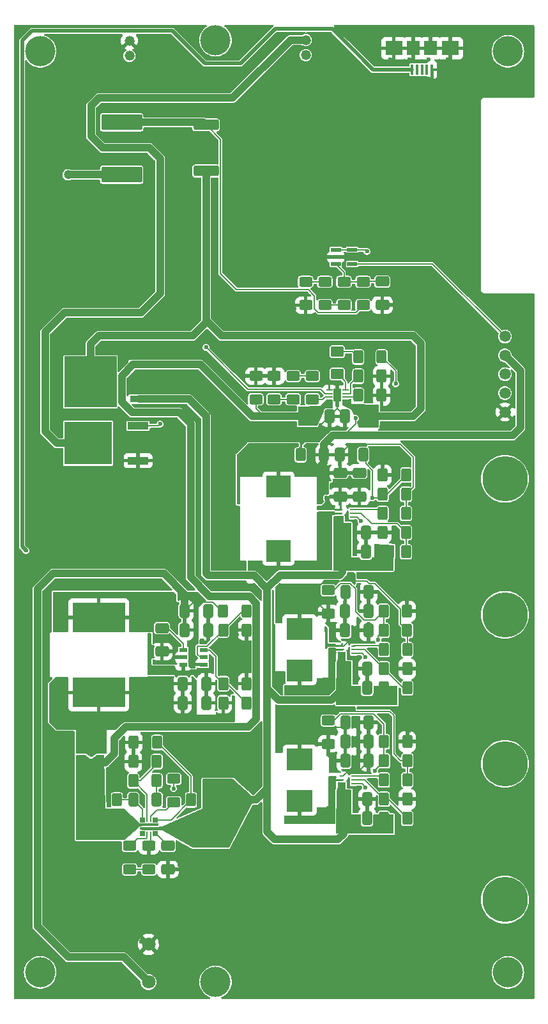
<source format=gbr>
%TF.GenerationSoftware,KiCad,Pcbnew,8.0.6*%
%TF.CreationDate,2025-03-17T23:33:18-06:00*%
%TF.ProjectId,PDU,5044552e-6b69-4636-9164-5f7063625858,rev?*%
%TF.SameCoordinates,Original*%
%TF.FileFunction,Copper,L2,Bot*%
%TF.FilePolarity,Positive*%
%FSLAX46Y46*%
G04 Gerber Fmt 4.6, Leading zero omitted, Abs format (unit mm)*
G04 Created by KiCad (PCBNEW 8.0.6) date 2025-03-17 23:33:18*
%MOMM*%
%LPD*%
G01*
G04 APERTURE LIST*
G04 Aperture macros list*
%AMRoundRect*
0 Rectangle with rounded corners*
0 $1 Rounding radius*
0 $2 $3 $4 $5 $6 $7 $8 $9 X,Y pos of 4 corners*
0 Add a 4 corners polygon primitive as box body*
4,1,4,$2,$3,$4,$5,$6,$7,$8,$9,$2,$3,0*
0 Add four circle primitives for the rounded corners*
1,1,$1+$1,$2,$3*
1,1,$1+$1,$4,$5*
1,1,$1+$1,$6,$7*
1,1,$1+$1,$8,$9*
0 Add four rect primitives between the rounded corners*
20,1,$1+$1,$2,$3,$4,$5,0*
20,1,$1+$1,$4,$5,$6,$7,0*
20,1,$1+$1,$6,$7,$8,$9,0*
20,1,$1+$1,$8,$9,$2,$3,0*%
%AMFreePoly0*
4,1,5,0.300000,-0.325000,-0.300000,-0.325000,-0.300000,0.325000,0.300000,0.325000,0.300000,-0.325000,0.300000,-0.325000,$1*%
%AMFreePoly1*
4,1,6,1.000000,0.000000,0.500000,-0.750000,-0.500000,-0.750000,-0.500000,0.750000,0.500000,0.750000,1.000000,0.000000,1.000000,0.000000,$1*%
%AMFreePoly2*
4,1,6,0.500000,-0.750000,-0.650000,-0.750000,-0.150000,0.000000,-0.650000,0.750000,0.500000,0.750000,0.500000,-0.750000,0.500000,-0.750000,$1*%
G04 Aperture macros list end*
%TA.AperFunction,ComponentPad*%
%ADD10C,6.000000*%
%TD*%
%TA.AperFunction,ComponentPad*%
%ADD11C,4.000000*%
%TD*%
%TA.AperFunction,ComponentPad*%
%ADD12C,1.320800*%
%TD*%
%TA.AperFunction,SMDPad,CuDef*%
%ADD13RoundRect,0.250000X0.400000X0.625000X-0.400000X0.625000X-0.400000X-0.625000X0.400000X-0.625000X0*%
%TD*%
%TA.AperFunction,SMDPad,CuDef*%
%ADD14RoundRect,0.250000X-0.650000X0.412500X-0.650000X-0.412500X0.650000X-0.412500X0.650000X0.412500X0*%
%TD*%
%TA.AperFunction,SMDPad,CuDef*%
%ADD15RoundRect,0.250000X0.625000X-0.400000X0.625000X0.400000X-0.625000X0.400000X-0.625000X-0.400000X0*%
%TD*%
%TA.AperFunction,SMDPad,CuDef*%
%ADD16RoundRect,0.250000X-0.400000X-0.625000X0.400000X-0.625000X0.400000X0.625000X-0.400000X0.625000X0*%
%TD*%
%TA.AperFunction,SMDPad,CuDef*%
%ADD17R,3.500000X2.950000*%
%TD*%
%TA.AperFunction,SMDPad,CuDef*%
%ADD18RoundRect,0.250001X2.474999X-0.799999X2.474999X0.799999X-2.474999X0.799999X-2.474999X-0.799999X0*%
%TD*%
%TA.AperFunction,SMDPad,CuDef*%
%ADD19RoundRect,0.250000X-0.412500X-0.650000X0.412500X-0.650000X0.412500X0.650000X-0.412500X0.650000X0*%
%TD*%
%TA.AperFunction,SMDPad,CuDef*%
%ADD20RoundRect,0.250000X-0.625000X0.400000X-0.625000X-0.400000X0.625000X-0.400000X0.625000X0.400000X0*%
%TD*%
%TA.AperFunction,SMDPad,CuDef*%
%ADD21FreePoly0,270.000000*%
%TD*%
%TA.AperFunction,SMDPad,CuDef*%
%ADD22R,0.249999X0.599999*%
%TD*%
%TA.AperFunction,SMDPad,CuDef*%
%ADD23R,2.400000X0.299999*%
%TD*%
%TA.AperFunction,SMDPad,CuDef*%
%ADD24R,1.320800X0.508000*%
%TD*%
%TA.AperFunction,SMDPad,CuDef*%
%ADD25RoundRect,0.250000X0.412500X0.650000X-0.412500X0.650000X-0.412500X-0.650000X0.412500X-0.650000X0*%
%TD*%
%TA.AperFunction,SMDPad,CuDef*%
%ADD26R,0.609600X0.279400*%
%TD*%
%TA.AperFunction,SMDPad,CuDef*%
%ADD27R,7.010400X3.987800*%
%TD*%
%TA.AperFunction,ComponentPad*%
%ADD28C,1.803400*%
%TD*%
%TA.AperFunction,SMDPad,CuDef*%
%ADD29RoundRect,0.249999X1.425001X-0.450001X1.425001X0.450001X-1.425001X0.450001X-1.425001X-0.450001X0*%
%TD*%
%TA.AperFunction,SMDPad,CuDef*%
%ADD30R,0.806066X0.256842*%
%TD*%
%TA.AperFunction,SMDPad,CuDef*%
%ADD31R,1.000000X1.699999*%
%TD*%
%TA.AperFunction,SMDPad,CuDef*%
%ADD32R,0.400000X1.400000*%
%TD*%
%TA.AperFunction,SMDPad,CuDef*%
%ADD33R,2.300000X1.900000*%
%TD*%
%TA.AperFunction,SMDPad,CuDef*%
%ADD34R,1.800000X1.900000*%
%TD*%
%TA.AperFunction,SMDPad,CuDef*%
%ADD35RoundRect,0.250001X0.624999X-0.462499X0.624999X0.462499X-0.624999X0.462499X-0.624999X-0.462499X0*%
%TD*%
%TA.AperFunction,ComponentPad*%
%ADD36C,1.498600*%
%TD*%
%TA.AperFunction,SMDPad,CuDef*%
%ADD37FreePoly1,270.000000*%
%TD*%
%TA.AperFunction,SMDPad,CuDef*%
%ADD38FreePoly2,270.000000*%
%TD*%
%TA.AperFunction,SMDPad,CuDef*%
%ADD39R,1.100000X0.599999*%
%TD*%
%TA.AperFunction,SMDPad,CuDef*%
%ADD40R,2.489200X0.939800*%
%TD*%
%TA.AperFunction,SMDPad,CuDef*%
%ADD41R,6.908800X6.756400*%
%TD*%
%TA.AperFunction,SMDPad,CuDef*%
%ADD42R,2.810000X0.980000*%
%TD*%
%TA.AperFunction,SMDPad,CuDef*%
%ADD43R,6.330000X5.670000*%
%TD*%
%TA.AperFunction,SMDPad,CuDef*%
%ADD44R,3.251200X2.921000*%
%TD*%
%TA.AperFunction,SMDPad,CuDef*%
%ADD45RoundRect,0.250000X0.650000X-0.412500X0.650000X0.412500X-0.650000X0.412500X-0.650000X-0.412500X0*%
%TD*%
%TA.AperFunction,ViaPad*%
%ADD46C,4.000000*%
%TD*%
%TA.AperFunction,ViaPad*%
%ADD47C,0.600000*%
%TD*%
%TA.AperFunction,ViaPad*%
%ADD48C,1.200000*%
%TD*%
%TA.AperFunction,Conductor*%
%ADD49C,0.200000*%
%TD*%
%TA.AperFunction,Conductor*%
%ADD50C,1.000000*%
%TD*%
%TA.AperFunction,Conductor*%
%ADD51C,0.500000*%
%TD*%
G04 APERTURE END LIST*
D10*
%TO.P,H2,1*%
%TO.N,N/C*%
X165100000Y-131860000D03*
X165100000Y-149860000D03*
%TD*%
D11*
%TO.P,M1,3,MT*%
%TO.N,unconnected-(M1-MT-Pad3)_1*%
X126741000Y-36017000D03*
%TO.P,M1,4,MT*%
%TO.N,N/C*%
X126741000Y-160758000D03*
%TD*%
D12*
%TO.P,J5,1,1*%
%TO.N,+5V_HEATER*%
X138698600Y-37995100D03*
%TO.P,J5,2,2*%
%TO.N,Net-(J5-Pad2)*%
X138698600Y-35995099D03*
%TD*%
%TO.P,J6,1,1*%
%TO.N,GND*%
X115316000Y-36099999D03*
%TO.P,J6,2,2*%
%TO.N,Net-(U6-TS)*%
X115316000Y-38100000D03*
%TD*%
D10*
%TO.P,H1,1*%
%TO.N,N/C*%
X165100000Y-94124000D03*
X165100000Y-112124000D03*
%TD*%
D13*
%TO.P,R9,1*%
%TO.N,/Converters/VIN*%
X126582500Y-136652000D03*
%TO.P,R9,2*%
%TO.N,Net-(U5-PGTH)*%
X123482500Y-136652000D03*
%TD*%
D14*
%TO.P,C10,1*%
%TO.N,Net-(U5-dVdt)*%
X120434500Y-142735500D03*
%TO.P,C10,2*%
%TO.N,GND*%
X120434500Y-145860500D03*
%TD*%
D15*
%TO.P,R33,1*%
%TO.N,Net-(U6-ISET)*%
X139588000Y-83592000D03*
%TO.P,R33,2*%
%TO.N,Net-(R32-Pad1)*%
X139588000Y-80492000D03*
%TD*%
D16*
%TO.P,R20,1*%
%TO.N,Net-(U1-PG)*%
X149054000Y-134018000D03*
%TO.P,R20,2*%
%TO.N,+5V*%
X152154000Y-134018000D03*
%TD*%
D17*
%TO.P,L1,1,1*%
%TO.N,Net-(U1-SW)*%
X137904000Y-136743000D03*
%TO.P,L1,2,2*%
%TO.N,+5V*%
X137904000Y-131293000D03*
%TD*%
D16*
%TO.P,R26,1*%
%TO.N,Net-(U9-FB)*%
X148890000Y-96172000D03*
%TO.P,R26,2*%
%TO.N,+3.3V*%
X151990000Y-96172000D03*
%TD*%
D18*
%TO.P,F1,1,1*%
%TO.N,/2S2P Battery Pack/VBATT+*%
X114300000Y-53848000D03*
%TO.P,F1,2,2*%
%TO.N,/VBAT_Monitor/VBAT_IN*%
X114300000Y-46898000D03*
%TD*%
D19*
%TO.P,C4,1*%
%TO.N,/Ideal Diode/IN*%
X138749000Y-85852000D03*
%TO.P,C4,2*%
%TO.N,GND*%
X141874000Y-85852000D03*
%TD*%
%TO.P,C21,1*%
%TO.N,+5V*%
X143935500Y-131478000D03*
%TO.P,C21,2*%
%TO.N,GND*%
X147060500Y-131478000D03*
%TD*%
D16*
%TO.P,R21,1*%
%TO.N,Net-(U1-FB)*%
X149080000Y-131478000D03*
%TO.P,R21,2*%
%TO.N,+5V*%
X152180000Y-131478000D03*
%TD*%
D14*
%TO.P,C11,1*%
%TO.N,/VBAT_Monitor/VINA+*%
X148844000Y-67981500D03*
%TO.P,C11,2*%
%TO.N,GND*%
X148844000Y-71106500D03*
%TD*%
D16*
%TO.P,R14,1*%
%TO.N,Net-(U6-TMR)*%
X145658000Y-80518000D03*
%TO.P,R14,2*%
%TO.N,GND*%
X148758000Y-80518000D03*
%TD*%
D15*
%TO.P,C8,1*%
%TO.N,+5V_HEATER*%
X141679547Y-111965522D03*
%TO.P,C8,2*%
%TO.N,Net-(U3-FB)*%
X141679547Y-108865522D03*
%TD*%
D20*
%TO.P,R32,1*%
%TO.N,Net-(R32-Pad1)*%
X137048000Y-80492000D03*
%TO.P,R32,2*%
%TO.N,Net-(R12-Pad1)*%
X137048000Y-83592000D03*
%TD*%
D21*
%TO.P,U5,1,EN_UVLO*%
%TO.N,Net-(U5-EN_UVLO)*%
X117026099Y-139290973D03*
D22*
%TO.P,U5,2,OVLO*%
%TO.N,Net-(U5-OVLO)*%
X117681501Y-139295997D03*
%TO.P,U5,3,PG*%
%TO.N,Net-(U5-PG)*%
X118131503Y-139295997D03*
D21*
%TO.P,U5,4,PGTH*%
%TO.N,Net-(U5-PGTH)*%
X118783050Y-139295999D03*
D23*
%TO.P,U5,5,IN*%
%TO.N,/Ideal Diode/IN*%
X117906502Y-139945998D03*
%TO.P,U5,6,OUT*%
%TO.N,/Converters/VIN*%
X117906502Y-140445998D03*
D21*
%TO.P,U5,7,dVdt*%
%TO.N,Net-(U5-dVdt)*%
X118783888Y-141094264D03*
D22*
%TO.P,U5,8,GND*%
%TO.N,GND*%
X118131503Y-141095999D03*
%TO.P,U5,9,IMON*%
%TO.N,Net-(U5-IMON)*%
X117681501Y-141095999D03*
D21*
%TO.P,U5,10,NC*%
%TO.N,unconnected-(U5-NC-Pad10)*%
X117031629Y-141096502D03*
%TD*%
D19*
%TO.P,C24,1*%
%TO.N,+3.3V*%
X143179000Y-90932000D03*
%TO.P,C24,2*%
%TO.N,Net-(U9-FB)*%
X146304000Y-90932000D03*
%TD*%
D15*
%TO.P,R30,1*%
%TO.N,Net-(R17-Pad2)*%
X141224000Y-71120000D03*
%TO.P,R30,2*%
%TO.N,Net-(R30-Pad2)*%
X141224000Y-68020000D03*
%TD*%
D13*
%TO.P,R28,1*%
%TO.N,Net-(R28-Pad1)*%
X118924000Y-134112000D03*
%TO.P,R28,2*%
%TO.N,Net-(U5-OVLO)*%
X115824000Y-134112000D03*
%TD*%
D24*
%TO.P,U4,1,VIN+*%
%TO.N,/VBAT_Monitor/VINA+*%
X142671800Y-65668001D03*
%TO.P,U4,2,VSS*%
%TO.N,GND*%
X142671800Y-64718000D03*
%TO.P,U4,3,VIN-*%
%TO.N,/VBAT_SENSE*%
X142671800Y-63767999D03*
%TO.P,U4,4,VOUT*%
X144856200Y-63767999D03*
%TO.P,U4,5,VDD*%
%TO.N,+5V*%
X144856200Y-65668001D03*
%TD*%
D25*
%TO.P,C5,1*%
%TO.N,/NiMH Charger/OUT*%
X147031000Y-85852000D03*
%TO.P,C5,2*%
%TO.N,GND*%
X143906000Y-85852000D03*
%TD*%
D20*
%TO.P,R8,1*%
%TO.N,Net-(U5-IMON)*%
X115354500Y-142748000D03*
%TO.P,R8,2*%
%TO.N,Net-(R29-Pad1)*%
X115354500Y-145848000D03*
%TD*%
D19*
%TO.P,C34,1*%
%TO.N,/MPPT/+12V*%
X122389500Y-123786900D03*
%TO.P,C34,2*%
%TO.N,GND*%
X125514500Y-123786900D03*
%TD*%
D26*
%TO.P,U1,1,VIN*%
%TO.N,/Converters/VIN*%
X143504700Y-134518126D03*
%TO.P,U1,2,SW*%
%TO.N,Net-(U1-SW)*%
X143504700Y-134018000D03*
%TO.P,U1,3,GND*%
%TO.N,GND*%
X143504700Y-133517874D03*
%TO.P,U1,4,PG*%
%TO.N,Net-(U1-PG)*%
X145003300Y-133517874D03*
%TO.P,U1,5,EN*%
%TO.N,Net-(U1-EN)*%
X145003300Y-134018000D03*
%TO.P,U1,6,FB*%
%TO.N,Net-(U1-FB)*%
X145003300Y-134518126D03*
%TD*%
D13*
%TO.P,R22,1*%
%TO.N,GND*%
X152154000Y-128938000D03*
%TO.P,R22,2*%
%TO.N,Net-(U1-FB)*%
X149054000Y-128938000D03*
%TD*%
D27*
%TO.P,L5,1,1*%
%TO.N,Net-(U2-SW)*%
X111252000Y-112445800D03*
%TO.P,L5,2,2*%
%TO.N,/MPPT/+12V*%
X111252000Y-122428000D03*
%TD*%
D28*
%TO.P,J3,1,1*%
%TO.N,/MPPT/VIN*%
X117856000Y-160782000D03*
%TO.P,J3,2,2*%
%TO.N,GND*%
X117856000Y-155782000D03*
%TD*%
D19*
%TO.P,C6,1*%
%TO.N,/Converters/VIN*%
X143720000Y-121826000D03*
%TO.P,C6,2*%
%TO.N,GND*%
X146845000Y-121826000D03*
%TD*%
D16*
%TO.P,R35,1*%
%TO.N,Net-(U3-EN)*%
X149054000Y-119286000D03*
%TO.P,R35,2*%
%TO.N,GND*%
X152154000Y-119286000D03*
%TD*%
%TO.P,R18,1*%
%TO.N,/MPPT/+12V*%
X127762000Y-123786900D03*
%TO.P,R18,2*%
%TO.N,Net-(U2-FB)*%
X130862000Y-123786900D03*
%TD*%
D29*
%TO.P,R3,1*%
%TO.N,/NiMH Charger/OUT*%
X125476000Y-53342000D03*
%TO.P,R3,2*%
%TO.N,/VBAT_Monitor/VBAT_IN*%
X125476000Y-47242000D03*
%TD*%
D15*
%TO.P,R16,1*%
%TO.N,/VBAT_Monitor/VBAT_IN*%
X146304000Y-71120000D03*
%TO.P,R16,2*%
%TO.N,/VBAT_Monitor/VINA+*%
X146304000Y-68020000D03*
%TD*%
D16*
%TO.P,R27,1*%
%TO.N,GND*%
X148916000Y-93632000D03*
%TO.P,R27,2*%
%TO.N,Net-(U9-FB)*%
X152016000Y-93632000D03*
%TD*%
%TO.P,R13,1*%
%TO.N,Net-(U6-VSET)*%
X145658000Y-83058000D03*
%TO.P,R13,2*%
%TO.N,GND*%
X148758000Y-83058000D03*
%TD*%
D30*
%TO.P,U6,1,IN*%
%TO.N,/Ideal Diode/IN*%
X141836967Y-83807998D03*
%TO.P,U6,2,ISET*%
%TO.N,Net-(U6-ISET)*%
X141836967Y-83308000D03*
%TO.P,U6,3,TS*%
%TO.N,Net-(U6-TS)*%
X141836967Y-82808000D03*
%TO.P,U6,4,GND*%
%TO.N,GND*%
X141836967Y-82307999D03*
%TO.P,U6,5,STAT*%
%TO.N,Net-(D1-K)*%
X143943033Y-82307999D03*
%TO.P,U6,6,TMR*%
%TO.N,Net-(U6-TMR)*%
X143943033Y-82808000D03*
%TO.P,U6,7,VSET*%
%TO.N,Net-(U6-VSET)*%
X143943033Y-83308000D03*
%TO.P,U6,8,OUT*%
%TO.N,/NiMH Charger/OUT*%
X143943033Y-83807998D03*
D31*
%TO.P,U6,9,Thermal_Pad*%
%TO.N,GND*%
X142890000Y-83058000D03*
%TD*%
D19*
%TO.P,C22,1*%
%TO.N,/Converters/VIN*%
X143543500Y-101252000D03*
%TO.P,C22,2*%
%TO.N,GND*%
X146668500Y-101252000D03*
%TD*%
%TO.P,C19,1*%
%TO.N,+5V*%
X143935500Y-126398000D03*
%TO.P,C19,2*%
%TO.N,GND*%
X147060500Y-126398000D03*
%TD*%
D16*
%TO.P,R19,1*%
%TO.N,Net-(U1-EN)*%
X149054000Y-136558000D03*
%TO.P,R19,2*%
%TO.N,GND*%
X152154000Y-136558000D03*
%TD*%
D15*
%TO.P,C3,1*%
%TO.N,+5V*%
X141688000Y-129218000D03*
%TO.P,C3,2*%
%TO.N,Net-(U1-FB)*%
X141688000Y-126118000D03*
%TD*%
D20*
%TO.P,R17,1*%
%TO.N,/VBAT_Monitor/VINA+*%
X143764000Y-68020000D03*
%TO.P,R17,2*%
%TO.N,Net-(R17-Pad2)*%
X143764000Y-71120000D03*
%TD*%
D16*
%TO.P,R36,1*%
%TO.N,Net-(U3-PG)*%
X149054000Y-116746000D03*
%TO.P,R36,2*%
%TO.N,+5V_HEATER*%
X152154000Y-116746000D03*
%TD*%
D19*
%TO.P,C33,1*%
%TO.N,/MPPT/+12V*%
X122389500Y-121246900D03*
%TO.P,C33,2*%
%TO.N,GND*%
X125514500Y-121246900D03*
%TD*%
D16*
%TO.P,R1,1*%
%TO.N,/Converters/VIN*%
X149054000Y-139098000D03*
%TO.P,R1,2*%
%TO.N,Net-(U1-EN)*%
X152154000Y-139098000D03*
%TD*%
D32*
%TO.P,J2,1,VBUS*%
%TO.N,/MPPT/+12V*%
X152818000Y-39934000D03*
%TO.P,J2,2,D-*%
%TO.N,unconnected-(J2-D--Pad2)*%
X153468000Y-39934000D03*
%TO.P,J2,3,D+*%
%TO.N,unconnected-(J2-D+-Pad3)*%
X154118000Y-39934000D03*
%TO.P,J2,4,ID*%
%TO.N,unconnected-(J2-ID-Pad4)*%
X154768000Y-39934000D03*
%TO.P,J2,5,GND*%
%TO.N,GND*%
X155418000Y-39934000D03*
D33*
%TO.P,J2,6,Shield*%
X150368000Y-37084000D03*
D34*
X152968000Y-37084000D03*
X155268000Y-37084000D03*
D33*
X157868000Y-37084000D03*
%TD*%
D16*
%TO.P,R41,1*%
%TO.N,Net-(U2-FB)*%
X127762000Y-121246900D03*
%TO.P,R41,2*%
%TO.N,GND*%
X130862000Y-121246900D03*
%TD*%
D19*
%TO.P,C9,1*%
%TO.N,+5V_HEATER*%
X143897000Y-114206000D03*
%TO.P,C9,2*%
%TO.N,GND*%
X147022000Y-114206000D03*
%TD*%
D20*
%TO.P,R11,1*%
%TO.N,+3.3V*%
X121196500Y-133858000D03*
%TO.P,R11,2*%
%TO.N,Net-(U5-PG)*%
X121196500Y-136958000D03*
%TD*%
D14*
%TO.P,C26,1*%
%TO.N,+3.3V*%
X145796000Y-93319600D03*
%TO.P,C26,2*%
%TO.N,GND*%
X145796000Y-96444600D03*
%TD*%
D16*
%TO.P,R23,1*%
%TO.N,/Converters/VIN*%
X148890000Y-103792000D03*
%TO.P,R23,2*%
%TO.N,Net-(U9-EN)*%
X151990000Y-103792000D03*
%TD*%
D17*
%TO.P,L4,1,1*%
%TO.N,Net-(U3-SW)*%
X137878000Y-119471000D03*
%TO.P,L4,2,2*%
%TO.N,+5V_HEATER*%
X137878000Y-114021000D03*
%TD*%
D35*
%TO.P,D1,1,K*%
%TO.N,Net-(D1-K)*%
X142890000Y-80227500D03*
%TO.P,D1,2,A*%
%TO.N,Net-(D1-A)*%
X142890000Y-77252500D03*
%TD*%
D14*
%TO.P,C25,1*%
%TO.N,+3.3V*%
X143256000Y-93319600D03*
%TO.P,C25,2*%
%TO.N,GND*%
X143256000Y-96444600D03*
%TD*%
D13*
%TO.P,R24,1*%
%TO.N,Net-(U9-EN)*%
X151990000Y-101252000D03*
%TO.P,R24,2*%
%TO.N,GND*%
X148890000Y-101252000D03*
%TD*%
D15*
%TO.P,R40,1*%
%TO.N,/Ideal Diode/IN*%
X132080000Y-83592000D03*
%TO.P,R40,2*%
%TO.N,GND*%
X132080000Y-80492000D03*
%TD*%
D36*
%TO.P,J1,1,1*%
%TO.N,+5V*%
X165100000Y-75264000D03*
%TO.P,J1,2,2*%
%TO.N,+3.3V*%
X165100000Y-77764000D03*
%TO.P,J1,3,3*%
%TO.N,/VBAT_SENSE*%
X165100000Y-80264000D03*
%TO.P,J1,4,4*%
%TO.N,/PWM_HEATER*%
X165100000Y-82764000D03*
%TO.P,J1,5,5*%
%TO.N,GND*%
X165100000Y-85264000D03*
%TD*%
D16*
%TO.P,R25,1*%
%TO.N,Net-(U9-PG)*%
X148890000Y-98712000D03*
%TO.P,R25,2*%
%TO.N,+3.3V*%
X151990000Y-98712000D03*
%TD*%
D19*
%TO.P,C7,1*%
%TO.N,/Converters/VIN*%
X143720000Y-119286000D03*
%TO.P,C7,2*%
%TO.N,GND*%
X146845000Y-119286000D03*
%TD*%
D37*
%TO.P,JP1,1,A*%
%TO.N,/MPPT/+12V*%
X110236000Y-130048000D03*
D38*
%TO.P,JP1,2,B*%
%TO.N,/Ideal Diode/IN*%
X110236000Y-131498000D03*
%TD*%
D16*
%TO.P,R43,1*%
%TO.N,Net-(U2-EN)*%
X127762000Y-114134900D03*
%TO.P,R43,2*%
%TO.N,GND*%
X130862000Y-114134900D03*
%TD*%
D13*
%TO.P,C27,1*%
%TO.N,+3.3V*%
X141123000Y-90932000D03*
%TO.P,C27,2*%
%TO.N,GND*%
X138023000Y-90932000D03*
%TD*%
D20*
%TO.P,R31,1*%
%TO.N,Net-(R30-Pad2)*%
X138684000Y-68020000D03*
%TO.P,R31,2*%
%TO.N,GND*%
X138684000Y-71120000D03*
%TD*%
D16*
%TO.P,R37,1*%
%TO.N,Net-(U3-FB)*%
X149028000Y-114206000D03*
%TO.P,R37,2*%
%TO.N,+5V_HEATER*%
X152128000Y-114206000D03*
%TD*%
D19*
%TO.P,C30,1*%
%TO.N,/MPPT/VIN*%
X122643500Y-114134900D03*
%TO.P,C30,2*%
%TO.N,GND*%
X125768500Y-114134900D03*
%TD*%
D26*
%TO.P,U3,1,VIN*%
%TO.N,/Converters/VIN*%
X143529900Y-117254000D03*
%TO.P,U3,2,SW*%
%TO.N,Net-(U3-SW)*%
X143529900Y-116753874D03*
%TO.P,U3,3,GND*%
%TO.N,GND*%
X143529900Y-116253748D03*
%TO.P,U3,4,PG*%
%TO.N,Net-(U3-PG)*%
X145028500Y-116253748D03*
%TO.P,U3,5,EN*%
%TO.N,Net-(U3-EN)*%
X145028500Y-116753874D03*
%TO.P,U3,6,FB*%
%TO.N,Net-(U3-FB)*%
X145028500Y-117254000D03*
%TD*%
D39*
%TO.P,U2,1,FB*%
%TO.N,Net-(U2-FB)*%
X125155988Y-116806898D03*
%TO.P,U2,2,EN*%
%TO.N,Net-(U2-EN)*%
X125155988Y-117756899D03*
%TO.P,U2,3,VIN*%
%TO.N,/MPPT/VIN*%
X125155988Y-118706900D03*
%TO.P,U2,4,GND*%
%TO.N,GND*%
X122456004Y-118706900D03*
%TO.P,U2,5,SW*%
%TO.N,Net-(U2-SW)*%
X122456004Y-117756899D03*
%TO.P,U2,6,CB*%
%TO.N,Net-(U2-CB)*%
X122456004Y-116806898D03*
%TD*%
D13*
%TO.P,R38,1*%
%TO.N,GND*%
X152128000Y-111666000D03*
%TO.P,R38,2*%
%TO.N,Net-(U3-FB)*%
X149028000Y-111666000D03*
%TD*%
D16*
%TO.P,R15,1*%
%TO.N,Net-(D1-A)*%
X145658000Y-77978000D03*
%TO.P,R15,2*%
%TO.N,+3.3V*%
X148758000Y-77978000D03*
%TD*%
D19*
%TO.P,C1,1*%
%TO.N,/Converters/VIN*%
X143707500Y-136558000D03*
%TO.P,C1,2*%
%TO.N,GND*%
X146832500Y-136558000D03*
%TD*%
%TO.P,C2,1*%
%TO.N,/Converters/VIN*%
X143707500Y-139098000D03*
%TO.P,C2,2*%
%TO.N,GND*%
X146832500Y-139098000D03*
%TD*%
D15*
%TO.P,R29,1*%
%TO.N,Net-(R29-Pad1)*%
X117894500Y-145848000D03*
%TO.P,R29,2*%
%TO.N,GND*%
X117894500Y-142748000D03*
%TD*%
D16*
%TO.P,R5,1*%
%TO.N,/Ideal Diode/IN*%
X110567000Y-136652000D03*
%TO.P,R5,2*%
%TO.N,Net-(U5-EN_UVLO)*%
X113667000Y-136652000D03*
%TD*%
%TO.P,R42,1*%
%TO.N,/MPPT/VIN*%
X127736000Y-111594900D03*
%TO.P,R42,2*%
%TO.N,Net-(U2-EN)*%
X130836000Y-111594900D03*
%TD*%
D40*
%TO.P,MOSFET1,1,G*%
%TO.N,/Ideal Diode/IN*%
X116586000Y-78994000D03*
D41*
%TO.P,MOSFET1,2,D*%
%TO.N,/NiMH Charger/OUT*%
X110159800Y-81280000D03*
D40*
%TO.P,MOSFET1,3,S*%
%TO.N,/Converters/VIN*%
X116586000Y-83566000D03*
%TD*%
D42*
%TO.P,Q3,1*%
%TO.N,/PWM_HEATER*%
X116458000Y-87118000D03*
%TO.P,Q3,3*%
%TO.N,GND*%
X116458000Y-91698000D03*
D43*
%TO.P,Q3,4*%
%TO.N,Net-(J5-Pad2)*%
X109838000Y-89408000D03*
%TD*%
D26*
%TO.P,U9,1,VIN*%
%TO.N,/Converters/VIN*%
X143328000Y-99204252D03*
%TO.P,U9,2,SW*%
%TO.N,Net-(U9-SW)*%
X143328000Y-98704126D03*
%TO.P,U9,3,GND*%
%TO.N,GND*%
X143328000Y-98204000D03*
%TO.P,U9,4,PG*%
%TO.N,Net-(U9-PG)*%
X144826600Y-98204000D03*
%TO.P,U9,5,EN*%
%TO.N,Net-(U9-EN)*%
X144826600Y-98704126D03*
%TO.P,U9,6,FB*%
%TO.N,Net-(U9-FB)*%
X144826600Y-99204252D03*
%TD*%
D19*
%TO.P,R6,1*%
%TO.N,Net-(U5-EN_UVLO)*%
X115824000Y-136652000D03*
%TO.P,R6,2*%
%TO.N,Net-(R28-Pad1)*%
X118949000Y-136652000D03*
%TD*%
%TO.P,C23,1*%
%TO.N,/Converters/VIN*%
X143543500Y-103792000D03*
%TO.P,C23,2*%
%TO.N,GND*%
X146668500Y-103792000D03*
%TD*%
D13*
%TO.P,R7,1*%
%TO.N,Net-(U5-OVLO)*%
X118949000Y-131572000D03*
%TO.P,R7,2*%
%TO.N,GND*%
X115849000Y-131572000D03*
%TD*%
%TO.P,R10,1*%
%TO.N,Net-(U5-PGTH)*%
X119001000Y-129032000D03*
%TO.P,R10,2*%
%TO.N,GND*%
X115901000Y-129032000D03*
%TD*%
D19*
%TO.P,C29,1*%
%TO.N,+5V_HEATER*%
X143935500Y-109126000D03*
%TO.P,C29,2*%
%TO.N,GND*%
X147060500Y-109126000D03*
%TD*%
%TO.P,C20,1*%
%TO.N,+5V*%
X143935500Y-128938000D03*
%TO.P,C20,2*%
%TO.N,GND*%
X147060500Y-128938000D03*
%TD*%
D44*
%TO.P,L3,1,1*%
%TO.N,Net-(U9-SW)*%
X135084000Y-103677700D03*
%TO.P,L3,2,2*%
%TO.N,+3.3V*%
X135084000Y-95117900D03*
%TD*%
D15*
%TO.P,R12,1*%
%TO.N,Net-(R12-Pad1)*%
X134508000Y-83592000D03*
%TO.P,R12,2*%
%TO.N,GND*%
X134508000Y-80492000D03*
%TD*%
D16*
%TO.P,R34,1*%
%TO.N,/Converters/VIN*%
X149054000Y-121826000D03*
%TO.P,R34,2*%
%TO.N,Net-(U3-EN)*%
X152154000Y-121826000D03*
%TD*%
D19*
%TO.P,C31,1*%
%TO.N,/MPPT/VIN*%
X122643500Y-111594900D03*
%TO.P,C31,2*%
%TO.N,GND*%
X125768500Y-111594900D03*
%TD*%
D45*
%TO.P,C32,1*%
%TO.N,Net-(U2-SW)*%
X119634000Y-117005900D03*
%TO.P,C32,2*%
%TO.N,Net-(U2-CB)*%
X119634000Y-113880900D03*
%TD*%
D19*
%TO.P,C28,1*%
%TO.N,+5V_HEATER*%
X143897000Y-111666000D03*
%TO.P,C28,2*%
%TO.N,GND*%
X147022000Y-111666000D03*
%TD*%
D46*
%TO.N,*%
X165500000Y-37500000D03*
X103500000Y-159500000D03*
X103500000Y-37500000D03*
X165500000Y-159500000D03*
D47*
%TO.N,GND*%
X124460000Y-145288000D03*
X139700000Y-152908000D03*
X144780000Y-74168000D03*
X104140000Y-127508000D03*
X162560000Y-142748000D03*
X160020000Y-117348000D03*
X149860000Y-152908000D03*
X154940000Y-56388000D03*
X139700000Y-43688000D03*
X111760000Y-155448000D03*
X109220000Y-64008000D03*
X150108100Y-93632000D03*
X129540000Y-150368000D03*
X134620000Y-155448000D03*
X162560000Y-99568000D03*
X167640000Y-135128000D03*
X129540000Y-89408000D03*
X117074463Y-157753537D03*
X162560000Y-79248000D03*
X144780000Y-150368000D03*
X116840000Y-38608000D03*
X167640000Y-71628000D03*
X124460000Y-48768000D03*
X101600000Y-112268000D03*
X149860000Y-160528000D03*
X127000000Y-71628000D03*
X134620000Y-74168000D03*
X157480000Y-114808000D03*
X111760000Y-64008000D03*
X109220000Y-38608000D03*
X129540000Y-48768000D03*
X154940000Y-46228000D03*
X101600000Y-117348000D03*
X137160000Y-155448000D03*
X160020000Y-130048000D03*
X160020000Y-140208000D03*
X152400000Y-76708000D03*
X121920000Y-150368000D03*
X132080000Y-142748000D03*
X106680000Y-135128000D03*
X106680000Y-142748000D03*
X142240000Y-43688000D03*
X152400000Y-56388000D03*
X154940000Y-140208000D03*
X165100000Y-107188000D03*
X144780000Y-43688000D03*
X111760000Y-41148000D03*
X149860000Y-91948000D03*
X160020000Y-119888000D03*
X157480000Y-71628000D03*
X106680000Y-147828000D03*
X129540000Y-99568000D03*
X147320000Y-160528000D03*
X106680000Y-137668000D03*
X137160000Y-76708000D03*
X160020000Y-142748000D03*
X165100000Y-119888000D03*
X106680000Y-76708000D03*
X134620000Y-150368000D03*
X157480000Y-94488000D03*
X132080000Y-132588000D03*
X157480000Y-104648000D03*
X137160000Y-61468000D03*
X147320000Y-107188000D03*
X160020000Y-132588000D03*
X119380000Y-48768000D03*
X101600000Y-147828000D03*
X149860000Y-157988000D03*
X139700000Y-48768000D03*
X106680000Y-64008000D03*
X109220000Y-61468000D03*
X149860000Y-64008000D03*
X116840000Y-104648000D03*
X165100000Y-145288000D03*
X132080000Y-46228000D03*
X137160000Y-147828000D03*
X119380000Y-41148000D03*
X144780000Y-41148000D03*
X121920000Y-91948000D03*
X152400000Y-160528000D03*
X141434000Y-96641900D03*
X147320000Y-48768000D03*
X127000000Y-150368000D03*
X109220000Y-51308000D03*
X111760000Y-97028000D03*
X109220000Y-94488000D03*
X106680000Y-51308000D03*
X101600000Y-107188000D03*
X147320000Y-157988000D03*
X104140000Y-109728000D03*
X129540000Y-119888000D03*
X104140000Y-142748000D03*
X147320000Y-51308000D03*
X165100000Y-71628000D03*
X160020000Y-79248000D03*
X111760000Y-74168000D03*
X104140000Y-91948000D03*
X160020000Y-137668000D03*
X147320000Y-36068000D03*
X101600000Y-137668000D03*
X167640000Y-124968000D03*
X134620000Y-46228000D03*
X145542000Y-131572000D03*
X137160000Y-53848000D03*
X116840000Y-76708000D03*
X134620000Y-147828000D03*
X116840000Y-64008000D03*
X167640000Y-99568000D03*
X147320000Y-56388000D03*
X106680000Y-140208000D03*
X132080000Y-155448000D03*
X121920000Y-152908000D03*
X167640000Y-97028000D03*
X157480000Y-109728000D03*
X157480000Y-147828000D03*
X160020000Y-145288000D03*
X114300000Y-135128000D03*
X114300000Y-160528000D03*
X109220000Y-58928000D03*
X134620000Y-157988000D03*
X167640000Y-117348000D03*
X137160000Y-46228000D03*
X134620000Y-66548000D03*
X116840000Y-152908000D03*
X121920000Y-89408000D03*
X121920000Y-81788000D03*
X160020000Y-104648000D03*
X119380000Y-38608000D03*
X104140000Y-71628000D03*
X108458000Y-162306000D03*
X124460000Y-56388000D03*
X116840000Y-36068000D03*
X111760000Y-56388000D03*
X111760000Y-145288000D03*
X144780000Y-61468000D03*
X106680000Y-150368000D03*
X144780000Y-53848000D03*
X129540000Y-76708000D03*
X152400000Y-81788000D03*
X116840000Y-41148000D03*
X149860000Y-46228000D03*
X127000000Y-97028000D03*
X134620000Y-152908000D03*
X129540000Y-130048000D03*
X160020000Y-127508000D03*
X132080000Y-38608000D03*
X167640000Y-102108000D03*
X109220000Y-97028000D03*
X129540000Y-147828000D03*
X101600000Y-114808000D03*
X162560000Y-114808000D03*
X142240000Y-66548000D03*
X121920000Y-69088000D03*
X132080000Y-157988000D03*
X154940000Y-145288000D03*
X154940000Y-69088000D03*
X101600000Y-127508000D03*
X157480000Y-76708000D03*
X154940000Y-84328000D03*
X157480000Y-99568000D03*
X106680000Y-58928000D03*
X124460000Y-97028000D03*
X142240000Y-46228000D03*
X129540000Y-64008000D03*
X167640000Y-114808000D03*
X162560000Y-140208000D03*
X160020000Y-112268000D03*
X134620000Y-58928000D03*
X157480000Y-102108000D03*
X106680000Y-66548000D03*
X160020000Y-99568000D03*
X144780000Y-58928000D03*
X160020000Y-46228000D03*
X129540000Y-102108000D03*
X142240000Y-155448000D03*
X121920000Y-64008000D03*
X104140000Y-99568000D03*
X157480000Y-124968000D03*
X101600000Y-124968000D03*
X157480000Y-81788000D03*
X109220000Y-48768000D03*
X150714852Y-109917612D03*
X119380000Y-102108000D03*
X137160000Y-66548000D03*
X124460000Y-135128000D03*
X127000000Y-91948000D03*
X162560000Y-124968000D03*
X127000000Y-155448000D03*
X134620000Y-71628000D03*
X101600000Y-109728000D03*
X154940000Y-48768000D03*
X106680000Y-130048000D03*
X162560000Y-137668000D03*
X132080000Y-48768000D03*
X167640000Y-152908000D03*
X106680000Y-132588000D03*
X101600000Y-132588000D03*
X121920000Y-76708000D03*
X121920000Y-48768000D03*
X137160000Y-71628000D03*
X167640000Y-107188000D03*
X160020000Y-74168000D03*
X160020000Y-107188000D03*
X157480000Y-145288000D03*
X132080000Y-79248000D03*
X121920000Y-56388000D03*
X160020000Y-53848000D03*
X114300000Y-61468000D03*
X116840000Y-94488000D03*
X142240000Y-157988000D03*
X157480000Y-160528000D03*
X116840000Y-58928000D03*
X134620000Y-36068000D03*
X124460000Y-71628000D03*
X154940000Y-81788000D03*
X144780000Y-160528000D03*
X157480000Y-43688000D03*
X124460000Y-91948000D03*
X121920000Y-41148000D03*
X106680000Y-56388000D03*
X144780000Y-38608000D03*
X124460000Y-130048000D03*
X134620000Y-56388000D03*
X106680000Y-104648000D03*
X111760000Y-160528000D03*
X109220000Y-66548000D03*
X104140000Y-130048000D03*
X109220000Y-155448000D03*
X114300000Y-51308000D03*
X149860000Y-56388000D03*
X119380000Y-36068000D03*
X157480000Y-119888000D03*
X104140000Y-66548000D03*
X111760000Y-58928000D03*
X132080000Y-64008000D03*
X152400000Y-79248000D03*
X147320000Y-152908000D03*
X137160000Y-56388000D03*
X116840000Y-69088000D03*
X152400000Y-152908000D03*
X121920000Y-104648000D03*
X139700000Y-79248000D03*
X162560000Y-76708000D03*
X129540000Y-51308000D03*
X147320000Y-81788000D03*
X109220000Y-102108000D03*
X119380000Y-76708000D03*
X165100000Y-99568000D03*
X124460000Y-150368000D03*
X160020000Y-152908000D03*
X101600000Y-140208000D03*
X121920000Y-74168000D03*
X116840000Y-102108000D03*
X154940000Y-43688000D03*
X165100000Y-117348000D03*
X167640000Y-137668000D03*
X139700000Y-155448000D03*
X129540000Y-56388000D03*
X162560000Y-107188000D03*
X162560000Y-74168000D03*
X160020000Y-66548000D03*
X124460000Y-51308000D03*
X114300000Y-41148000D03*
X149860000Y-61468000D03*
X134620000Y-48768000D03*
X124460000Y-89408000D03*
X116478537Y-160889463D03*
X132080000Y-160528000D03*
X101600000Y-145288000D03*
X147320000Y-61468000D03*
X134620000Y-51308000D03*
X111760000Y-104648000D03*
X119380000Y-99568000D03*
X109220000Y-152908000D03*
X157480000Y-152908000D03*
X132080000Y-74168000D03*
X167640000Y-119888000D03*
X152400000Y-84328000D03*
X129540000Y-152908000D03*
X124968000Y-115570000D03*
X124460000Y-41148000D03*
X154940000Y-142748000D03*
X157480000Y-84328000D03*
X116840000Y-97028000D03*
X104140000Y-147828000D03*
X142240000Y-147828000D03*
X109220000Y-36068000D03*
X129540000Y-160528000D03*
X147320000Y-58928000D03*
X109220000Y-147828000D03*
X154940000Y-157988000D03*
X114300000Y-64008000D03*
X152400000Y-107188000D03*
X101600000Y-152908000D03*
X104140000Y-122428000D03*
X157480000Y-130048000D03*
X144780000Y-56388000D03*
X106680000Y-48768000D03*
X101600000Y-130048000D03*
X154940000Y-41148000D03*
X114300000Y-69088000D03*
X160020000Y-76708000D03*
X160020000Y-71628000D03*
X165100000Y-104648000D03*
X104140000Y-117348000D03*
X154940000Y-53848000D03*
X154940000Y-71628000D03*
X119380000Y-89408000D03*
X144780000Y-48768000D03*
X124460000Y-66548000D03*
X111760000Y-51308000D03*
X157480000Y-38608000D03*
X139700000Y-145288000D03*
X127000000Y-147828000D03*
X142240000Y-74168000D03*
X129540000Y-142748000D03*
X116840000Y-48768000D03*
X132080000Y-140208000D03*
X106680000Y-102108000D03*
X124460000Y-99568000D03*
X104140000Y-132588000D03*
X139700000Y-150368000D03*
X147320000Y-142748000D03*
X114300000Y-147828000D03*
X160020000Y-157988000D03*
X116840000Y-81788000D03*
X160020000Y-58928000D03*
X116840000Y-66548000D03*
X124460000Y-61468000D03*
X142240000Y-53848000D03*
X165100000Y-86868000D03*
X147320000Y-46228000D03*
X121920000Y-51308000D03*
X119380000Y-91948000D03*
X154940000Y-64008000D03*
X154940000Y-135128000D03*
X149860000Y-107188000D03*
X109220000Y-41148000D03*
X139700000Y-56388000D03*
X162560000Y-86868000D03*
X121920000Y-142748000D03*
X160020000Y-81788000D03*
X162560000Y-117348000D03*
X124460000Y-58928000D03*
X121920000Y-66548000D03*
X121920000Y-147828000D03*
X101600000Y-135128000D03*
X104140000Y-64008000D03*
X152400000Y-41148000D03*
X147320000Y-41148000D03*
X132080000Y-58928000D03*
X104140000Y-94488000D03*
X162560000Y-81788000D03*
X154940000Y-127508000D03*
X144780000Y-46228000D03*
X127000000Y-94488000D03*
X137160000Y-157988000D03*
X111760000Y-61468000D03*
X160020000Y-155448000D03*
X139700000Y-76708000D03*
X111760000Y-36068000D03*
X134620000Y-145288000D03*
X106680000Y-69088000D03*
X114300000Y-66548000D03*
X127000000Y-69088000D03*
X132080000Y-53848000D03*
X154940000Y-132588000D03*
X157480000Y-46228000D03*
X165100000Y-102108000D03*
X160020000Y-38608000D03*
X124460000Y-81788000D03*
X127000000Y-84328000D03*
X150368000Y-118110000D03*
X147320000Y-150368000D03*
X104140000Y-112268000D03*
X134620000Y-61468000D03*
X162560000Y-119888000D03*
X124460000Y-157988000D03*
X152400000Y-71628000D03*
X152400000Y-53848000D03*
X116840000Y-147828000D03*
X116840000Y-99568000D03*
X129540000Y-41148000D03*
X167640000Y-142748000D03*
X142240000Y-152908000D03*
X139700000Y-147828000D03*
X145288000Y-119380000D03*
X139700000Y-51308000D03*
X132080000Y-71628000D03*
X160020000Y-114808000D03*
X157480000Y-155448000D03*
X154940000Y-79248000D03*
X167640000Y-122428000D03*
X116840000Y-155448000D03*
X142240000Y-150368000D03*
X135128000Y-120904000D03*
X127000000Y-99568000D03*
X109220000Y-99568000D03*
X142240000Y-41148000D03*
X152400000Y-64008000D03*
X160020000Y-41148000D03*
X132080000Y-147828000D03*
X132080000Y-66548000D03*
X124460000Y-64008000D03*
X109220000Y-46228000D03*
X121920000Y-97028000D03*
X160020000Y-91948000D03*
X152400000Y-51308000D03*
X121920000Y-99568000D03*
X108458000Y-154686000D03*
X132080000Y-130048000D03*
X129540000Y-58928000D03*
X149860000Y-38608000D03*
X104140000Y-102108000D03*
X160020000Y-64008000D03*
X160020000Y-102108000D03*
X104140000Y-119888000D03*
X127000000Y-89408000D03*
X157480000Y-41148000D03*
X124460000Y-155448000D03*
X147320000Y-155448000D03*
X167640000Y-145288000D03*
X160020000Y-48768000D03*
X111760000Y-142748000D03*
X134620000Y-160528000D03*
X114300000Y-130048000D03*
X121920000Y-61468000D03*
X134620000Y-53848000D03*
X154940000Y-137668000D03*
X129540000Y-71628000D03*
X104140000Y-135128000D03*
X139700000Y-46228000D03*
X137160000Y-74168000D03*
X119380000Y-94488000D03*
X149860000Y-76708000D03*
X129540000Y-117348000D03*
X109220000Y-150368000D03*
X104140000Y-43688000D03*
X137160000Y-152908000D03*
X129540000Y-74168000D03*
X160020000Y-150368000D03*
X129540000Y-36068000D03*
X162560000Y-127508000D03*
X154940000Y-130048000D03*
X152400000Y-89408000D03*
X111760000Y-99568000D03*
X104140000Y-140208000D03*
X149860000Y-43688000D03*
X157480000Y-132588000D03*
X160020000Y-84328000D03*
X137160000Y-150368000D03*
X124460000Y-152908000D03*
X129540000Y-132588000D03*
X119380000Y-152908000D03*
X119380000Y-74168000D03*
X167640000Y-140208000D03*
X142240000Y-38608000D03*
X111760000Y-152908000D03*
X127000000Y-132588000D03*
X144780000Y-145288000D03*
X116840000Y-51308000D03*
X165100000Y-122428000D03*
X127000000Y-152908000D03*
X157480000Y-107188000D03*
X157480000Y-51308000D03*
X119380000Y-71628000D03*
X154940000Y-61468000D03*
X152400000Y-157988000D03*
X121920000Y-102108000D03*
X127000000Y-157988000D03*
X154940000Y-160528000D03*
X152400000Y-91948000D03*
X162560000Y-135128000D03*
X124460000Y-104648000D03*
X167640000Y-104648000D03*
X121920000Y-38608000D03*
X147320000Y-53848000D03*
X132080000Y-61468000D03*
X114300000Y-74168000D03*
X139700000Y-74168000D03*
X157480000Y-74168000D03*
X157480000Y-117348000D03*
X104140000Y-104648000D03*
X109220000Y-142748000D03*
X106680000Y-46228000D03*
X129540000Y-66548000D03*
X149860000Y-53848000D03*
X157480000Y-91948000D03*
X114300000Y-58928000D03*
X124460000Y-147828000D03*
X154940000Y-76708000D03*
X106680000Y-74168000D03*
X127000000Y-76708000D03*
X119380000Y-147828000D03*
X144780000Y-142748000D03*
X142240000Y-48768000D03*
X137160000Y-79248000D03*
X119380000Y-81788000D03*
X109220000Y-160528000D03*
X139700000Y-58928000D03*
X132080000Y-76708000D03*
X129540000Y-61468000D03*
X157480000Y-69088000D03*
X127000000Y-41148000D03*
X157480000Y-140208000D03*
X119380000Y-160528000D03*
X154940000Y-74168000D03*
X160020000Y-61468000D03*
X139700000Y-64008000D03*
X132080000Y-152908000D03*
X157480000Y-150368000D03*
X121920000Y-130048000D03*
X106680000Y-43688000D03*
X129540000Y-114808000D03*
X152400000Y-61468000D03*
X121920000Y-58928000D03*
X101600000Y-122428000D03*
X111760000Y-102108000D03*
X119380000Y-104648000D03*
X160020000Y-97028000D03*
X106680000Y-61468000D03*
X104140000Y-145288000D03*
X124460000Y-94488000D03*
X104140000Y-61468000D03*
X109220000Y-69088000D03*
X111760000Y-147828000D03*
X160020000Y-124968000D03*
X121920000Y-71628000D03*
X137160000Y-43688000D03*
X111760000Y-38608000D03*
X152400000Y-48768000D03*
X114300000Y-56388000D03*
X165100000Y-127508000D03*
X129540000Y-157988000D03*
X104140000Y-150368000D03*
X157480000Y-79248000D03*
X104140000Y-69088000D03*
X121920000Y-155448000D03*
X111760000Y-76708000D03*
X139700000Y-61468000D03*
X152400000Y-109728000D03*
X142240000Y-36068000D03*
X132080000Y-56388000D03*
X149860000Y-66548000D03*
X145341374Y-114607374D03*
X147320000Y-145288000D03*
X165100000Y-124968000D03*
X157480000Y-53848000D03*
X121920000Y-160528000D03*
X157480000Y-64008000D03*
X121920000Y-157988000D03*
X116840000Y-61468000D03*
X109220000Y-104648000D03*
X101600000Y-142748000D03*
X101600000Y-119888000D03*
X137160000Y-58928000D03*
X121920000Y-145288000D03*
X104140000Y-56388000D03*
X109220000Y-74168000D03*
X137160000Y-160528000D03*
X101600000Y-150368000D03*
X154940000Y-155448000D03*
X162560000Y-102108000D03*
X147320000Y-147828000D03*
X167640000Y-89408000D03*
X104140000Y-114808000D03*
X121920000Y-94488000D03*
X142240000Y-145288000D03*
X137160000Y-64008000D03*
X142240000Y-160528000D03*
X157480000Y-58928000D03*
X127000000Y-145288000D03*
X165100000Y-140208000D03*
X111760000Y-69088000D03*
X106680000Y-94488000D03*
X149860000Y-41148000D03*
X137160000Y-51308000D03*
X116840000Y-74168000D03*
X137160000Y-145288000D03*
X157480000Y-157988000D03*
X132080000Y-137668000D03*
X142240000Y-61468000D03*
X160020000Y-94488000D03*
X132080000Y-145288000D03*
X134620000Y-76708000D03*
X132080000Y-51308000D03*
X160020000Y-51308000D03*
X114300000Y-155448000D03*
X160020000Y-109728000D03*
X121920000Y-53848000D03*
X162560000Y-122428000D03*
X157480000Y-137668000D03*
X129540000Y-53848000D03*
X109220000Y-56388000D03*
X152400000Y-43688000D03*
X142240000Y-56388000D03*
X134620000Y-79248000D03*
X119380000Y-97028000D03*
X139700000Y-41148000D03*
X144780000Y-152908000D03*
X160020000Y-147828000D03*
X154940000Y-150368000D03*
X109220000Y-145288000D03*
X129540000Y-145288000D03*
X154940000Y-152908000D03*
X152400000Y-38608000D03*
X157480000Y-56388000D03*
X160020000Y-135128000D03*
X167640000Y-127508000D03*
X104140000Y-137668000D03*
X152400000Y-69088000D03*
X139700000Y-157988000D03*
X157480000Y-122428000D03*
X144780000Y-66548000D03*
X111760000Y-66548000D03*
X104140000Y-97028000D03*
X114300000Y-132588000D03*
X154940000Y-66548000D03*
X144780000Y-147828000D03*
X154940000Y-51308000D03*
X167640000Y-74168000D03*
X144780000Y-155448000D03*
X139700000Y-66548000D03*
X137160000Y-48768000D03*
X152400000Y-46228000D03*
X162560000Y-104648000D03*
X124460000Y-69088000D03*
X139700000Y-53848000D03*
X111760000Y-94488000D03*
X145542000Y-129032000D03*
X165100000Y-137668000D03*
X109220000Y-43688000D03*
X144780000Y-157988000D03*
X152400000Y-58928000D03*
X154940000Y-38608000D03*
X165100000Y-142748000D03*
X132080000Y-150368000D03*
X139700000Y-160528000D03*
X116840000Y-89408000D03*
X149860000Y-74168000D03*
X114300000Y-152908000D03*
X144780000Y-51308000D03*
X124460000Y-119888000D03*
X160020000Y-160528000D03*
X106680000Y-152908000D03*
X157480000Y-97028000D03*
X160020000Y-56388000D03*
X160020000Y-122428000D03*
X104140000Y-58928000D03*
X154940000Y-58928000D03*
X157480000Y-61468000D03*
X129540000Y-155448000D03*
X106680000Y-145288000D03*
X127000000Y-102108000D03*
X149860000Y-48768000D03*
X119380000Y-155448000D03*
X162560000Y-97028000D03*
X134620000Y-43688000D03*
X152400000Y-155448000D03*
X129540000Y-104648000D03*
X149860000Y-58928000D03*
X157480000Y-112268000D03*
X149860000Y-155448000D03*
X106680000Y-99568000D03*
X114300000Y-76708000D03*
X154940000Y-147828000D03*
X157480000Y-48768000D03*
X162560000Y-145288000D03*
X114300000Y-48768000D03*
X152400000Y-74168000D03*
X104140000Y-124968000D03*
X157480000Y-135128000D03*
X162560000Y-152908000D03*
X134620000Y-64008000D03*
X142240000Y-51308000D03*
X124460000Y-102108000D03*
X129540000Y-79248000D03*
X108458000Y-159766000D03*
X160020000Y-36068000D03*
X149860000Y-51308000D03*
X116840000Y-56388000D03*
X157480000Y-127508000D03*
X127000000Y-104648000D03*
X106680000Y-97028000D03*
X152400000Y-127508000D03*
X147320000Y-43688000D03*
X160020000Y-43688000D03*
X142240000Y-58928000D03*
X152400000Y-66548000D03*
X137160000Y-41148000D03*
X157480000Y-142748000D03*
%TO.N,Net-(U1-FB)*%
X146610735Y-134963265D03*
X147828000Y-132842000D03*
D48*
%TO.N,+5V*%
X137668000Y-126492000D03*
D47*
%TO.N,+3.3V*%
X140768000Y-92329000D03*
X150622000Y-81534000D03*
X121180498Y-135138001D03*
X145288000Y-86106000D03*
D48*
%TO.N,/2S2P Battery Pack/VBATT+*%
X107188000Y-53848000D03*
%TO.N,+5V_HEATER*%
X137160000Y-109728000D03*
D47*
%TO.N,/PWM_HEATER*%
X119380000Y-86868000D03*
%TO.N,/MPPT/+12V*%
X119380000Y-123952000D03*
X101600000Y-103632000D03*
%TO.N,Net-(U9-FB)*%
X147530000Y-96641900D03*
X146006000Y-99689900D03*
%TO.N,Net-(U6-TS)*%
X125475996Y-76708000D03*
%TO.N,/VBAT_SENSE*%
X146812000Y-64008000D03*
%TO.N,Net-(U3-FB)*%
X146604085Y-117691265D03*
X148292000Y-115476000D03*
%TD*%
D49*
%TO.N,GND*%
X118131503Y-142510997D02*
X117894500Y-142748000D01*
X143695000Y-116253748D02*
X143529900Y-116253748D01*
X142890000Y-84836000D02*
X143906000Y-85852000D01*
X150108100Y-93632000D02*
X148916000Y-93632000D01*
X138023000Y-90932000D02*
X138023000Y-89703000D01*
X142890000Y-83058000D02*
X142890000Y-84836000D01*
X142890000Y-84836000D02*
X141874000Y-85852000D01*
X138023000Y-89703000D02*
X141874000Y-85852000D01*
X144663583Y-132524091D02*
X146014409Y-132524091D01*
X146014409Y-132524091D02*
X147060500Y-131478000D01*
X147022000Y-114206000D02*
X145742748Y-114206000D01*
X145341374Y-114607374D02*
X143695000Y-116253748D01*
X118131503Y-141095999D02*
X118131503Y-142510997D01*
X143669800Y-133517874D02*
X144663583Y-132524091D01*
X145742748Y-114206000D02*
X145341374Y-114607374D01*
X143504700Y-133517874D02*
X143669800Y-133517874D01*
D50*
%TO.N,/Converters/VIN*%
X135302000Y-106876000D02*
X143176000Y-106876000D01*
X143707500Y-139098000D02*
X143707500Y-141168500D01*
X133586000Y-123630000D02*
X133560000Y-123604000D01*
X133560000Y-123604000D02*
X133560000Y-108668000D01*
X125476000Y-85852000D02*
X123190000Y-83566000D01*
X143543500Y-106508500D02*
X143543500Y-101252000D01*
X143707500Y-141168500D02*
X142984000Y-141892000D01*
X133586000Y-140876000D02*
X133586000Y-132080000D01*
X123190000Y-83566000D02*
X116586000Y-83566000D01*
X131826000Y-106934000D02*
X125730000Y-106934000D01*
X143681500Y-121826000D02*
X143720000Y-121826000D01*
X134602000Y-141892000D02*
X133586000Y-140876000D01*
X133560000Y-108618000D02*
X135302000Y-106876000D01*
X132080000Y-136652000D02*
X130334499Y-136652000D01*
X133586000Y-135146000D02*
X132080000Y-136652000D01*
X142984000Y-141892000D02*
X134602000Y-141892000D01*
X125476000Y-106680000D02*
X125476000Y-85852000D01*
X130314497Y-136652000D02*
X126582500Y-136652000D01*
X135084000Y-123444000D02*
X133560000Y-121920000D01*
X125730000Y-106934000D02*
X125476000Y-106680000D01*
X130334499Y-136652000D02*
X130324498Y-136662001D01*
X133586000Y-132080000D02*
X133586000Y-123630000D01*
X142102000Y-123444000D02*
X135084000Y-123444000D01*
X133560000Y-108668000D02*
X131826000Y-106934000D01*
X130324498Y-136662001D02*
X130314497Y-136652000D01*
X133586000Y-132080000D02*
X133586000Y-135146000D01*
X143720000Y-121826000D02*
X142102000Y-123444000D01*
X143176000Y-106876000D02*
X143543500Y-106508500D01*
D49*
%TO.N,Net-(U1-FB)*%
X149080000Y-128964000D02*
X149054000Y-128938000D01*
X149054000Y-126614966D02*
X149054000Y-128938000D01*
X146165596Y-134518126D02*
X145003300Y-134518126D01*
X149080000Y-131478000D02*
X149080000Y-128964000D01*
X147687034Y-125248000D02*
X149054000Y-126614966D01*
X146610735Y-134963265D02*
X146165596Y-134518126D01*
X143308966Y-125248000D02*
X147687034Y-125248000D01*
X141688000Y-126118000D02*
X142438966Y-126118000D01*
X147828000Y-132730000D02*
X149080000Y-131478000D01*
X147828000Y-132842000D02*
X147828000Y-132730000D01*
X142438966Y-126118000D02*
X143308966Y-125248000D01*
%TO.N,+5V*%
X151290000Y-131478000D02*
X152180000Y-131478000D01*
X149790000Y-124898000D02*
X150368000Y-125476000D01*
X143315500Y-127018000D02*
X140848966Y-127018000D01*
X140563000Y-125503966D02*
X141168966Y-124898000D01*
X150368000Y-125476000D02*
X150368000Y-130556000D01*
X152154000Y-131504000D02*
X152180000Y-131478000D01*
X143935500Y-126398000D02*
X143315500Y-127018000D01*
X140563000Y-126732034D02*
X140563000Y-125503966D01*
X155504001Y-65668001D02*
X165100000Y-75264000D01*
X152154000Y-134018000D02*
X152154000Y-131504000D01*
X141168966Y-124898000D02*
X149790000Y-124898000D01*
X144856200Y-65668001D02*
X155504001Y-65668001D01*
X140848966Y-127018000D02*
X140563000Y-126732034D01*
X150368000Y-130556000D02*
X151290000Y-131478000D01*
%TO.N,/MPPT/VIN*%
X126395034Y-110444900D02*
X123793500Y-110444900D01*
D50*
X103124000Y-108712000D02*
X105156000Y-106680000D01*
D49*
X123793500Y-110444900D02*
X122643500Y-111594900D01*
X127736000Y-111594900D02*
X127545034Y-111594900D01*
D50*
X117856000Y-160782000D02*
X114554000Y-157480000D01*
X103124000Y-153416000D02*
X103124000Y-108712000D01*
X114554000Y-157480000D02*
X107188000Y-157480000D01*
X105156000Y-106680000D02*
X119888000Y-106680000D01*
D49*
X127545034Y-111594900D02*
X126395034Y-110444900D01*
D50*
X119888000Y-106680000D02*
X122643500Y-109435500D01*
X122643500Y-109435500D02*
X122643500Y-111594900D01*
X107188000Y-157480000D02*
X103124000Y-153416000D01*
D49*
%TO.N,Net-(U2-CB)*%
X122456004Y-115940904D02*
X120396000Y-113880900D01*
X122456004Y-116806898D02*
X122456004Y-115940904D01*
%TO.N,Net-(D1-A)*%
X144932500Y-77252500D02*
X145658000Y-77978000D01*
X142890000Y-77252500D02*
X144932500Y-77252500D01*
%TO.N,+3.3V*%
X145288000Y-86106000D02*
X145288000Y-86868000D01*
X151237000Y-89535000D02*
X144576000Y-89535000D01*
D50*
X142036800Y-88646000D02*
X141123000Y-89559800D01*
X141123000Y-91974000D02*
X140768000Y-92329000D01*
D49*
X121196500Y-135121999D02*
X121180498Y-135138001D01*
X152966000Y-95196000D02*
X152966000Y-91264000D01*
X150622000Y-79842000D02*
X148758000Y-77978000D01*
X150622000Y-81534000D02*
X150622000Y-79842000D01*
X121196500Y-133858000D02*
X121196500Y-135121999D01*
D50*
X141123000Y-89559800D02*
X141123000Y-91974000D01*
D49*
X152966000Y-91264000D02*
X151237000Y-89535000D01*
X144576000Y-89535000D02*
X143179000Y-90932000D01*
X143510000Y-88646000D02*
X142036800Y-88646000D01*
D50*
X142290800Y-88392000D02*
X142036800Y-88646000D01*
D49*
X151990000Y-96172000D02*
X152966000Y-95196000D01*
D50*
X167132000Y-79796000D02*
X167132000Y-87376000D01*
X167132000Y-87376000D02*
X166116000Y-88392000D01*
D49*
X151990000Y-96172000D02*
X151990000Y-98712000D01*
X145288000Y-86868000D02*
X143510000Y-88646000D01*
D50*
X165100000Y-77764000D02*
X167132000Y-79796000D01*
X166116000Y-88392000D02*
X142290800Y-88392000D01*
%TO.N,/2S2P Battery Pack/VBATT+*%
X114300000Y-53848000D02*
X107188000Y-53848000D01*
D49*
%TO.N,/NiMH Charger/OUT*%
X147280000Y-85603000D02*
X147031000Y-85852000D01*
D50*
X125476000Y-69596000D02*
X125476000Y-73152000D01*
X127508000Y-75184000D02*
X152908000Y-75184000D01*
X125476000Y-69596000D02*
X125476000Y-73406000D01*
X153924000Y-76200000D02*
X153924000Y-84836000D01*
X152908000Y-75184000D02*
X153924000Y-76200000D01*
X110159800Y-76276200D02*
X110159800Y-81280000D01*
X153924000Y-84836000D02*
X152908000Y-85852000D01*
X111252000Y-75184000D02*
X110159800Y-76276200D01*
X152908000Y-85852000D02*
X147031000Y-85852000D01*
X125476000Y-53850000D02*
X125476000Y-69596000D01*
X123698000Y-75184000D02*
X111252000Y-75184000D01*
X125476000Y-73406000D02*
X123698000Y-75184000D01*
X125476000Y-73152000D02*
X127508000Y-75184000D01*
X125984000Y-53344000D02*
X125476000Y-53852000D01*
X124968000Y-53344000D02*
X125984000Y-53344000D01*
D49*
%TO.N,+5V_HEATER*%
X151228000Y-111350000D02*
X151228000Y-113306000D01*
X146742000Y-107626000D02*
X147092000Y-107976000D01*
X152147350Y-116746000D02*
X152147350Y-114232000D01*
X152147350Y-114232000D02*
X152173350Y-114206000D01*
X141180035Y-107626000D02*
X146742000Y-107626000D01*
X141679547Y-111965522D02*
X140554547Y-110840522D01*
X151228000Y-113306000D02*
X152128000Y-114206000D01*
X140554547Y-110840522D02*
X140554547Y-108251488D01*
X140554547Y-108251488D02*
X141180035Y-107626000D01*
X147854000Y-107976000D02*
X151228000Y-111350000D01*
X147092000Y-107976000D02*
X147854000Y-107976000D01*
%TO.N,/PWM_HEATER*%
X119380000Y-86868000D02*
X119130000Y-87118000D01*
X119130000Y-87118000D02*
X116458000Y-87118000D01*
D51*
%TO.N,/MPPT/+12V*%
X152818000Y-39934000D02*
X147630000Y-39934000D01*
X125332133Y-39116000D02*
X121014133Y-34798000D01*
X134622534Y-34544000D02*
X130050534Y-39116000D01*
X101092000Y-103124000D02*
X101600000Y-103632000D01*
X102362000Y-34798000D02*
X101092000Y-36068000D01*
X142240000Y-34544000D02*
X134622534Y-34544000D01*
X101092000Y-36068000D02*
X101092000Y-103124000D01*
X121014133Y-34798000D02*
X102362000Y-34798000D01*
X147630000Y-39934000D02*
X142240000Y-34544000D01*
X130050534Y-39116000D02*
X125332133Y-39116000D01*
D49*
%TO.N,Net-(U5-EN_UVLO)*%
X117026099Y-139290973D02*
X117026099Y-137854099D01*
X115824000Y-136652000D02*
X113667000Y-136652000D01*
X117026099Y-137854099D02*
X115824000Y-136652000D01*
%TO.N,Net-(R28-Pad1)*%
X118949000Y-136652000D02*
X118949000Y-134137000D01*
X118949000Y-134137000D02*
X118924000Y-134112000D01*
%TO.N,Net-(U5-OVLO)*%
X116767750Y-134112000D02*
X118949000Y-131930750D01*
X117681501Y-135969501D02*
X115824000Y-134112000D01*
X117681501Y-139295997D02*
X117681501Y-135969501D01*
X115824000Y-134112000D02*
X116767750Y-134112000D01*
X118949000Y-131930750D02*
X118949000Y-131572000D01*
%TO.N,Net-(R29-Pad1)*%
X117894500Y-145848000D02*
X115354500Y-145848000D01*
%TO.N,Net-(U5-IMON)*%
X117681501Y-141095999D02*
X117681501Y-141595998D01*
X117535498Y-141742001D02*
X116360499Y-141742001D01*
X116360499Y-141742001D02*
X115354500Y-142748000D01*
X117681501Y-141595998D02*
X117535498Y-141742001D01*
%TO.N,Net-(U5-PGTH)*%
X120838501Y-139295999D02*
X123482500Y-136652000D01*
X118783050Y-139295999D02*
X120838501Y-139295999D01*
X123482500Y-133513500D02*
X123482500Y-136652000D01*
X119001000Y-129032000D02*
X123482500Y-133513500D01*
%TO.N,Net-(U5-PG)*%
X120222499Y-137932001D02*
X121196500Y-136958000D01*
X118131503Y-139295997D02*
X118131503Y-138795998D01*
X118131503Y-138795998D02*
X118995500Y-137932001D01*
X118995500Y-137932001D02*
X120222499Y-137932001D01*
%TO.N,Net-(U1-PG)*%
X145003300Y-133517874D02*
X145011174Y-133510000D01*
X145011174Y-133510000D02*
X148546000Y-133510000D01*
X148546000Y-133510000D02*
X149054000Y-134018000D01*
%TO.N,Net-(U9-PG)*%
X148382000Y-98204000D02*
X148890000Y-98712000D01*
X144826600Y-98204000D02*
X148382000Y-98204000D01*
%TO.N,Net-(U9-FB)*%
X149476000Y-96172000D02*
X148890000Y-96172000D01*
X152016000Y-93632000D02*
X149476000Y-96172000D01*
X146668500Y-92108000D02*
X146668500Y-91296500D01*
X147530000Y-96641900D02*
X148420100Y-96641900D01*
X144826600Y-99204252D02*
X145520352Y-99204252D01*
X146668500Y-91296500D02*
X146304000Y-90932000D01*
X148420100Y-96641900D02*
X148890000Y-96172000D01*
X145520352Y-99204252D02*
X146006000Y-99689900D01*
X147530000Y-96641900D02*
X147530000Y-92969500D01*
X147530000Y-92969500D02*
X146668500Y-92108000D01*
%TO.N,Net-(U1-EN)*%
X149614000Y-136558000D02*
X152154000Y-139098000D01*
X146514000Y-134018000D02*
X149054000Y-136558000D01*
X149054000Y-136558000D02*
X149614000Y-136558000D01*
X145003300Y-134018000D02*
X146514000Y-134018000D01*
%TO.N,Net-(U5-dVdt)*%
X118783888Y-141094264D02*
X118793264Y-141094264D01*
X118793264Y-141094264D02*
X120434500Y-142735500D01*
%TO.N,Net-(D1-K)*%
X143943033Y-82307999D02*
X143943033Y-81280533D01*
X143943033Y-81280533D02*
X142890000Y-80227500D01*
%TO.N,Net-(U6-TS)*%
X140713000Y-82287066D02*
X131055062Y-82287066D01*
X141836967Y-82808000D02*
X141233934Y-82808000D01*
X141233934Y-82808000D02*
X140713000Y-82287066D01*
X131055062Y-82287066D02*
X125475996Y-76708000D01*
%TO.N,Net-(U6-VSET)*%
X145408000Y-83308000D02*
X143943033Y-83308000D01*
X145658000Y-83058000D02*
X145408000Y-83308000D01*
%TO.N,Net-(U6-ISET)*%
X140944000Y-83592000D02*
X139588000Y-83592000D01*
X141228000Y-83308000D02*
X140944000Y-83592000D01*
X141836967Y-83308000D02*
X141228000Y-83308000D01*
%TO.N,Net-(U6-TMR)*%
X144646066Y-82736420D02*
X144646066Y-81529934D01*
X143943033Y-82808000D02*
X144574486Y-82808000D01*
X144646066Y-81529934D02*
X145658000Y-80518000D01*
X144574486Y-82808000D02*
X144646066Y-82736420D01*
%TO.N,/VBAT_SENSE*%
X142671800Y-63767999D02*
X144856200Y-63767999D01*
X146812000Y-64008000D02*
X146571999Y-63767999D01*
X146571999Y-63767999D02*
X144856200Y-63767999D01*
%TO.N,Net-(U9-EN)*%
X150815000Y-100077000D02*
X147409100Y-100077000D01*
X146036226Y-98704126D02*
X144826600Y-98704126D01*
X147409100Y-100077000D02*
X146036226Y-98704126D01*
X151990000Y-101252000D02*
X150815000Y-100077000D01*
X151990000Y-103792000D02*
X151990000Y-101252000D01*
%TO.N,Net-(R12-Pad1)*%
X134508000Y-83592000D02*
X137048000Y-83592000D01*
%TO.N,Net-(R17-Pad2)*%
X143764000Y-71120000D02*
X141224000Y-71120000D01*
%TO.N,Net-(R30-Pad2)*%
X141224000Y-68020000D02*
X138684000Y-68020000D01*
%TO.N,Net-(R32-Pad1)*%
X137048000Y-80492000D02*
X139588000Y-80492000D01*
%TO.N,/VBAT_Monitor/VINA+*%
X143764000Y-68020000D02*
X146304000Y-68020000D01*
X146342500Y-67981500D02*
X146304000Y-68020000D01*
X143764000Y-66760201D02*
X142671800Y-65668001D01*
X143764000Y-68020000D02*
X143764000Y-66760201D01*
X148844000Y-67981500D02*
X146342500Y-67981500D01*
%TO.N,Net-(U3-FB)*%
X145288000Y-111708534D02*
X145288000Y-108701966D01*
X145288000Y-108701966D02*
X144562034Y-107976000D01*
X149073350Y-111692000D02*
X149047350Y-111666000D01*
X146166820Y-117254000D02*
X146604085Y-117691265D01*
X145028500Y-117254000D02*
X146166820Y-117254000D01*
X149028000Y-111666000D02*
X149028000Y-114206000D01*
X148819350Y-114460000D02*
X149073350Y-114206000D01*
X147878000Y-112816000D02*
X146395466Y-112816000D01*
X149028000Y-111666000D02*
X147878000Y-112816000D01*
X143308966Y-107976000D02*
X142419444Y-108865522D01*
X144562034Y-107976000D02*
X143308966Y-107976000D01*
X148292000Y-115476000D02*
X148292000Y-114942000D01*
X148292000Y-114942000D02*
X149028000Y-114206000D01*
X142419444Y-108865522D02*
X141679547Y-108865522D01*
X146395466Y-112816000D02*
X145288000Y-111708534D01*
%TO.N,/VBAT_Monitor/VBAT_IN*%
X146304000Y-71120000D02*
X145354000Y-72070000D01*
X127401000Y-49167000D02*
X125476000Y-47242000D01*
X140364256Y-72070000D02*
X139859000Y-71564744D01*
D50*
X114300000Y-46898000D02*
X125132000Y-46898000D01*
D49*
X129514000Y-69062000D02*
X127401000Y-66949000D01*
D50*
X125132000Y-46898000D02*
X125476000Y-47242000D01*
D49*
X139859000Y-71564744D02*
X139859000Y-69866128D01*
X139054872Y-69062000D02*
X129514000Y-69062000D01*
X127401000Y-66949000D02*
X127401000Y-49167000D01*
X139859000Y-69866128D02*
X139054872Y-69062000D01*
X145354000Y-72070000D02*
X140364256Y-72070000D01*
%TO.N,Net-(U3-EN)*%
X145028500Y-116753874D02*
X146521874Y-116753874D01*
X149054000Y-119286000D02*
X151594000Y-121826000D01*
X146521874Y-116753874D02*
X149054000Y-119286000D01*
X151594000Y-121826000D02*
X152154000Y-121826000D01*
D50*
%TO.N,/Ideal Diode/IN*%
X132162000Y-110616180D02*
X132162000Y-125902000D01*
X113284000Y-130556000D02*
X112137097Y-131702903D01*
X131064000Y-127000000D02*
X114808000Y-127000000D01*
X114808000Y-127000000D02*
X113284000Y-128524000D01*
X131240720Y-109694900D02*
X132162000Y-110616180D01*
X114300000Y-80505300D02*
X114300000Y-83946000D01*
D49*
X132080000Y-84836000D02*
X133096000Y-85852000D01*
X132080000Y-83592000D02*
X132080000Y-84836000D01*
D50*
X113284000Y-128524000D02*
X113284000Y-130556000D01*
X112137097Y-131702903D02*
X110236000Y-131702903D01*
X116586000Y-78994000D02*
X115811300Y-78994000D01*
X123444000Y-86868000D02*
X123444000Y-107188000D01*
X132162000Y-125902000D02*
X131064000Y-127000000D01*
X124714000Y-78994000D02*
X116586000Y-78994000D01*
X115811300Y-78994000D02*
X114300000Y-80505300D01*
X133096000Y-85852000D02*
X131572000Y-85852000D01*
X125950900Y-109694900D02*
X131240720Y-109694900D01*
X121920000Y-85344000D02*
X123444000Y-86868000D01*
X110458000Y-136761000D02*
X110567000Y-136652000D01*
X131572000Y-85852000D02*
X124714000Y-78994000D01*
X115698000Y-85344000D02*
X121920000Y-85344000D01*
X114300000Y-83946000D02*
X115698000Y-85344000D01*
X123444000Y-107188000D02*
X125950900Y-109694900D01*
X138749000Y-85852000D02*
X133096000Y-85852000D01*
D49*
%TO.N,Net-(U3-PG)*%
X148539350Y-116238000D02*
X149047350Y-116746000D01*
X144996650Y-116245874D02*
X145004524Y-116238000D01*
X145004524Y-116238000D02*
X148539350Y-116238000D01*
D50*
%TO.N,Net-(J5-Pad2)*%
X111252000Y-43688000D02*
X110236000Y-44704000D01*
X104140000Y-74676000D02*
X104140000Y-87884000D01*
X116840000Y-72136000D02*
X106680000Y-72136000D01*
X138698600Y-35995099D02*
X136695750Y-35995099D01*
X111760000Y-50292000D02*
X117983000Y-50292000D01*
X106680000Y-72136000D02*
X104140000Y-74676000D01*
X136695750Y-35995099D02*
X129002849Y-43688000D01*
X119380000Y-51689000D02*
X119380000Y-69596000D01*
X104140000Y-87884000D02*
X105664000Y-89408000D01*
X110236000Y-48768000D02*
X111760000Y-50292000D01*
X105664000Y-89408000D02*
X109838000Y-89408000D01*
X110236000Y-44704000D02*
X110236000Y-48768000D01*
X119380000Y-69596000D02*
X116840000Y-72136000D01*
X129002849Y-43688000D02*
X111252000Y-43688000D01*
X117983000Y-50292000D02*
X119380000Y-51689000D01*
D49*
%TO.N,Net-(U2-FB)*%
X125905988Y-116806898D02*
X126772500Y-117673410D01*
X127762000Y-121246900D02*
X128016000Y-121500900D01*
X126772500Y-120257400D02*
X127762000Y-121246900D01*
X128016000Y-121500900D02*
X128576000Y-121500900D01*
X125155988Y-116806898D02*
X125905988Y-116806898D01*
X126772500Y-117673410D02*
X126772500Y-120257400D01*
X128576000Y-121500900D02*
X130862000Y-123786900D01*
%TO.N,Net-(U2-EN)*%
X124355988Y-117356897D02*
X124355988Y-116256899D01*
X127762000Y-114134900D02*
X130302000Y-111594900D01*
X124755990Y-117756899D02*
X124355988Y-117356897D01*
X124355988Y-116256899D02*
X125640001Y-116256899D01*
X130302000Y-111594900D02*
X130836000Y-111594900D01*
X125155988Y-117756899D02*
X124755990Y-117756899D01*
X125640001Y-116256899D02*
X127762000Y-114134900D01*
%TD*%
%TA.AperFunction,Conductor*%
%TO.N,GND*%
G36*
X132894362Y-126231767D02*
G01*
X132931081Y-126291209D01*
X132935500Y-126324016D01*
X132935500Y-134825192D01*
X132915815Y-134892231D01*
X132899181Y-134912873D01*
X131846873Y-135965181D01*
X131785550Y-135998666D01*
X131759192Y-136001500D01*
X131735335Y-136001500D01*
X131668296Y-135981815D01*
X131653155Y-135970357D01*
X130324147Y-134794034D01*
X129156066Y-133760149D01*
X129156063Y-133760147D01*
X129108112Y-133731181D01*
X129108100Y-133731175D01*
X129059068Y-133712593D01*
X129059059Y-133712591D01*
X129003958Y-133702500D01*
X129003955Y-133702500D01*
X125081192Y-133702500D01*
X125080531Y-133702500D01*
X125079827Y-133702503D01*
X125019660Y-133714900D01*
X124967535Y-133737061D01*
X124932575Y-133757681D01*
X124932574Y-133757682D01*
X124884169Y-133821995D01*
X124862984Y-133874516D01*
X124856107Y-133910858D01*
X124851702Y-133934135D01*
X124874953Y-136432696D01*
X124876995Y-136652156D01*
X124877000Y-136653310D01*
X124877000Y-137592015D01*
X124857315Y-137659054D01*
X124804511Y-137704809D01*
X124804305Y-137704903D01*
X121723052Y-139105262D01*
X121653876Y-139115079D01*
X121590373Y-139085938D01*
X121552706Y-139027091D01*
X121552834Y-138957222D01*
X121584064Y-138904695D01*
X122806657Y-137682102D01*
X122867978Y-137648619D01*
X122937670Y-137653603D01*
X122950621Y-137659296D01*
X122957196Y-137662646D01*
X122957198Y-137662646D01*
X122957200Y-137662647D01*
X122957198Y-137662647D01*
X123050975Y-137677499D01*
X123050981Y-137677500D01*
X123914018Y-137677499D01*
X124007804Y-137662646D01*
X124120842Y-137605050D01*
X124210550Y-137515342D01*
X124268146Y-137402304D01*
X124268146Y-137402302D01*
X124268147Y-137402301D01*
X124281370Y-137318811D01*
X124283000Y-137308519D01*
X124282999Y-135995482D01*
X124268146Y-135901696D01*
X124210550Y-135788658D01*
X124210546Y-135788654D01*
X124210545Y-135788652D01*
X124120847Y-135698954D01*
X124120844Y-135698952D01*
X124120842Y-135698950D01*
X124044017Y-135659805D01*
X124007801Y-135641352D01*
X123914024Y-135626500D01*
X123914019Y-135626500D01*
X123857000Y-135626500D01*
X123789961Y-135606815D01*
X123744206Y-135554011D01*
X123733000Y-135502500D01*
X123733000Y-133463673D01*
X123732999Y-133463670D01*
X123694864Y-133371603D01*
X123624397Y-133301136D01*
X119837818Y-129514557D01*
X119804333Y-129453234D01*
X119801499Y-129426876D01*
X119801499Y-128375482D01*
X119798574Y-128357013D01*
X119786646Y-128281696D01*
X119729050Y-128168658D01*
X119729048Y-128168656D01*
X119729045Y-128168652D01*
X119639347Y-128078954D01*
X119639344Y-128078952D01*
X119639342Y-128078950D01*
X119548786Y-128032809D01*
X119526301Y-128021352D01*
X119432524Y-128006500D01*
X118569482Y-128006500D01*
X118488519Y-128019323D01*
X118475696Y-128021354D01*
X118362658Y-128078950D01*
X118362657Y-128078951D01*
X118362652Y-128078954D01*
X118272954Y-128168652D01*
X118272952Y-128168656D01*
X118272950Y-128168658D01*
X118244152Y-128225177D01*
X118215352Y-128281698D01*
X118200500Y-128375475D01*
X118200500Y-129688517D01*
X118209600Y-129745971D01*
X118215354Y-129782304D01*
X118272950Y-129895342D01*
X118272952Y-129895344D01*
X118272954Y-129895347D01*
X118362652Y-129985045D01*
X118362654Y-129985046D01*
X118362658Y-129985050D01*
X118465059Y-130037226D01*
X118475698Y-130042647D01*
X118569475Y-130057499D01*
X118569481Y-130057500D01*
X119432518Y-130057499D01*
X119526304Y-130042646D01*
X119532862Y-130039304D01*
X119601526Y-130026403D01*
X119666268Y-130052674D01*
X119676843Y-130062104D01*
X123195681Y-133580942D01*
X123229166Y-133642265D01*
X123232000Y-133668623D01*
X123232000Y-135502500D01*
X123212315Y-135569539D01*
X123159511Y-135615294D01*
X123108002Y-135626500D01*
X123050983Y-135626500D01*
X122972050Y-135639001D01*
X122957196Y-135641354D01*
X122844158Y-135698950D01*
X122844157Y-135698951D01*
X122844152Y-135698954D01*
X122754454Y-135788652D01*
X122754451Y-135788657D01*
X122696852Y-135901698D01*
X122682000Y-135995475D01*
X122682000Y-137046876D01*
X122662315Y-137113915D01*
X122645681Y-137134557D01*
X122433680Y-137346557D01*
X122372357Y-137380042D01*
X122302665Y-137375058D01*
X122246732Y-137333186D01*
X122222315Y-137267722D01*
X122221999Y-137258899D01*
X122221999Y-136526482D01*
X122207146Y-136432696D01*
X122149550Y-136319658D01*
X122149546Y-136319654D01*
X122149545Y-136319652D01*
X122059847Y-136229954D01*
X122059844Y-136229952D01*
X122059842Y-136229950D01*
X121983017Y-136190805D01*
X121946801Y-136172352D01*
X121853024Y-136157500D01*
X120539982Y-136157500D01*
X120459019Y-136170323D01*
X120446196Y-136172354D01*
X120333158Y-136229950D01*
X120333157Y-136229951D01*
X120333152Y-136229954D01*
X120243454Y-136319652D01*
X120243451Y-136319657D01*
X120243450Y-136319658D01*
X120224251Y-136357337D01*
X120185852Y-136432698D01*
X120171000Y-136526475D01*
X120171000Y-137389517D01*
X120176985Y-137427303D01*
X120185854Y-137483304D01*
X120189199Y-137489868D01*
X120202094Y-137558538D01*
X120175816Y-137623278D01*
X120166402Y-137633835D01*
X120155064Y-137645175D01*
X120093744Y-137678665D01*
X120067375Y-137681501D01*
X119819975Y-137681501D01*
X119752936Y-137661816D01*
X119707181Y-137609012D01*
X119697237Y-137539854D01*
X119709491Y-137501205D01*
X119712949Y-137494419D01*
X119747146Y-137427304D01*
X119747146Y-137427302D01*
X119747147Y-137427301D01*
X119760493Y-137343031D01*
X119762000Y-137333519D01*
X119761999Y-135970482D01*
X119747146Y-135876696D01*
X119689550Y-135763658D01*
X119689546Y-135763654D01*
X119689545Y-135763652D01*
X119599847Y-135673954D01*
X119599844Y-135673952D01*
X119599842Y-135673950D01*
X119506717Y-135626500D01*
X119486801Y-135616352D01*
X119393024Y-135601500D01*
X119393019Y-135601500D01*
X119323500Y-135601500D01*
X119256461Y-135581815D01*
X119210706Y-135529011D01*
X119199500Y-135477500D01*
X119199500Y-135261499D01*
X119219185Y-135194460D01*
X119271989Y-135148705D01*
X119323500Y-135137499D01*
X119355517Y-135137499D01*
X119355518Y-135137499D01*
X119449304Y-135122646D01*
X119562342Y-135065050D01*
X119652050Y-134975342D01*
X119709646Y-134862304D01*
X119709646Y-134862302D01*
X119709647Y-134862301D01*
X119724499Y-134768524D01*
X119724500Y-134768519D01*
X119724499Y-133455482D01*
X119719905Y-133426475D01*
X120171000Y-133426475D01*
X120171000Y-134289517D01*
X120176944Y-134327043D01*
X120185854Y-134383304D01*
X120243450Y-134496342D01*
X120243452Y-134496344D01*
X120243454Y-134496347D01*
X120333152Y-134586045D01*
X120333154Y-134586046D01*
X120333158Y-134586050D01*
X120446194Y-134643645D01*
X120446198Y-134643647D01*
X120539975Y-134658499D01*
X120539981Y-134658500D01*
X120728368Y-134658499D01*
X120795407Y-134678183D01*
X120841162Y-134730987D01*
X120851106Y-134800145D01*
X120822083Y-134863699D01*
X120797618Y-134891933D01*
X120797615Y-134891939D01*
X120743800Y-135009775D01*
X120725365Y-135138001D01*
X120743800Y-135266226D01*
X120794513Y-135377269D01*
X120797616Y-135384064D01*
X120867447Y-135464654D01*
X120878577Y-135477500D01*
X120882449Y-135481968D01*
X120991429Y-135552005D01*
X121051146Y-135569539D01*
X121115723Y-135588500D01*
X121115725Y-135588501D01*
X121115726Y-135588501D01*
X121245271Y-135588501D01*
X121245271Y-135588500D01*
X121369567Y-135552005D01*
X121478547Y-135481968D01*
X121563380Y-135384064D01*
X121617195Y-135266227D01*
X121635631Y-135138001D01*
X121617195Y-135009775D01*
X121563380Y-134891938D01*
X121563376Y-134891933D01*
X121538913Y-134863700D01*
X121509889Y-134800144D01*
X121519833Y-134730986D01*
X121565589Y-134678183D01*
X121632627Y-134658499D01*
X121853017Y-134658499D01*
X121853018Y-134658499D01*
X121946804Y-134643646D01*
X122059842Y-134586050D01*
X122149550Y-134496342D01*
X122207146Y-134383304D01*
X122207146Y-134383302D01*
X122207147Y-134383301D01*
X122219592Y-134304721D01*
X122222000Y-134289519D01*
X122221999Y-133426482D01*
X122207146Y-133332696D01*
X122149550Y-133219658D01*
X122149546Y-133219654D01*
X122149545Y-133219652D01*
X122059847Y-133129954D01*
X122059844Y-133129952D01*
X122059842Y-133129950D01*
X121964984Y-133081617D01*
X121946801Y-133072352D01*
X121853024Y-133057500D01*
X120539982Y-133057500D01*
X120459019Y-133070323D01*
X120446196Y-133072354D01*
X120333158Y-133129950D01*
X120333157Y-133129951D01*
X120333152Y-133129954D01*
X120243454Y-133219652D01*
X120243451Y-133219657D01*
X120243450Y-133219658D01*
X120230435Y-133245201D01*
X120185852Y-133332698D01*
X120171000Y-133426475D01*
X119719905Y-133426475D01*
X119709646Y-133361696D01*
X119652050Y-133248658D01*
X119652046Y-133248654D01*
X119652045Y-133248652D01*
X119562347Y-133158954D01*
X119562344Y-133158952D01*
X119562342Y-133158950D01*
X119485517Y-133119805D01*
X119449301Y-133101352D01*
X119355524Y-133086500D01*
X118492481Y-133086500D01*
X118459521Y-133091721D01*
X118390228Y-133082765D01*
X118336777Y-133037768D01*
X118316138Y-132971016D01*
X118334864Y-132903703D01*
X118352444Y-132881566D01*
X118600192Y-132633818D01*
X118661515Y-132600333D01*
X118687873Y-132597499D01*
X119380517Y-132597499D01*
X119380518Y-132597499D01*
X119474304Y-132582646D01*
X119587342Y-132525050D01*
X119677050Y-132435342D01*
X119734646Y-132322304D01*
X119734646Y-132322302D01*
X119734647Y-132322301D01*
X119749499Y-132228524D01*
X119749500Y-132228519D01*
X119749499Y-130915482D01*
X119734646Y-130821696D01*
X119677050Y-130708658D01*
X119677046Y-130708654D01*
X119677045Y-130708652D01*
X119587347Y-130618954D01*
X119587344Y-130618952D01*
X119587342Y-130618950D01*
X119501166Y-130575041D01*
X119474301Y-130561352D01*
X119380524Y-130546500D01*
X118517482Y-130546500D01*
X118436519Y-130559323D01*
X118423696Y-130561354D01*
X118310658Y-130618950D01*
X118310657Y-130618951D01*
X118310652Y-130618954D01*
X118220954Y-130708652D01*
X118220951Y-130708657D01*
X118220950Y-130708658D01*
X118203838Y-130742243D01*
X118163352Y-130821698D01*
X118148500Y-130915475D01*
X118148500Y-132228517D01*
X118158917Y-132294285D01*
X118149961Y-132363579D01*
X118124124Y-132401363D01*
X116836180Y-133689308D01*
X116774857Y-133722793D01*
X116705165Y-133717809D01*
X116649232Y-133675937D01*
X116624815Y-133610473D01*
X116624499Y-133601627D01*
X116624499Y-133455482D01*
X116624498Y-133455475D01*
X116609646Y-133361696D01*
X116552050Y-133248658D01*
X116552046Y-133248654D01*
X116552045Y-133248652D01*
X116462347Y-133158954D01*
X116462342Y-133158950D01*
X116462340Y-133158949D01*
X116438460Y-133146781D01*
X116387666Y-133098807D01*
X116370872Y-133030985D01*
X116393411Y-132964851D01*
X116448126Y-132921400D01*
X116455755Y-132918592D01*
X116568117Y-132881359D01*
X116568124Y-132881356D01*
X116717345Y-132789315D01*
X116841315Y-132665345D01*
X116933357Y-132516123D01*
X116933358Y-132516119D01*
X116988505Y-132349697D01*
X116988506Y-132349690D01*
X116998999Y-132246986D01*
X116999000Y-132246973D01*
X116999000Y-131822000D01*
X114699001Y-131822000D01*
X114699001Y-132246986D01*
X114709494Y-132349697D01*
X114764641Y-132516119D01*
X114764643Y-132516123D01*
X114856684Y-132665345D01*
X114980654Y-132789315D01*
X115129875Y-132881356D01*
X115129880Y-132881358D01*
X115211949Y-132908553D01*
X115269394Y-132948325D01*
X115296217Y-133012841D01*
X115283902Y-133081617D01*
X115236359Y-133132817D01*
X115229241Y-133136743D01*
X115185659Y-133158949D01*
X115185652Y-133158954D01*
X115095954Y-133248652D01*
X115095951Y-133248657D01*
X115095950Y-133248658D01*
X115085244Y-133269670D01*
X115038352Y-133361698D01*
X115023500Y-133455475D01*
X115023500Y-134768517D01*
X115033425Y-134831183D01*
X115038354Y-134862304D01*
X115095950Y-134975342D01*
X115095952Y-134975344D01*
X115095954Y-134975347D01*
X115185652Y-135065045D01*
X115185654Y-135065046D01*
X115185658Y-135065050D01*
X115279402Y-135112815D01*
X115298698Y-135122647D01*
X115392475Y-135137499D01*
X115392481Y-135137500D01*
X116255518Y-135137499D01*
X116349304Y-135122646D01*
X116355862Y-135119304D01*
X116424526Y-135106403D01*
X116489268Y-135132674D01*
X116499843Y-135142104D01*
X117394682Y-136036943D01*
X117428167Y-136098266D01*
X117431001Y-136124624D01*
X117431001Y-137605378D01*
X117411316Y-137672417D01*
X117358512Y-137718172D01*
X117289354Y-137728116D01*
X117225798Y-137699091D01*
X117219320Y-137693059D01*
X117160931Y-137634670D01*
X117160924Y-137634664D01*
X116673318Y-137147058D01*
X116639833Y-137085735D01*
X116636999Y-137059377D01*
X116636999Y-135970482D01*
X116626298Y-135902916D01*
X116622146Y-135876696D01*
X116564550Y-135763658D01*
X116564546Y-135763654D01*
X116564545Y-135763652D01*
X116474847Y-135673954D01*
X116474844Y-135673952D01*
X116474842Y-135673950D01*
X116381717Y-135626500D01*
X116361801Y-135616352D01*
X116268024Y-135601500D01*
X115379982Y-135601500D01*
X115301849Y-135613875D01*
X115286196Y-135616354D01*
X115173158Y-135673950D01*
X115173157Y-135673951D01*
X115173152Y-135673954D01*
X115083454Y-135763652D01*
X115083451Y-135763657D01*
X115083450Y-135763658D01*
X115074966Y-135780309D01*
X115025852Y-135876698D01*
X115011000Y-135970475D01*
X115011000Y-136277500D01*
X114991315Y-136344539D01*
X114938511Y-136390294D01*
X114887000Y-136401500D01*
X114591499Y-136401500D01*
X114524460Y-136381815D01*
X114478705Y-136329011D01*
X114467499Y-136277500D01*
X114467499Y-135995482D01*
X114467498Y-135995475D01*
X114452646Y-135901696D01*
X114395050Y-135788658D01*
X114395046Y-135788654D01*
X114395045Y-135788652D01*
X114305347Y-135698954D01*
X114305344Y-135698952D01*
X114305342Y-135698950D01*
X114228517Y-135659805D01*
X114192301Y-135641352D01*
X114098524Y-135626500D01*
X113235482Y-135626500D01*
X113154519Y-135639323D01*
X113141696Y-135641354D01*
X113028658Y-135698950D01*
X113028657Y-135698951D01*
X113028652Y-135698954D01*
X112938954Y-135788652D01*
X112938951Y-135788657D01*
X112881352Y-135901698D01*
X112866500Y-135995475D01*
X112866500Y-137308517D01*
X112881354Y-137402304D01*
X112898628Y-137436206D01*
X112911524Y-137504875D01*
X112885247Y-137569615D01*
X112828141Y-137609872D01*
X112788143Y-137616500D01*
X112392207Y-137616500D01*
X112325168Y-137596815D01*
X112279413Y-137544011D01*
X112268222Y-137494419D01*
X112251970Y-136444238D01*
X112190301Y-132459245D01*
X112208946Y-132391913D01*
X112261035Y-132345346D01*
X112290089Y-132335714D01*
X112326841Y-132328404D01*
X112445224Y-132279368D01*
X112551766Y-132208180D01*
X113789277Y-130970669D01*
X113838492Y-130897013D01*
X114699000Y-130897013D01*
X114699000Y-131322000D01*
X115599000Y-131322000D01*
X115599000Y-130450000D01*
X116099000Y-130450000D01*
X116099000Y-131322000D01*
X116998999Y-131322000D01*
X116998999Y-130897028D01*
X116998998Y-130897013D01*
X116988505Y-130794302D01*
X116933357Y-130627877D01*
X116933356Y-130627875D01*
X116841317Y-130478657D01*
X116778341Y-130415680D01*
X116744857Y-130354356D01*
X116749842Y-130284665D01*
X116778342Y-130240317D01*
X116893317Y-130125342D01*
X116985357Y-129976123D01*
X116985358Y-129976119D01*
X117040505Y-129809697D01*
X117040506Y-129809690D01*
X117050999Y-129706986D01*
X117051000Y-129706973D01*
X117051000Y-129282000D01*
X116151000Y-129282000D01*
X116151000Y-130346638D01*
X116131315Y-130413677D01*
X116114681Y-130434319D01*
X116099000Y-130450000D01*
X115599000Y-130450000D01*
X115599000Y-130257362D01*
X115618685Y-130190323D01*
X115635319Y-130169681D01*
X115651000Y-130154000D01*
X115651000Y-129282000D01*
X114751001Y-129282000D01*
X114751001Y-129706986D01*
X114761494Y-129809697D01*
X114816641Y-129976119D01*
X114816643Y-129976123D01*
X114908684Y-130125345D01*
X114971658Y-130188319D01*
X115005143Y-130249642D01*
X115000159Y-130319334D01*
X114971658Y-130363681D01*
X114856684Y-130478654D01*
X114764643Y-130627875D01*
X114764643Y-130627877D01*
X114709494Y-130794302D01*
X114709493Y-130794309D01*
X114699000Y-130897013D01*
X113838492Y-130897013D01*
X113860465Y-130864127D01*
X113867145Y-130848000D01*
X113909501Y-130745744D01*
X113919019Y-130697897D01*
X113934500Y-130620071D01*
X113934500Y-128844808D01*
X113954185Y-128777769D01*
X113970819Y-128757127D01*
X114237996Y-128489950D01*
X114547786Y-128180159D01*
X114609107Y-128146676D01*
X114678798Y-128151660D01*
X114734732Y-128193531D01*
X114759149Y-128258996D01*
X114758823Y-128280444D01*
X114751000Y-128357011D01*
X114751000Y-128782000D01*
X117050999Y-128782000D01*
X117050999Y-128357028D01*
X117050998Y-128357013D01*
X117040505Y-128254302D01*
X116985357Y-128087877D01*
X116985356Y-128087875D01*
X116893315Y-127938654D01*
X116816842Y-127862181D01*
X116783357Y-127800858D01*
X116788341Y-127731166D01*
X116830213Y-127675233D01*
X116895677Y-127650816D01*
X116904523Y-127650500D01*
X131128071Y-127650500D01*
X131212615Y-127633682D01*
X131253744Y-127625501D01*
X131372127Y-127576465D01*
X131386114Y-127567119D01*
X131478669Y-127505277D01*
X132667276Y-126316670D01*
X132708399Y-126255124D01*
X132762009Y-126210321D01*
X132831334Y-126201613D01*
X132894362Y-126231767D01*
G37*
%TD.AperFunction*%
%TA.AperFunction,Conductor*%
G36*
X145848109Y-125518185D02*
G01*
X145893864Y-125570989D01*
X145904428Y-125635103D01*
X145898000Y-125698013D01*
X145898000Y-126148000D01*
X148181412Y-126148000D01*
X148248451Y-126167685D01*
X148269093Y-126184319D01*
X148767181Y-126682407D01*
X148800666Y-126743730D01*
X148803500Y-126770088D01*
X148803500Y-127788500D01*
X148783815Y-127855539D01*
X148731011Y-127901294D01*
X148679502Y-127912500D01*
X148622483Y-127912500D01*
X148543550Y-127925001D01*
X148528696Y-127927354D01*
X148415658Y-127984950D01*
X148415657Y-127984951D01*
X148415652Y-127984954D01*
X148367797Y-128032809D01*
X148306474Y-128066293D01*
X148236782Y-128061308D01*
X148180849Y-128019437D01*
X148162410Y-127984127D01*
X148157358Y-127968881D01*
X148157356Y-127968875D01*
X148065315Y-127819654D01*
X148001342Y-127755681D01*
X147967857Y-127694358D01*
X147972841Y-127624666D01*
X148001342Y-127580319D01*
X148065315Y-127516345D01*
X148157356Y-127367124D01*
X148157358Y-127367119D01*
X148212505Y-127200697D01*
X148212506Y-127200690D01*
X148222999Y-127097986D01*
X148223000Y-127097973D01*
X148223000Y-126648000D01*
X147310500Y-126648000D01*
X147310500Y-132877999D01*
X147326755Y-132894254D01*
X147338436Y-132897684D01*
X147384191Y-132950488D01*
X147390372Y-132967057D01*
X147391302Y-132970223D01*
X147391302Y-132970224D01*
X147391303Y-132970226D01*
X147401476Y-132992501D01*
X147443257Y-133083988D01*
X147453201Y-133153147D01*
X147424176Y-133216702D01*
X147365398Y-133254477D01*
X147330463Y-133259500D01*
X145438998Y-133259500D01*
X145371959Y-133239815D01*
X145370109Y-133238603D01*
X145366823Y-133236408D01*
X145366824Y-133236408D01*
X145366822Y-133236407D01*
X145366820Y-133236406D01*
X145366817Y-133236405D01*
X145322922Y-133227674D01*
X145322920Y-133227674D01*
X144683680Y-133227674D01*
X144683678Y-133227674D01*
X144639782Y-133236405D01*
X144639775Y-133236408D01*
X144589996Y-133269669D01*
X144589995Y-133269670D01*
X144556734Y-133319449D01*
X144556731Y-133319455D01*
X144553699Y-133334701D01*
X144521313Y-133396612D01*
X144460597Y-133431185D01*
X144390827Y-133427444D01*
X144334156Y-133386577D01*
X144308793Y-133323764D01*
X144303098Y-133270801D01*
X144303096Y-133270794D01*
X144252854Y-133136087D01*
X144252850Y-133136080D01*
X144166690Y-133020986D01*
X144166687Y-133020983D01*
X144051593Y-132934823D01*
X144051586Y-132934819D01*
X143916879Y-132884577D01*
X143916872Y-132884575D01*
X143857344Y-132878174D01*
X143628771Y-132878174D01*
X143561732Y-132858489D01*
X143536221Y-132832656D01*
X143534199Y-132834372D01*
X143476398Y-132766222D01*
X143476395Y-132766219D01*
X143459393Y-132754447D01*
X143415481Y-132700100D01*
X143407923Y-132630640D01*
X143439117Y-132568121D01*
X143499159Y-132532391D01*
X143529973Y-132528499D01*
X144379518Y-132528499D01*
X144473304Y-132513646D01*
X144586342Y-132456050D01*
X144676050Y-132366342D01*
X144733646Y-132253304D01*
X144733646Y-132253302D01*
X144733647Y-132253301D01*
X144745575Y-132177986D01*
X145898001Y-132177986D01*
X145908494Y-132280697D01*
X145963641Y-132447119D01*
X145963643Y-132447123D01*
X146055684Y-132596345D01*
X146179654Y-132720315D01*
X146328875Y-132812356D01*
X146328880Y-132812358D01*
X146495302Y-132867505D01*
X146495309Y-132867506D01*
X146598019Y-132877999D01*
X146810499Y-132877999D01*
X146810500Y-132877998D01*
X146810500Y-131728000D01*
X145898001Y-131728000D01*
X145898001Y-132177986D01*
X144745575Y-132177986D01*
X144748499Y-132159524D01*
X144748500Y-132159519D01*
X144748499Y-130796482D01*
X144748499Y-130796481D01*
X144748499Y-130791610D01*
X144749684Y-130791610D01*
X144762908Y-130728666D01*
X144811959Y-130678910D01*
X144880124Y-130663571D01*
X144945761Y-130687520D01*
X144951111Y-130691697D01*
X144956130Y-130695841D01*
X144956131Y-130695842D01*
X144970914Y-130708048D01*
X145016568Y-130745744D01*
X145018200Y-130747091D01*
X145081756Y-130776116D01*
X145088561Y-130779030D01*
X145168484Y-130788585D01*
X145237642Y-130778641D01*
X145241377Y-130778013D01*
X145898000Y-130778013D01*
X145898000Y-131228000D01*
X146810500Y-131228000D01*
X146810500Y-129188000D01*
X145898001Y-129188000D01*
X145898001Y-129637986D01*
X145908494Y-129740697D01*
X145963641Y-129907119D01*
X145963643Y-129907123D01*
X146055684Y-130056345D01*
X146119658Y-130120319D01*
X146153143Y-130181642D01*
X146148159Y-130251334D01*
X146119658Y-130295681D01*
X146055684Y-130359654D01*
X145963643Y-130508875D01*
X145963641Y-130508880D01*
X145908494Y-130675302D01*
X145908493Y-130675309D01*
X145898000Y-130778013D01*
X145241377Y-130778013D01*
X145244940Y-130777414D01*
X145244943Y-130777412D01*
X145244945Y-130777412D01*
X145280212Y-130760280D01*
X145317342Y-130742243D01*
X145370146Y-130696488D01*
X145375621Y-130691510D01*
X145417516Y-130622780D01*
X145437201Y-130555741D01*
X145443500Y-130511930D01*
X145443500Y-129904068D01*
X145437932Y-129862829D01*
X145420490Y-129799415D01*
X145419167Y-129794876D01*
X145376368Y-129726705D01*
X145376366Y-129726703D01*
X145376365Y-129726701D01*
X145325175Y-129679167D01*
X145319627Y-129674256D01*
X145319628Y-129674256D01*
X145246766Y-129640045D01*
X145230939Y-129637211D01*
X145177990Y-129627730D01*
X145177211Y-129627609D01*
X145170674Y-129626599D01*
X145107580Y-129634990D01*
X145090886Y-129637211D01*
X145090884Y-129637211D01*
X145090881Y-129637212D01*
X145026387Y-129664026D01*
X145019603Y-129667038D01*
X144952300Y-129724122D01*
X144888441Y-129752473D01*
X144819391Y-129741798D01*
X144767074Y-129695487D01*
X144748100Y-129628243D01*
X144748476Y-129619812D01*
X144748496Y-129619541D01*
X144748500Y-129619519D01*
X144748499Y-128256482D01*
X144748499Y-128256481D01*
X144748499Y-128251610D01*
X144749684Y-128251610D01*
X144762908Y-128188666D01*
X144811959Y-128138910D01*
X144880124Y-128123571D01*
X144945761Y-128147520D01*
X144951111Y-128151697D01*
X145012856Y-128202679D01*
X145018200Y-128207091D01*
X145081756Y-128236116D01*
X145088561Y-128239030D01*
X145168484Y-128248585D01*
X145237642Y-128238641D01*
X145241377Y-128238013D01*
X145898000Y-128238013D01*
X145898000Y-128688000D01*
X146810500Y-128688000D01*
X146810500Y-126648000D01*
X145898001Y-126648000D01*
X145898001Y-127097986D01*
X145908494Y-127200697D01*
X145963641Y-127367119D01*
X145963643Y-127367124D01*
X146055684Y-127516345D01*
X146119658Y-127580319D01*
X146153143Y-127641642D01*
X146148159Y-127711334D01*
X146119658Y-127755681D01*
X146055684Y-127819654D01*
X145963643Y-127968875D01*
X145963641Y-127968880D01*
X145908494Y-128135302D01*
X145908493Y-128135309D01*
X145898000Y-128238013D01*
X145241377Y-128238013D01*
X145244940Y-128237414D01*
X145244943Y-128237412D01*
X145244945Y-128237412D01*
X145279979Y-128220392D01*
X145317342Y-128202243D01*
X145370146Y-128156488D01*
X145375621Y-128151510D01*
X145375777Y-128151255D01*
X145392651Y-128123571D01*
X145417516Y-128082780D01*
X145437201Y-128015741D01*
X145443500Y-127971930D01*
X145443500Y-127364068D01*
X145437932Y-127322829D01*
X145420490Y-127259415D01*
X145419167Y-127254876D01*
X145376368Y-127186705D01*
X145376366Y-127186703D01*
X145376365Y-127186701D01*
X145325175Y-127139167D01*
X145319627Y-127134256D01*
X145319628Y-127134256D01*
X145246766Y-127100045D01*
X145230939Y-127097211D01*
X145177990Y-127087730D01*
X145177211Y-127087609D01*
X145170674Y-127086599D01*
X145107580Y-127094990D01*
X145090886Y-127097211D01*
X145090884Y-127097211D01*
X145090881Y-127097212D01*
X145026387Y-127124026D01*
X145019603Y-127127038D01*
X144952300Y-127184122D01*
X144888441Y-127212473D01*
X144819391Y-127201798D01*
X144767074Y-127155487D01*
X144748100Y-127088243D01*
X144748476Y-127079812D01*
X144748496Y-127079541D01*
X144748500Y-127079519D01*
X144748499Y-125716482D01*
X144736687Y-125641896D01*
X144745643Y-125572603D01*
X144790640Y-125519151D01*
X144857392Y-125498513D01*
X144859161Y-125498500D01*
X145781070Y-125498500D01*
X145848109Y-125518185D01*
G37*
%TD.AperFunction*%
%TA.AperFunction,Conductor*%
G36*
X118151539Y-114564085D02*
G01*
X118197294Y-114616889D01*
X118208500Y-114668400D01*
X118208500Y-115872450D01*
X118211754Y-115904098D01*
X118216411Y-115926500D01*
X118222025Y-115953509D01*
X118226877Y-115963548D01*
X118254885Y-116021500D01*
X118299664Y-116075154D01*
X118304526Y-116080707D01*
X118304531Y-116080711D01*
X118357012Y-116114048D01*
X118372475Y-116123870D01*
X118439139Y-116144793D01*
X118446252Y-116146841D01*
X118446252Y-116146840D01*
X118446253Y-116146841D01*
X118446673Y-116146838D01*
X118526744Y-116146416D01*
X118526748Y-116146415D01*
X118526749Y-116146415D01*
X118540720Y-116142592D01*
X118610577Y-116143883D01*
X118668647Y-116182737D01*
X118696493Y-116246818D01*
X118685273Y-116315781D01*
X118661135Y-116349872D01*
X118655953Y-116355054D01*
X118655951Y-116355057D01*
X118655950Y-116355058D01*
X118644965Y-116376618D01*
X118598352Y-116468098D01*
X118583500Y-116561875D01*
X118583500Y-117449917D01*
X118592145Y-117504500D01*
X118598354Y-117543704D01*
X118655950Y-117656742D01*
X118655952Y-117656744D01*
X118655954Y-117656747D01*
X118658548Y-117659341D01*
X118660694Y-117663272D01*
X118661689Y-117664641D01*
X118661512Y-117664769D01*
X118692033Y-117720664D01*
X118687049Y-117790356D01*
X118645177Y-117846289D01*
X118579713Y-117870706D01*
X118558184Y-117870372D01*
X118519672Y-117866411D01*
X118483516Y-117862694D01*
X118483515Y-117862694D01*
X118414362Y-117872637D01*
X118407058Y-117873865D01*
X118407054Y-117873866D01*
X118334660Y-117909034D01*
X118334658Y-117909035D01*
X118281856Y-117954788D01*
X118276376Y-117959771D01*
X118234486Y-118028494D01*
X118234483Y-118028500D01*
X118214799Y-118095536D01*
X118214797Y-118095546D01*
X118208500Y-118139345D01*
X118208500Y-118582908D01*
X118212054Y-118615955D01*
X118223260Y-118667466D01*
X118257686Y-118736242D01*
X118303436Y-118789039D01*
X118308422Y-118794523D01*
X118377145Y-118836413D01*
X118377150Y-118836416D01*
X118444189Y-118856101D01*
X118488000Y-118862400D01*
X118488003Y-118862400D01*
X121282004Y-118862400D01*
X121349043Y-118882085D01*
X121394798Y-118934889D01*
X121406004Y-118986400D01*
X121406004Y-119054744D01*
X121412405Y-119114272D01*
X121412407Y-119114279D01*
X121462649Y-119248986D01*
X121462653Y-119248993D01*
X121548813Y-119364087D01*
X121548816Y-119364090D01*
X121663910Y-119450250D01*
X121663917Y-119450254D01*
X121798624Y-119500496D01*
X121798631Y-119500498D01*
X121858159Y-119506899D01*
X121858176Y-119506900D01*
X122206004Y-119506900D01*
X122206004Y-118580900D01*
X122225689Y-118513861D01*
X122278493Y-118468106D01*
X122330004Y-118456900D01*
X122582004Y-118456900D01*
X122649043Y-118476585D01*
X122694798Y-118529389D01*
X122706004Y-118580900D01*
X122706004Y-119506900D01*
X123053832Y-119506900D01*
X123053848Y-119506899D01*
X123113376Y-119500498D01*
X123113383Y-119500496D01*
X123248090Y-119450254D01*
X123248097Y-119450250D01*
X123338385Y-119382661D01*
X123403849Y-119358243D01*
X123447633Y-119362950D01*
X123451551Y-119364101D01*
X123495362Y-119370400D01*
X123495365Y-119370400D01*
X123985161Y-119370400D01*
X123985162Y-119370400D01*
X123985164Y-119370399D01*
X123985171Y-119370399D01*
X123993269Y-119369308D01*
X124026303Y-119364859D01*
X124089577Y-119347500D01*
X124094018Y-119346210D01*
X124162246Y-119303501D01*
X124209856Y-119252364D01*
X124214769Y-119246828D01*
X124244583Y-119183549D01*
X124290964Y-119131294D01*
X124356756Y-119112400D01*
X124455374Y-119112400D01*
X124522413Y-119132085D01*
X124524264Y-119133298D01*
X124547266Y-119148667D01*
X124547269Y-119148667D01*
X124547270Y-119148668D01*
X124591165Y-119157400D01*
X124591168Y-119157400D01*
X125720810Y-119157400D01*
X125764705Y-119148668D01*
X125764705Y-119148667D01*
X125764710Y-119148667D01*
X125814492Y-119115404D01*
X125847755Y-119065622D01*
X125853201Y-119038246D01*
X125856488Y-119021722D01*
X125856488Y-118392077D01*
X125847756Y-118348182D01*
X125847755Y-118348181D01*
X125847755Y-118348178D01*
X125816090Y-118300788D01*
X125795213Y-118234112D01*
X125813698Y-118166732D01*
X125816042Y-118163082D01*
X125847755Y-118115621D01*
X125849814Y-118105269D01*
X125856488Y-118071721D01*
X125856488Y-117442077D01*
X125854192Y-117430538D01*
X125860416Y-117360946D01*
X125903276Y-117305767D01*
X125969165Y-117282519D01*
X126037163Y-117298584D01*
X126063489Y-117318660D01*
X126485681Y-117740852D01*
X126519166Y-117802175D01*
X126522000Y-117828533D01*
X126522000Y-119860530D01*
X126502315Y-119927569D01*
X126449511Y-119973324D01*
X126380353Y-119983268D01*
X126332904Y-119966069D01*
X126246128Y-119912545D01*
X126246119Y-119912541D01*
X126079697Y-119857394D01*
X126079690Y-119857393D01*
X125976986Y-119846900D01*
X125764500Y-119846900D01*
X125764500Y-120996900D01*
X126676999Y-120996900D01*
X126676999Y-120815522D01*
X126696684Y-120748483D01*
X126749488Y-120702728D01*
X126818646Y-120692784D01*
X126882202Y-120721809D01*
X126888680Y-120727841D01*
X126925181Y-120764342D01*
X126958666Y-120825665D01*
X126961500Y-120852023D01*
X126961500Y-121903417D01*
X126968383Y-121946873D01*
X126976354Y-121997204D01*
X127033950Y-122110242D01*
X127033952Y-122110244D01*
X127033954Y-122110247D01*
X127123652Y-122199945D01*
X127123654Y-122199946D01*
X127123658Y-122199950D01*
X127219190Y-122248626D01*
X127236698Y-122257547D01*
X127330475Y-122272399D01*
X127330481Y-122272400D01*
X128193518Y-122272399D01*
X128287304Y-122257546D01*
X128400342Y-122199950D01*
X128490050Y-122110242D01*
X128527680Y-122036388D01*
X128575652Y-121985595D01*
X128643473Y-121968800D01*
X128709608Y-121991337D01*
X128725844Y-122005005D01*
X129124558Y-122403719D01*
X129158043Y-122465042D01*
X129153059Y-122534734D01*
X129111187Y-122590667D01*
X129045723Y-122615084D01*
X129036877Y-122615400D01*
X128994251Y-122615400D01*
X128980521Y-122616008D01*
X128958644Y-122617951D01*
X128902983Y-122633697D01*
X128840439Y-122664901D01*
X128833922Y-122668349D01*
X128776256Y-122724510D01*
X128740524Y-122784553D01*
X128736891Y-122791003D01*
X128718742Y-122869427D01*
X128718741Y-122869442D01*
X128718736Y-122869453D01*
X128716911Y-122877341D01*
X128715680Y-122877056D01*
X128692686Y-122934272D01*
X128635717Y-122974723D01*
X128565922Y-122977953D01*
X128505460Y-122942936D01*
X128494997Y-122930368D01*
X128490046Y-122923553D01*
X128400347Y-122833854D01*
X128400344Y-122833852D01*
X128400342Y-122833850D01*
X128321151Y-122793500D01*
X128287301Y-122776252D01*
X128193524Y-122761400D01*
X127330482Y-122761400D01*
X127249519Y-122774223D01*
X127236696Y-122776254D01*
X127123658Y-122833850D01*
X127123657Y-122833851D01*
X127123652Y-122833854D01*
X127033954Y-122923552D01*
X127033951Y-122923557D01*
X127033950Y-122923558D01*
X127018957Y-122952984D01*
X126976352Y-123036598D01*
X126961500Y-123130375D01*
X126961500Y-124443417D01*
X126967128Y-124478950D01*
X126976354Y-124537204D01*
X127033950Y-124650242D01*
X127033952Y-124650244D01*
X127033954Y-124650247D01*
X127038839Y-124655132D01*
X127072324Y-124716455D01*
X127067340Y-124786147D01*
X127025468Y-124842080D01*
X126960004Y-124866497D01*
X126938475Y-124866163D01*
X126881279Y-124860281D01*
X126865516Y-124858661D01*
X126865515Y-124858661D01*
X126796362Y-124868604D01*
X126789058Y-124869832D01*
X126780611Y-124872533D01*
X126779501Y-124869060D01*
X126727544Y-124877715D01*
X126663357Y-124850112D01*
X126624284Y-124792190D01*
X126622729Y-124722337D01*
X126624748Y-124715611D01*
X126666505Y-124589597D01*
X126666506Y-124589590D01*
X126676999Y-124486886D01*
X126677000Y-124486873D01*
X126677000Y-124036900D01*
X125388500Y-124036900D01*
X125321461Y-124017215D01*
X125275706Y-123964411D01*
X125264500Y-123912900D01*
X125264500Y-123536900D01*
X125764500Y-123536900D01*
X126676999Y-123536900D01*
X126676999Y-123086928D01*
X126676998Y-123086913D01*
X126666505Y-122984202D01*
X126611358Y-122817780D01*
X126611356Y-122817775D01*
X126519315Y-122668554D01*
X126455342Y-122604581D01*
X126421857Y-122543258D01*
X126426841Y-122473566D01*
X126455342Y-122429219D01*
X126519315Y-122365245D01*
X126611356Y-122216024D01*
X126611358Y-122216019D01*
X126666505Y-122049597D01*
X126666506Y-122049590D01*
X126676999Y-121946886D01*
X126677000Y-121946873D01*
X126677000Y-121496900D01*
X125764500Y-121496900D01*
X125764500Y-123536900D01*
X125264500Y-123536900D01*
X125264500Y-119846900D01*
X125052029Y-119846900D01*
X125052012Y-119846901D01*
X124949302Y-119857394D01*
X124782880Y-119912541D01*
X124782875Y-119912543D01*
X124633654Y-120004584D01*
X124509684Y-120128554D01*
X124417643Y-120277775D01*
X124417643Y-120277777D01*
X124368165Y-120427090D01*
X124328392Y-120484535D01*
X124263876Y-120511358D01*
X124195101Y-120499043D01*
X124162778Y-120475767D01*
X123844289Y-120157279D01*
X123844274Y-120157264D01*
X123844260Y-120157251D01*
X123844248Y-120157240D01*
X123831910Y-120146157D01*
X123831883Y-120146134D01*
X123811250Y-120129507D01*
X123811245Y-120129504D01*
X123757482Y-120101381D01*
X123690454Y-120081700D01*
X123690440Y-120081697D01*
X123646641Y-120075400D01*
X123646638Y-120075400D01*
X123642544Y-120075400D01*
X123642536Y-120075400D01*
X123628805Y-120076008D01*
X123617642Y-120076999D01*
X123606932Y-120077951D01*
X123606929Y-120077951D01*
X123606927Y-120077952D01*
X123551267Y-120093697D01*
X123488736Y-120124895D01*
X123482200Y-120128352D01*
X123424539Y-120184511D01*
X123388800Y-120244567D01*
X123385175Y-120251003D01*
X123365195Y-120337342D01*
X123361809Y-120336558D01*
X123341705Y-120386556D01*
X123284729Y-120426997D01*
X123214933Y-120430215D01*
X123154478Y-120395187D01*
X123133868Y-120366052D01*
X123130050Y-120358558D01*
X123130049Y-120358557D01*
X123130045Y-120358552D01*
X123040347Y-120268854D01*
X123040344Y-120268852D01*
X123040342Y-120268850D01*
X122938177Y-120216794D01*
X122927301Y-120211252D01*
X122833524Y-120196400D01*
X121945482Y-120196400D01*
X121864519Y-120209223D01*
X121851696Y-120211254D01*
X121738658Y-120268850D01*
X121738657Y-120268851D01*
X121738652Y-120268854D01*
X121648954Y-120358552D01*
X121648948Y-120358561D01*
X121643485Y-120369282D01*
X121595509Y-120420076D01*
X121527687Y-120436868D01*
X121461553Y-120414328D01*
X121418104Y-120359611D01*
X121410266Y-120330633D01*
X121403167Y-120281258D01*
X121401940Y-120273960D01*
X121401938Y-120273957D01*
X121401938Y-120273954D01*
X121366770Y-120201560D01*
X121366769Y-120201558D01*
X121321016Y-120148756D01*
X121316033Y-120143276D01*
X121247310Y-120101386D01*
X121247304Y-120101383D01*
X121180268Y-120081699D01*
X121180258Y-120081697D01*
X121136459Y-120075400D01*
X121136456Y-120075400D01*
X117827600Y-120075400D01*
X117760561Y-120055715D01*
X117714806Y-120002911D01*
X117703600Y-119951400D01*
X117703600Y-114668400D01*
X117723285Y-114601361D01*
X117776089Y-114555606D01*
X117827600Y-114544400D01*
X118084500Y-114544400D01*
X118151539Y-114564085D01*
G37*
%TD.AperFunction*%
%TA.AperFunction,Conductor*%
G36*
X134383834Y-108816626D02*
G01*
X134439767Y-108858498D01*
X134464184Y-108923962D01*
X134464500Y-108932808D01*
X134464500Y-113160008D01*
X134468054Y-113193055D01*
X134479260Y-113244566D01*
X134513686Y-113313342D01*
X134550749Y-113356114D01*
X134559442Y-113366146D01*
X134564420Y-113371621D01*
X134587203Y-113385509D01*
X134634201Y-113437207D01*
X134646665Y-113491389D01*
X134646665Y-119546000D01*
X134696665Y-119596000D01*
X135853500Y-119596000D01*
X135920539Y-119615685D01*
X135966294Y-119668489D01*
X135977500Y-119720000D01*
X135977500Y-120960820D01*
X135977500Y-120960822D01*
X135977499Y-120960822D01*
X135986231Y-121004717D01*
X135986232Y-121004720D01*
X135986232Y-121004721D01*
X135986233Y-121004722D01*
X136019496Y-121054504D01*
X136024139Y-121061452D01*
X136045016Y-121128129D01*
X136026531Y-121195509D01*
X135974552Y-121242199D01*
X135937223Y-121253281D01*
X135860495Y-121263383D01*
X135808165Y-121285058D01*
X135808156Y-121285063D01*
X135773013Y-121305352D01*
X135773011Y-121305354D01*
X135724010Y-121369214D01*
X135702338Y-121421535D01*
X135702335Y-121421545D01*
X135690500Y-121481044D01*
X135690500Y-122669500D01*
X135670815Y-122736539D01*
X135618011Y-122782294D01*
X135566500Y-122793500D01*
X135404808Y-122793500D01*
X135337769Y-122773815D01*
X135317127Y-122757181D01*
X134246819Y-121686873D01*
X134213334Y-121625550D01*
X134210500Y-121599192D01*
X134210500Y-108938808D01*
X134230185Y-108871769D01*
X134246819Y-108851127D01*
X134252819Y-108845127D01*
X134314142Y-108811642D01*
X134383834Y-108816626D01*
G37*
%TD.AperFunction*%
%TA.AperFunction,Conductor*%
G36*
X130011946Y-112341727D02*
G01*
X130067879Y-112383599D01*
X130079094Y-112401609D01*
X130107950Y-112458242D01*
X130107952Y-112458244D01*
X130107954Y-112458247D01*
X130197652Y-112547945D01*
X130197654Y-112547946D01*
X130197658Y-112547950D01*
X130241634Y-112570357D01*
X130292429Y-112618331D01*
X130309224Y-112686152D01*
X130286686Y-112752287D01*
X130231971Y-112795738D01*
X130224343Y-112798547D01*
X130142878Y-112825542D01*
X130142875Y-112825543D01*
X129993654Y-112917584D01*
X129869684Y-113041554D01*
X129777643Y-113190775D01*
X129777641Y-113190780D01*
X129722494Y-113357202D01*
X129722493Y-113357209D01*
X129712000Y-113459913D01*
X129712000Y-113884900D01*
X130988000Y-113884900D01*
X131055039Y-113904585D01*
X131100794Y-113957389D01*
X131112000Y-114008900D01*
X131112000Y-115509899D01*
X131311972Y-115509899D01*
X131311984Y-115509898D01*
X131374897Y-115503471D01*
X131443590Y-115516240D01*
X131494475Y-115564121D01*
X131511500Y-115626829D01*
X131511500Y-119754969D01*
X131491815Y-119822008D01*
X131439011Y-119867763D01*
X131374899Y-119878327D01*
X131311991Y-119871900D01*
X131112000Y-119871900D01*
X131112000Y-121372900D01*
X131092315Y-121439939D01*
X131039511Y-121485694D01*
X130988000Y-121496900D01*
X129712001Y-121496900D01*
X129712001Y-121921886D01*
X129717626Y-121976943D01*
X129704856Y-122045636D01*
X129656976Y-122096521D01*
X129589186Y-122113441D01*
X129523009Y-122091025D01*
X129506587Y-122077226D01*
X128717897Y-121288536D01*
X128639046Y-121255875D01*
X128584643Y-121212034D01*
X128562578Y-121145740D01*
X128562499Y-121141360D01*
X128562499Y-120590382D01*
X128559574Y-120571913D01*
X129712000Y-120571913D01*
X129712000Y-120996900D01*
X130612000Y-120996900D01*
X130612000Y-119871900D01*
X130412029Y-119871900D01*
X130412012Y-119871901D01*
X130309302Y-119882394D01*
X130142880Y-119937541D01*
X130142875Y-119937543D01*
X129993654Y-120029584D01*
X129869684Y-120153554D01*
X129777643Y-120302775D01*
X129777643Y-120302777D01*
X129722494Y-120469202D01*
X129722493Y-120469209D01*
X129712000Y-120571913D01*
X128559574Y-120571913D01*
X128547646Y-120496596D01*
X128490050Y-120383558D01*
X128490046Y-120383554D01*
X128490045Y-120383552D01*
X128400347Y-120293854D01*
X128400344Y-120293852D01*
X128400342Y-120293850D01*
X128318992Y-120252400D01*
X128287301Y-120236252D01*
X128193524Y-120221400D01*
X127330482Y-120221400D01*
X127252849Y-120233695D01*
X127236696Y-120236254D01*
X127236695Y-120236254D01*
X127236691Y-120236255D01*
X127230126Y-120239600D01*
X127161456Y-120252493D01*
X127096717Y-120226214D01*
X127086155Y-120216794D01*
X127059319Y-120189958D01*
X127025834Y-120128635D01*
X127023000Y-120102277D01*
X127023000Y-117623583D01*
X127022999Y-117623580D01*
X127021725Y-117620505D01*
X126984864Y-117531513D01*
X126914397Y-117461046D01*
X126047885Y-116594534D01*
X125969039Y-116561875D01*
X125944532Y-116551724D01*
X125946030Y-116548106D01*
X125903685Y-116525952D01*
X125869115Y-116465234D01*
X125872861Y-116395465D01*
X125902111Y-116349048D01*
X127086156Y-115165002D01*
X127147477Y-115131519D01*
X127217169Y-115136503D01*
X127230131Y-115142201D01*
X127236696Y-115145546D01*
X127236698Y-115145547D01*
X127330475Y-115160399D01*
X127330481Y-115160400D01*
X128193518Y-115160399D01*
X128287304Y-115145546D01*
X128400342Y-115087950D01*
X128490050Y-114998242D01*
X128547646Y-114885204D01*
X128547646Y-114885202D01*
X128547647Y-114885201D01*
X128559575Y-114809886D01*
X129712001Y-114809886D01*
X129722494Y-114912597D01*
X129777641Y-115079019D01*
X129777643Y-115079023D01*
X129869684Y-115228245D01*
X129993654Y-115352215D01*
X130142875Y-115444256D01*
X130142880Y-115444258D01*
X130309302Y-115499405D01*
X130309309Y-115499406D01*
X130412019Y-115509899D01*
X130611999Y-115509899D01*
X130612000Y-115509898D01*
X130612000Y-114384900D01*
X129712001Y-114384900D01*
X129712001Y-114809886D01*
X128559575Y-114809886D01*
X128562500Y-114791419D01*
X128562499Y-113740021D01*
X128582183Y-113672983D01*
X128598813Y-113652346D01*
X129880933Y-112370226D01*
X129942254Y-112336743D01*
X130011946Y-112341727D01*
G37*
%TD.AperFunction*%
%TA.AperFunction,Conductor*%
G36*
X144548038Y-116376618D02*
G01*
X144578899Y-116436921D01*
X144581932Y-116452169D01*
X144583668Y-116456360D01*
X144591135Y-116525830D01*
X144583668Y-116551262D01*
X144581932Y-116555452D01*
X144573200Y-116599351D01*
X144573200Y-116599354D01*
X144573200Y-116908394D01*
X144573200Y-116908396D01*
X144573199Y-116908396D01*
X144581932Y-116952295D01*
X144583668Y-116956486D01*
X144591135Y-117025956D01*
X144583668Y-117051388D01*
X144581932Y-117055578D01*
X144573200Y-117099477D01*
X144573200Y-117099480D01*
X144573200Y-117408520D01*
X144573200Y-117408522D01*
X144573199Y-117408522D01*
X144581931Y-117452417D01*
X144581934Y-117452424D01*
X144615195Y-117502203D01*
X144615196Y-117502204D01*
X144664978Y-117535467D01*
X144664981Y-117535467D01*
X144664982Y-117535468D01*
X144708877Y-117544200D01*
X144708880Y-117544200D01*
X145348122Y-117544200D01*
X145392017Y-117535468D01*
X145392017Y-117535467D01*
X145392022Y-117535467D01*
X145407095Y-117525396D01*
X145473772Y-117504520D01*
X145475983Y-117504500D01*
X146011697Y-117504500D01*
X146078736Y-117524185D01*
X146099378Y-117540819D01*
X146117741Y-117559182D01*
X146151226Y-117620505D01*
X146152798Y-117664507D01*
X146148952Y-117691261D01*
X146148952Y-117691264D01*
X146148952Y-117691265D01*
X146156886Y-117746450D01*
X146168650Y-117828269D01*
X146165305Y-117828749D01*
X146165284Y-117882294D01*
X146127486Y-117941057D01*
X146111419Y-117952849D01*
X145964156Y-118043682D01*
X145840184Y-118167654D01*
X145748143Y-118316875D01*
X145748141Y-118316880D01*
X145692994Y-118483302D01*
X145692993Y-118483309D01*
X145682500Y-118586013D01*
X145682500Y-119036000D01*
X146971000Y-119036000D01*
X147038039Y-119055685D01*
X147083794Y-119108489D01*
X147095000Y-119160000D01*
X147095000Y-121952000D01*
X147075315Y-122019039D01*
X147022511Y-122064794D01*
X146971000Y-122076000D01*
X146719000Y-122076000D01*
X146651961Y-122056315D01*
X146606206Y-122003511D01*
X146595000Y-121952000D01*
X146595000Y-119536000D01*
X145682501Y-119536000D01*
X145682501Y-119985986D01*
X145692994Y-120088697D01*
X145748141Y-120255119D01*
X145748143Y-120255124D01*
X145840184Y-120404345D01*
X145904158Y-120468319D01*
X145937643Y-120529642D01*
X145932659Y-120599334D01*
X145904158Y-120643681D01*
X145840184Y-120707654D01*
X145748143Y-120856875D01*
X145748141Y-120856880D01*
X145692994Y-121023302D01*
X145692993Y-121023309D01*
X145682500Y-121126013D01*
X145682500Y-121276500D01*
X145662815Y-121343539D01*
X145610011Y-121389294D01*
X145558500Y-121400500D01*
X145041500Y-121400500D01*
X144974461Y-121380815D01*
X144928706Y-121328011D01*
X144917500Y-121276500D01*
X144917500Y-118343997D01*
X144905664Y-118284498D01*
X144905663Y-118284497D01*
X144905663Y-118284493D01*
X144883989Y-118232167D01*
X144883983Y-118232156D01*
X144863694Y-118197013D01*
X144863692Y-118197011D01*
X144799832Y-118148010D01*
X144799833Y-118148010D01*
X144747511Y-118126338D01*
X144747501Y-118126335D01*
X144688002Y-118114500D01*
X144688000Y-118114500D01*
X144279500Y-118114500D01*
X144212461Y-118094815D01*
X144166706Y-118042011D01*
X144155500Y-117990500D01*
X144155500Y-117101949D01*
X144155500Y-117101943D01*
X144152511Y-117071603D01*
X144146877Y-117043282D01*
X144144566Y-117033370D01*
X144127824Y-117004374D01*
X144100253Y-116956624D01*
X144103194Y-116954925D01*
X144083647Y-116904464D01*
X144097639Y-116836009D01*
X144132899Y-116794796D01*
X144191891Y-116750634D01*
X144278050Y-116635541D01*
X144278054Y-116635534D01*
X144328296Y-116500827D01*
X144328298Y-116500820D01*
X144333993Y-116447857D01*
X144360731Y-116383306D01*
X144418124Y-116343458D01*
X144487949Y-116340965D01*
X144548038Y-116376618D01*
G37*
%TD.AperFunction*%
%TA.AperFunction,Conductor*%
G36*
X141387069Y-113668893D02*
G01*
X141400944Y-113680854D01*
X141540181Y-113820091D01*
X141573666Y-113881414D01*
X141576500Y-113907772D01*
X141576500Y-115700008D01*
X141580054Y-115733055D01*
X141591260Y-115784566D01*
X141625686Y-115853342D01*
X141671436Y-115906139D01*
X141676422Y-115911623D01*
X141745145Y-115953513D01*
X141745150Y-115953516D01*
X141812189Y-115973201D01*
X141856000Y-115979500D01*
X141856003Y-115979500D01*
X142601100Y-115979500D01*
X142668139Y-115999185D01*
X142713894Y-116051989D01*
X142725100Y-116103500D01*
X142725100Y-116114048D01*
X142733371Y-116122319D01*
X142768373Y-116114048D01*
X143390200Y-116114048D01*
X143390200Y-116003883D01*
X143409885Y-115936844D01*
X143425605Y-115919108D01*
X143424762Y-115918325D01*
X143454733Y-115886048D01*
X143514774Y-115850316D01*
X143584603Y-115852717D01*
X143642048Y-115892489D01*
X143668872Y-115957004D01*
X143669600Y-115970423D01*
X143669600Y-116269448D01*
X143649915Y-116336487D01*
X143597111Y-116382242D01*
X143545600Y-116393448D01*
X142835569Y-116393448D01*
X142768530Y-116373763D01*
X142764386Y-116370849D01*
X142762933Y-116370010D01*
X142720921Y-116352609D01*
X142686774Y-116325092D01*
X142657036Y-116336184D01*
X142648190Y-116336500D01*
X141761998Y-116336500D01*
X141702275Y-116348427D01*
X141702271Y-116348429D01*
X141649976Y-116370183D01*
X141614859Y-116390528D01*
X141614856Y-116390530D01*
X141565953Y-116454462D01*
X141565951Y-116454465D01*
X141544360Y-116506815D01*
X141544359Y-116506818D01*
X141540583Y-116525952D01*
X141533670Y-116560989D01*
X141533654Y-116561068D01*
X141501362Y-116623028D01*
X141440698Y-116657693D01*
X141370923Y-116654059D01*
X141314190Y-116613278D01*
X141288510Y-116548298D01*
X141288000Y-116537060D01*
X141288000Y-115062007D01*
X141288000Y-115062000D01*
X141189625Y-113778004D01*
X141204131Y-113709660D01*
X141253285Y-113660005D01*
X141321482Y-113644808D01*
X141387069Y-113668893D01*
G37*
%TD.AperFunction*%
%TA.AperFunction,Conductor*%
G36*
X145648703Y-112423944D02*
G01*
X145655181Y-112429976D01*
X146077340Y-112852135D01*
X146110825Y-112913458D01*
X146105841Y-112983150D01*
X146077342Y-113027496D01*
X146017182Y-113087656D01*
X145925143Y-113236875D01*
X145925141Y-113236880D01*
X145869994Y-113403302D01*
X145869993Y-113403309D01*
X145859500Y-113506013D01*
X145859500Y-113956000D01*
X146772000Y-113956000D01*
X146772000Y-113190500D01*
X146791685Y-113123461D01*
X146844489Y-113077706D01*
X146896000Y-113066500D01*
X147148000Y-113066500D01*
X147215039Y-113086185D01*
X147260794Y-113138989D01*
X147272000Y-113190500D01*
X147272000Y-115605999D01*
X147484472Y-115605999D01*
X147484486Y-115605998D01*
X147587195Y-115595506D01*
X147711014Y-115554476D01*
X147780843Y-115552074D01*
X147840885Y-115587806D01*
X147862813Y-115620670D01*
X147903286Y-115709294D01*
X147909118Y-115722063D01*
X147954709Y-115774679D01*
X147961311Y-115782298D01*
X147990335Y-115845854D01*
X147980391Y-115915013D01*
X147934635Y-115967816D01*
X147867597Y-115987500D01*
X145452413Y-115987500D01*
X145404733Y-115973499D01*
X145403302Y-115976954D01*
X145392017Y-115972279D01*
X145348122Y-115963548D01*
X145348120Y-115963548D01*
X144708880Y-115963548D01*
X144708878Y-115963548D01*
X144664982Y-115972279D01*
X144664975Y-115972282D01*
X144615196Y-116005543D01*
X144615195Y-116005544D01*
X144581934Y-116055323D01*
X144581931Y-116055329D01*
X144578899Y-116070575D01*
X144546513Y-116132486D01*
X144485797Y-116167059D01*
X144416027Y-116163318D01*
X144359356Y-116122451D01*
X144333993Y-116059638D01*
X144328298Y-116006675D01*
X144328296Y-116006668D01*
X144278054Y-115871961D01*
X144278050Y-115871954D01*
X144191890Y-115756860D01*
X144191887Y-115756857D01*
X144076793Y-115670697D01*
X144076786Y-115670693D01*
X143942079Y-115620451D01*
X143942072Y-115620449D01*
X143882544Y-115614048D01*
X143651905Y-115614048D01*
X143629555Y-115626251D01*
X143559864Y-115621264D01*
X143503931Y-115579391D01*
X143490439Y-115556369D01*
X143489963Y-115555611D01*
X143489961Y-115555607D01*
X143483551Y-115548049D01*
X143437898Y-115494222D01*
X143437895Y-115494219D01*
X143420893Y-115482447D01*
X143376981Y-115428100D01*
X143369423Y-115358640D01*
X143400617Y-115296121D01*
X143460659Y-115260391D01*
X143491473Y-115256499D01*
X144341018Y-115256499D01*
X144434804Y-115241646D01*
X144547842Y-115184050D01*
X144637550Y-115094342D01*
X144695146Y-114981304D01*
X144695146Y-114981302D01*
X144695147Y-114981301D01*
X144707076Y-114905979D01*
X145859501Y-114905979D01*
X145869994Y-115008697D01*
X145925141Y-115175119D01*
X145925143Y-115175123D01*
X146017184Y-115324345D01*
X146141154Y-115448315D01*
X146290375Y-115540356D01*
X146290380Y-115540358D01*
X146456802Y-115595505D01*
X146456809Y-115595506D01*
X146559519Y-115605999D01*
X146771999Y-115605999D01*
X146772000Y-115605998D01*
X146772000Y-114456000D01*
X145859501Y-114456000D01*
X145859501Y-114905979D01*
X144707076Y-114905979D01*
X144709999Y-114887524D01*
X144710000Y-114887519D01*
X144709999Y-113580525D01*
X144729684Y-113513487D01*
X144782487Y-113467732D01*
X144851646Y-113457788D01*
X144915202Y-113486813D01*
X144937144Y-113511701D01*
X144953446Y-113536133D01*
X144956131Y-113540026D01*
X145018200Y-113591275D01*
X145081756Y-113620300D01*
X145088561Y-113623214D01*
X145168484Y-113632769D01*
X145237642Y-113622825D01*
X145244940Y-113621598D01*
X145244943Y-113621596D01*
X145244945Y-113621596D01*
X145279979Y-113604576D01*
X145317342Y-113586427D01*
X145370146Y-113540672D01*
X145375621Y-113535694D01*
X145417516Y-113466964D01*
X145437201Y-113399925D01*
X145443500Y-113356114D01*
X145443500Y-112517657D01*
X145463185Y-112450618D01*
X145515989Y-112404863D01*
X145585147Y-112394919D01*
X145648703Y-112423944D01*
G37*
%TD.AperFunction*%
%TA.AperFunction,Conductor*%
G36*
X125961539Y-111364585D02*
G01*
X126007294Y-111417389D01*
X126018500Y-111468900D01*
X126018500Y-115472776D01*
X125998815Y-115539815D01*
X125982181Y-115560457D01*
X125572559Y-115970080D01*
X125511236Y-116003565D01*
X125484878Y-116006399D01*
X124739500Y-116006399D01*
X124672461Y-115986714D01*
X124626706Y-115933910D01*
X124615500Y-115882399D01*
X124615500Y-115404423D01*
X124635185Y-115337384D01*
X124687989Y-115291629D01*
X124757147Y-115281685D01*
X124820703Y-115310710D01*
X124827181Y-115316742D01*
X124887654Y-115377215D01*
X125036875Y-115469256D01*
X125036880Y-115469258D01*
X125203302Y-115524405D01*
X125203309Y-115524406D01*
X125306019Y-115534899D01*
X125518499Y-115534899D01*
X125518500Y-115534898D01*
X125518500Y-111468900D01*
X125538185Y-111401861D01*
X125590989Y-111356106D01*
X125642500Y-111344900D01*
X125894500Y-111344900D01*
X125961539Y-111364585D01*
G37*
%TD.AperFunction*%
%TA.AperFunction,Conductor*%
G36*
X116390200Y-84190725D02*
G01*
X116390282Y-84190313D01*
X116521928Y-84216500D01*
X116521931Y-84216500D01*
X122869192Y-84216500D01*
X122936231Y-84236185D01*
X122956873Y-84252819D01*
X124789181Y-86085126D01*
X124822666Y-86146449D01*
X124825500Y-86172807D01*
X124825500Y-106744070D01*
X124841409Y-106824045D01*
X124841409Y-106824047D01*
X124850497Y-106869736D01*
X124850499Y-106869744D01*
X124899534Y-106988125D01*
X124970726Y-107094673D01*
X125315327Y-107439274D01*
X125315330Y-107439276D01*
X125400552Y-107496219D01*
X125400553Y-107496220D01*
X125400552Y-107496220D01*
X125421871Y-107510464D01*
X125421872Y-107510464D01*
X125421873Y-107510465D01*
X125540256Y-107559501D01*
X125540260Y-107559501D01*
X125540261Y-107559502D01*
X125665928Y-107584500D01*
X125665931Y-107584500D01*
X130740500Y-107584500D01*
X130807539Y-107604185D01*
X130853294Y-107656989D01*
X130864500Y-107708500D01*
X130864500Y-107743900D01*
X130864500Y-107743902D01*
X130864499Y-107743902D01*
X130876335Y-107803401D01*
X130876338Y-107803411D01*
X130898005Y-107855721D01*
X130898016Y-107855743D01*
X130918305Y-107890886D01*
X130918307Y-107890888D01*
X130918308Y-107890889D01*
X130954103Y-107918355D01*
X130982167Y-107939889D01*
X130982166Y-107939889D01*
X131004136Y-107948989D01*
X131034493Y-107961563D01*
X131034497Y-107961563D01*
X131034498Y-107961564D01*
X131093997Y-107973400D01*
X131094000Y-107973400D01*
X131611304Y-107973400D01*
X131651332Y-107965437D01*
X131670809Y-107961563D01*
X131723135Y-107939889D01*
X131758291Y-107919592D01*
X131758293Y-107919589D01*
X131760431Y-107918355D01*
X131828331Y-107901881D01*
X131894358Y-107924732D01*
X131910114Y-107938060D01*
X132873181Y-108901127D01*
X132906666Y-108962450D01*
X132909500Y-108988808D01*
X132909500Y-110155250D01*
X132889815Y-110222289D01*
X132837011Y-110268044D01*
X132767853Y-110277988D01*
X132704297Y-110248963D01*
X132682399Y-110224142D01*
X132667277Y-110201511D01*
X132667272Y-110201505D01*
X131655393Y-109189626D01*
X131655389Y-109189623D01*
X131548847Y-109118435D01*
X131430464Y-109069399D01*
X131430459Y-109069397D01*
X131423687Y-109068051D01*
X131423682Y-109068048D01*
X131423682Y-109068050D01*
X131304791Y-109044400D01*
X131304789Y-109044400D01*
X126271708Y-109044400D01*
X126204669Y-109024715D01*
X126184027Y-109008081D01*
X124130819Y-106954873D01*
X124097334Y-106893550D01*
X124094500Y-106867192D01*
X124094500Y-86803928D01*
X124069502Y-86678261D01*
X124069501Y-86678260D01*
X124069501Y-86678256D01*
X124020465Y-86559873D01*
X123994445Y-86520931D01*
X123993486Y-86519496D01*
X123949274Y-86453327D01*
X122334673Y-84838726D01*
X122329230Y-84835089D01*
X122228127Y-84767535D01*
X122226118Y-84766703D01*
X122109744Y-84718499D01*
X122101816Y-84716922D01*
X122053118Y-84707235D01*
X121984071Y-84693500D01*
X121984069Y-84693500D01*
X116018808Y-84693500D01*
X115951769Y-84673815D01*
X115931127Y-84657181D01*
X115672027Y-84398081D01*
X115638542Y-84336758D01*
X115643526Y-84267066D01*
X115685398Y-84211133D01*
X115750862Y-84186716D01*
X115759708Y-84186400D01*
X116361047Y-84186400D01*
X116390200Y-84190725D01*
G37*
%TD.AperFunction*%
%TA.AperFunction,Conductor*%
G36*
X124460231Y-79664185D02*
G01*
X124480873Y-79680819D01*
X131157325Y-86357272D01*
X131157332Y-86357278D01*
X131263863Y-86428459D01*
X131263867Y-86428461D01*
X131263874Y-86428466D01*
X131325510Y-86453996D01*
X131325511Y-86453996D01*
X131325512Y-86453997D01*
X131350859Y-86464496D01*
X131382256Y-86477501D01*
X131382260Y-86477501D01*
X131382261Y-86477502D01*
X131507928Y-86502500D01*
X131507931Y-86502500D01*
X131636069Y-86502500D01*
X133031931Y-86502500D01*
X137388500Y-86502500D01*
X137455539Y-86522185D01*
X137501294Y-86574989D01*
X137512500Y-86626500D01*
X137512500Y-87048000D01*
X137512500Y-87048002D01*
X137512499Y-87048002D01*
X137524335Y-87107501D01*
X137524338Y-87107511D01*
X137546005Y-87159821D01*
X137546016Y-87159843D01*
X137566305Y-87194986D01*
X137566307Y-87194988D01*
X137566308Y-87194989D01*
X137611662Y-87229790D01*
X137630167Y-87243989D01*
X137630166Y-87243989D01*
X137682488Y-87265661D01*
X137682493Y-87265663D01*
X137682497Y-87265663D01*
X137682498Y-87265664D01*
X137741997Y-87277500D01*
X137742000Y-87277500D01*
X140159902Y-87277500D01*
X140159910Y-87277500D01*
X140188296Y-87274887D01*
X140214860Y-87269955D01*
X140222874Y-87268248D01*
X140293587Y-87229793D01*
X140334645Y-87190779D01*
X140369630Y-87141208D01*
X140533658Y-86772142D01*
X140578872Y-86718878D01*
X140645708Y-86698512D01*
X140712944Y-86717514D01*
X140759234Y-86769849D01*
X140764676Y-86783501D01*
X140777142Y-86821121D01*
X140777143Y-86821124D01*
X140869184Y-86970345D01*
X140993154Y-87094315D01*
X141142375Y-87186356D01*
X141142380Y-87186358D01*
X141308802Y-87241505D01*
X141308809Y-87241506D01*
X141411519Y-87251999D01*
X141623999Y-87251999D01*
X142124000Y-87251999D01*
X142336472Y-87251999D01*
X142336486Y-87251998D01*
X142439197Y-87241505D01*
X142605619Y-87186358D01*
X142605624Y-87186356D01*
X142754845Y-87094315D01*
X142802319Y-87046842D01*
X142863642Y-87013357D01*
X142933334Y-87018341D01*
X142977681Y-87046842D01*
X143025154Y-87094315D01*
X143174375Y-87186356D01*
X143174380Y-87186358D01*
X143340802Y-87241505D01*
X143340809Y-87241506D01*
X143443519Y-87251999D01*
X143655999Y-87251999D01*
X143656000Y-87251998D01*
X143656000Y-86102000D01*
X142124000Y-86102000D01*
X142124000Y-87251999D01*
X141623999Y-87251999D01*
X141624000Y-87251998D01*
X141624000Y-85726000D01*
X141643685Y-85658961D01*
X141696489Y-85613206D01*
X141748000Y-85602000D01*
X144032000Y-85602000D01*
X144099039Y-85621685D01*
X144144794Y-85674489D01*
X144156000Y-85726000D01*
X144156000Y-87251999D01*
X144250377Y-87251999D01*
X144317416Y-87271684D01*
X144363171Y-87324488D01*
X144373115Y-87393646D01*
X144344090Y-87457202D01*
X144338058Y-87463680D01*
X144096558Y-87705181D01*
X144035235Y-87738666D01*
X144008877Y-87741500D01*
X142226729Y-87741500D01*
X142101061Y-87766497D01*
X142101055Y-87766499D01*
X141982670Y-87815535D01*
X141876131Y-87886722D01*
X141876124Y-87886728D01*
X141622130Y-88140724D01*
X140617727Y-89145125D01*
X140617724Y-89145128D01*
X140568862Y-89218257D01*
X140568856Y-89218265D01*
X140562314Y-89228054D01*
X140508698Y-89272855D01*
X140439373Y-89281557D01*
X140424282Y-89278132D01*
X140358442Y-89258799D01*
X140358432Y-89258797D01*
X140314633Y-89252500D01*
X140314630Y-89252500D01*
X138723623Y-89252500D01*
X138707015Y-89253390D01*
X138707006Y-89253390D01*
X138707000Y-89253391D01*
X138706994Y-89253391D01*
X138706963Y-89253394D01*
X138680641Y-89256224D01*
X138680639Y-89256225D01*
X138622744Y-89274354D01*
X138622734Y-89274358D01*
X138561424Y-89307836D01*
X138561416Y-89307841D01*
X138525998Y-89334354D01*
X138525987Y-89334364D01*
X138339667Y-89520682D01*
X138278343Y-89554166D01*
X138275531Y-89554468D01*
X138268142Y-89561857D01*
X138253315Y-89612355D01*
X138251112Y-89615666D01*
X138251075Y-89615718D01*
X138237862Y-89637629D01*
X138220286Y-89666777D01*
X138220116Y-89667058D01*
X138219902Y-89667414D01*
X138197964Y-89744850D01*
X138197963Y-89744856D01*
X138196966Y-89814685D01*
X138196966Y-89814718D01*
X138197036Y-89822118D01*
X138213982Y-89877864D01*
X138220446Y-89899128D01*
X138220448Y-89899134D01*
X138254262Y-89953439D01*
X138273000Y-90018981D01*
X138273000Y-91058000D01*
X138253315Y-91125039D01*
X138200511Y-91170794D01*
X138149000Y-91182000D01*
X137897000Y-91182000D01*
X137829961Y-91162315D01*
X137784206Y-91109511D01*
X137773000Y-91058000D01*
X137773000Y-90094433D01*
X137792685Y-90027394D01*
X137815798Y-90000720D01*
X137854623Y-89967078D01*
X137854624Y-89967076D01*
X137854646Y-89967058D01*
X137860121Y-89962080D01*
X137902016Y-89893350D01*
X137921701Y-89826311D01*
X137928000Y-89782500D01*
X137928000Y-89708768D01*
X137937440Y-89661313D01*
X137944156Y-89645100D01*
X137944164Y-89645080D01*
X137946708Y-89638936D01*
X137952995Y-89620590D01*
X137961171Y-89590790D01*
X137965130Y-89527516D01*
X137955186Y-89458358D01*
X137953959Y-89451060D01*
X137953957Y-89451057D01*
X137953957Y-89451054D01*
X137918789Y-89378660D01*
X137918788Y-89378658D01*
X137873035Y-89325856D01*
X137868052Y-89320376D01*
X137799329Y-89278486D01*
X137799323Y-89278483D01*
X137732287Y-89258799D01*
X137732277Y-89258797D01*
X137688478Y-89252500D01*
X137688475Y-89252500D01*
X131115362Y-89252500D01*
X131098754Y-89253390D01*
X131098745Y-89253390D01*
X131098739Y-89253391D01*
X131098733Y-89253391D01*
X131098702Y-89253394D01*
X131072380Y-89256224D01*
X131072378Y-89256225D01*
X131014483Y-89274354D01*
X131014473Y-89274358D01*
X130953163Y-89307836D01*
X130953155Y-89307841D01*
X130917733Y-89334357D01*
X130917715Y-89334373D01*
X129466379Y-90785710D01*
X129466340Y-90785751D01*
X129455257Y-90798089D01*
X129455234Y-90798116D01*
X129438607Y-90818749D01*
X129438604Y-90818754D01*
X129410481Y-90872517D01*
X129390800Y-90939545D01*
X129390797Y-90939559D01*
X129384500Y-90983358D01*
X129384500Y-97412008D01*
X129388054Y-97445055D01*
X129399260Y-97496566D01*
X129433686Y-97565342D01*
X129479436Y-97618139D01*
X129484422Y-97623623D01*
X129553145Y-97665513D01*
X129553150Y-97665516D01*
X129620189Y-97685201D01*
X129664000Y-97691500D01*
X129664003Y-97691500D01*
X129867300Y-97691500D01*
X129934339Y-97711185D01*
X129980094Y-97763989D01*
X129991300Y-97815500D01*
X129991300Y-104935000D01*
X130740500Y-104935000D01*
X130807539Y-104954685D01*
X130853294Y-105007489D01*
X130864500Y-105059000D01*
X130864500Y-106159500D01*
X130844815Y-106226539D01*
X130792011Y-106272294D01*
X130740500Y-106283500D01*
X126250500Y-106283500D01*
X126183461Y-106263815D01*
X126137706Y-106211011D01*
X126126500Y-106159500D01*
X126126500Y-85787928D01*
X126101502Y-85662261D01*
X126101501Y-85662260D01*
X126101501Y-85662256D01*
X126052465Y-85543873D01*
X126052464Y-85543872D01*
X126052461Y-85543866D01*
X125981277Y-85437332D01*
X125981276Y-85437331D01*
X125890669Y-85346724D01*
X125322197Y-84778252D01*
X123604674Y-83060727D01*
X123604673Y-83060726D01*
X123604669Y-83060723D01*
X123498127Y-82989535D01*
X123493443Y-82987595D01*
X123379744Y-82940499D01*
X123379738Y-82940497D01*
X123254071Y-82915500D01*
X123254069Y-82915500D01*
X116521931Y-82915500D01*
X116521929Y-82915500D01*
X116390282Y-82941687D01*
X116390200Y-82941274D01*
X116361047Y-82945600D01*
X115326578Y-82945600D01*
X115282682Y-82954331D01*
X115282675Y-82954334D01*
X115232896Y-82987595D01*
X115232895Y-82987596D01*
X115199634Y-83037375D01*
X115199631Y-83037382D01*
X115196117Y-83055050D01*
X115163732Y-83116961D01*
X115103016Y-83151535D01*
X115033246Y-83147794D01*
X114976574Y-83106928D01*
X114950993Y-83041909D01*
X114950500Y-83030858D01*
X114950500Y-80826108D01*
X114970185Y-80759069D01*
X114986819Y-80738427D01*
X116044427Y-79680819D01*
X116105750Y-79647334D01*
X116132108Y-79644500D01*
X116521931Y-79644500D01*
X124393192Y-79644500D01*
X124460231Y-79664185D01*
G37*
%TD.AperFunction*%
%TA.AperFunction,Conductor*%
G36*
X151148916Y-89805185D02*
G01*
X151169558Y-89821819D01*
X152679181Y-91331442D01*
X152712666Y-91392765D01*
X152715500Y-91419123D01*
X152715500Y-92507761D01*
X152695815Y-92574800D01*
X152643011Y-92620555D01*
X152573853Y-92630499D01*
X152550949Y-92623240D01*
X152550583Y-92624369D01*
X152541301Y-92621352D01*
X152447524Y-92606500D01*
X151584482Y-92606500D01*
X151503519Y-92619323D01*
X151490696Y-92621354D01*
X151377658Y-92678950D01*
X151377657Y-92678951D01*
X151377652Y-92678954D01*
X151287954Y-92768652D01*
X151287951Y-92768657D01*
X151287950Y-92768658D01*
X151278529Y-92787148D01*
X151230352Y-92881698D01*
X151215500Y-92975475D01*
X151215500Y-94026876D01*
X151195815Y-94093915D01*
X151179181Y-94114557D01*
X149862619Y-95431118D01*
X149801296Y-95464603D01*
X149731604Y-95459619D01*
X149675671Y-95417747D01*
X149664459Y-95399741D01*
X149618050Y-95308658D01*
X149618047Y-95308655D01*
X149618045Y-95308652D01*
X149528347Y-95218954D01*
X149528343Y-95218951D01*
X149528342Y-95218950D01*
X149504856Y-95206983D01*
X149454060Y-95159008D01*
X149437266Y-95091187D01*
X149459804Y-95025052D01*
X149514520Y-94981602D01*
X149522148Y-94978793D01*
X149635119Y-94941358D01*
X149635124Y-94941356D01*
X149784345Y-94849315D01*
X149908315Y-94725345D01*
X150000356Y-94576124D01*
X150000358Y-94576119D01*
X150055505Y-94409697D01*
X150055506Y-94409690D01*
X150065999Y-94306986D01*
X150066000Y-94306973D01*
X150066000Y-93882000D01*
X148790000Y-93882000D01*
X148722961Y-93862315D01*
X148677206Y-93809511D01*
X148666000Y-93758000D01*
X148666000Y-93382000D01*
X149166000Y-93382000D01*
X150065999Y-93382000D01*
X150065999Y-92957028D01*
X150065998Y-92957013D01*
X150055505Y-92854302D01*
X150000357Y-92687877D01*
X150000356Y-92687875D01*
X149908315Y-92538654D01*
X149784345Y-92414684D01*
X149635124Y-92322643D01*
X149635119Y-92322641D01*
X149468697Y-92267494D01*
X149468690Y-92267493D01*
X149365986Y-92257000D01*
X149166000Y-92257000D01*
X149166000Y-93382000D01*
X148666000Y-93382000D01*
X148666000Y-92257000D01*
X148466029Y-92257000D01*
X148466012Y-92257001D01*
X148363302Y-92267494D01*
X148196880Y-92322641D01*
X148196875Y-92322643D01*
X148047654Y-92414684D01*
X147923684Y-92538654D01*
X147827851Y-92694025D01*
X147825639Y-92692661D01*
X147787487Y-92735994D01*
X147720294Y-92755148D01*
X147653413Y-92734934D01*
X147633594Y-92718833D01*
X146977507Y-92062746D01*
X146944022Y-92001423D01*
X146949006Y-91931731D01*
X146977506Y-91887385D01*
X147044550Y-91820342D01*
X147102146Y-91707304D01*
X147102146Y-91707302D01*
X147102147Y-91707301D01*
X147116999Y-91613524D01*
X147117000Y-91613519D01*
X147116999Y-90250482D01*
X147102146Y-90156696D01*
X147044550Y-90043658D01*
X147044546Y-90043654D01*
X147044545Y-90043652D01*
X146998074Y-89997181D01*
X146964589Y-89935858D01*
X146969573Y-89866166D01*
X147011445Y-89810233D01*
X147076909Y-89785816D01*
X147085755Y-89785500D01*
X151081877Y-89785500D01*
X151148916Y-89805185D01*
G37*
%TD.AperFunction*%
%TA.AperFunction,Conductor*%
G36*
X125646334Y-74258126D02*
G01*
X125690681Y-74286627D01*
X127093325Y-75689272D01*
X127093326Y-75689273D01*
X127093329Y-75689275D01*
X127093331Y-75689277D01*
X127199873Y-75760465D01*
X127318256Y-75809501D01*
X127318260Y-75809501D01*
X127318261Y-75809502D01*
X127443928Y-75834500D01*
X127443931Y-75834500D01*
X152587192Y-75834500D01*
X152654231Y-75854185D01*
X152674873Y-75870819D01*
X153237181Y-76433127D01*
X153270666Y-76494450D01*
X153273500Y-76520808D01*
X153273500Y-84515192D01*
X153253815Y-84582231D01*
X153237181Y-84602873D01*
X152674873Y-85165181D01*
X152613550Y-85198666D01*
X152587192Y-85201500D01*
X148660873Y-85201500D01*
X148593834Y-85181815D01*
X148548079Y-85129011D01*
X148536897Y-85075055D01*
X148537465Y-85046238D01*
X148549557Y-84432999D01*
X149008000Y-84432999D01*
X149207972Y-84432999D01*
X149207986Y-84432998D01*
X149310697Y-84422505D01*
X149477119Y-84367358D01*
X149477124Y-84367356D01*
X149626345Y-84275315D01*
X149750315Y-84151345D01*
X149842356Y-84002124D01*
X149842358Y-84002119D01*
X149897505Y-83835697D01*
X149897506Y-83835690D01*
X149907999Y-83732986D01*
X149908000Y-83732973D01*
X149908000Y-83308000D01*
X149008000Y-83308000D01*
X149008000Y-84432999D01*
X148549557Y-84432999D01*
X148550742Y-84372909D01*
X148540444Y-84314117D01*
X148540443Y-84314115D01*
X148540443Y-84314113D01*
X148525535Y-84275279D01*
X148520464Y-84262068D01*
X148520462Y-84262064D01*
X148519301Y-84259533D01*
X148519050Y-84258384D01*
X148519046Y-84258374D01*
X148519047Y-84258373D01*
X148508000Y-84207814D01*
X148508000Y-83308000D01*
X147608001Y-83308000D01*
X147608001Y-83732986D01*
X147618494Y-83835697D01*
X147656416Y-83950139D01*
X147658818Y-84019968D01*
X147623086Y-84080010D01*
X147560565Y-84111202D01*
X147534663Y-84113077D01*
X146503774Y-84079418D01*
X146437413Y-84057556D01*
X146393406Y-84003287D01*
X146385724Y-83933841D01*
X146397334Y-83899194D01*
X146443646Y-83808304D01*
X146443646Y-83808302D01*
X146443647Y-83808301D01*
X146458499Y-83714524D01*
X146458500Y-83714519D01*
X146458499Y-82401482D01*
X146455574Y-82383013D01*
X147608000Y-82383013D01*
X147608000Y-82808000D01*
X148508000Y-82808000D01*
X149008000Y-82808000D01*
X149907999Y-82808000D01*
X149907999Y-82383028D01*
X149907998Y-82383013D01*
X149897505Y-82280302D01*
X149842357Y-82113877D01*
X149842356Y-82113875D01*
X149750315Y-81964654D01*
X149661342Y-81875681D01*
X149627857Y-81814358D01*
X149632841Y-81744666D01*
X149661342Y-81700319D01*
X149750315Y-81611345D01*
X149842357Y-81462123D01*
X149842358Y-81462119D01*
X149897505Y-81295697D01*
X149897506Y-81295690D01*
X149907999Y-81192986D01*
X149908000Y-81192973D01*
X149908000Y-80768000D01*
X149008000Y-80768000D01*
X149008000Y-82808000D01*
X148508000Y-82808000D01*
X148508000Y-80768000D01*
X147608001Y-80768000D01*
X147608001Y-81192986D01*
X147618494Y-81295697D01*
X147673641Y-81462119D01*
X147673643Y-81462123D01*
X147765684Y-81611345D01*
X147854658Y-81700319D01*
X147888143Y-81761642D01*
X147883159Y-81831334D01*
X147854658Y-81875681D01*
X147765684Y-81964654D01*
X147673643Y-82113875D01*
X147673643Y-82113877D01*
X147618494Y-82280302D01*
X147618493Y-82280309D01*
X147608000Y-82383013D01*
X146455574Y-82383013D01*
X146443646Y-82307696D01*
X146386050Y-82194658D01*
X146386046Y-82194654D01*
X146386045Y-82194652D01*
X146296347Y-82104954D01*
X146296344Y-82104952D01*
X146296342Y-82104950D01*
X146217869Y-82064966D01*
X146183301Y-82047352D01*
X146089524Y-82032500D01*
X145226482Y-82032500D01*
X145145519Y-82045323D01*
X145132696Y-82047354D01*
X145076859Y-82075804D01*
X145008191Y-82088700D01*
X144943451Y-82062423D01*
X144903194Y-82005317D01*
X144896566Y-81965319D01*
X144896566Y-81685056D01*
X144916251Y-81618017D01*
X144932884Y-81597376D01*
X144953904Y-81576356D01*
X144982156Y-81548103D01*
X145043477Y-81514619D01*
X145113168Y-81519603D01*
X145126121Y-81525296D01*
X145132696Y-81528646D01*
X145132698Y-81528646D01*
X145132700Y-81528647D01*
X145132698Y-81528647D01*
X145226475Y-81543499D01*
X145226481Y-81543500D01*
X146089518Y-81543499D01*
X146183304Y-81528646D01*
X146296342Y-81471050D01*
X146386050Y-81381342D01*
X146443646Y-81268304D01*
X146443646Y-81268302D01*
X146443647Y-81268301D01*
X146458499Y-81174524D01*
X146458500Y-81174519D01*
X146458499Y-79861482D01*
X146455574Y-79843013D01*
X147608000Y-79843013D01*
X147608000Y-80268000D01*
X149907999Y-80268000D01*
X149907999Y-79843028D01*
X149907998Y-79843016D01*
X149902373Y-79787957D01*
X149915142Y-79719264D01*
X149963022Y-79668379D01*
X150030811Y-79651458D01*
X150096988Y-79673873D01*
X150113412Y-79687673D01*
X150335181Y-79909442D01*
X150368666Y-79970765D01*
X150371500Y-79997123D01*
X150371500Y-81092202D01*
X150351815Y-81159241D01*
X150328704Y-81185914D01*
X150323952Y-81190031D01*
X150239118Y-81287937D01*
X150239117Y-81287938D01*
X150185302Y-81405774D01*
X150166867Y-81534000D01*
X150185302Y-81662225D01*
X150230705Y-81761642D01*
X150239118Y-81780063D01*
X150323951Y-81877967D01*
X150432931Y-81948004D01*
X150491902Y-81965319D01*
X150557225Y-81984499D01*
X150557227Y-81984500D01*
X150557228Y-81984500D01*
X150686773Y-81984500D01*
X150686773Y-81984499D01*
X150811069Y-81948004D01*
X150920049Y-81877967D01*
X151004882Y-81780063D01*
X151058697Y-81662226D01*
X151077133Y-81534000D01*
X151058697Y-81405774D01*
X151004882Y-81287937D01*
X150920049Y-81190033D01*
X150920048Y-81190032D01*
X150920047Y-81190031D01*
X150915296Y-81185914D01*
X150877523Y-81127136D01*
X150872500Y-81092202D01*
X150872500Y-79792173D01*
X150872499Y-79792170D01*
X150864507Y-79772875D01*
X150834364Y-79700103D01*
X150763897Y-79629636D01*
X149594818Y-78460557D01*
X149561333Y-78399234D01*
X149558499Y-78372876D01*
X149558499Y-77321482D01*
X149558498Y-77321475D01*
X149543646Y-77227696D01*
X149486050Y-77114658D01*
X149486046Y-77114654D01*
X149486045Y-77114652D01*
X149396347Y-77024954D01*
X149396344Y-77024952D01*
X149396342Y-77024950D01*
X149319517Y-76985805D01*
X149283301Y-76967352D01*
X149189524Y-76952500D01*
X148326482Y-76952500D01*
X148245519Y-76965323D01*
X148232696Y-76967354D01*
X148119658Y-77024950D01*
X148119657Y-77024951D01*
X148119652Y-77024954D01*
X148029954Y-77114652D01*
X148029951Y-77114657D01*
X148029950Y-77114658D01*
X148011251Y-77151357D01*
X147972352Y-77227698D01*
X147957500Y-77321475D01*
X147957500Y-78634517D01*
X147962138Y-78663800D01*
X147972354Y-78728304D01*
X148029950Y-78841342D01*
X148029952Y-78841344D01*
X148029954Y-78841347D01*
X148119652Y-78931045D01*
X148119656Y-78931048D01*
X148119658Y-78931050D01*
X148153388Y-78948236D01*
X148204183Y-78996208D01*
X148220979Y-79064029D01*
X148198442Y-79130164D01*
X148143728Y-79173616D01*
X148136098Y-79176426D01*
X148038878Y-79208642D01*
X148038875Y-79208643D01*
X147889654Y-79300684D01*
X147765684Y-79424654D01*
X147673643Y-79573875D01*
X147673643Y-79573877D01*
X147618494Y-79740302D01*
X147618493Y-79740309D01*
X147608000Y-79843013D01*
X146455574Y-79843013D01*
X146443646Y-79767696D01*
X146386050Y-79654658D01*
X146386046Y-79654654D01*
X146386045Y-79654652D01*
X146296347Y-79564954D01*
X146296344Y-79564952D01*
X146296342Y-79564950D01*
X146219517Y-79525805D01*
X146183301Y-79507352D01*
X146089524Y-79492500D01*
X145226482Y-79492500D01*
X145145519Y-79505323D01*
X145132696Y-79507354D01*
X145019658Y-79564950D01*
X145019657Y-79564951D01*
X145019652Y-79564954D01*
X144929954Y-79654652D01*
X144929951Y-79654657D01*
X144929950Y-79654658D01*
X144916620Y-79680819D01*
X144872352Y-79767698D01*
X144857500Y-79861475D01*
X144857500Y-80912876D01*
X144837815Y-80979915D01*
X144821181Y-81000557D01*
X144486727Y-81335010D01*
X144486728Y-81335011D01*
X144433701Y-81388038D01*
X144432094Y-81391919D01*
X144388252Y-81446321D01*
X144321958Y-81468385D01*
X144254259Y-81451105D01*
X144206649Y-81399967D01*
X144193534Y-81344464D01*
X144193534Y-81230707D01*
X144193533Y-81230703D01*
X144155397Y-81138637D01*
X144155396Y-81138635D01*
X144077865Y-81061104D01*
X144077858Y-81061098D01*
X143935945Y-80919185D01*
X143902460Y-80857862D01*
X143901153Y-80812106D01*
X143915500Y-80721523D01*
X143915500Y-79733476D01*
X143900647Y-79639701D01*
X143900646Y-79639699D01*
X143900646Y-79639697D01*
X143843050Y-79526658D01*
X143843048Y-79526656D01*
X143843045Y-79526652D01*
X143753347Y-79436954D01*
X143753343Y-79436951D01*
X143753342Y-79436950D01*
X143640303Y-79379354D01*
X143640301Y-79379353D01*
X143640298Y-79379352D01*
X143546523Y-79364500D01*
X143546518Y-79364500D01*
X142233482Y-79364500D01*
X142233477Y-79364500D01*
X142139701Y-79379352D01*
X142026656Y-79436951D01*
X142026652Y-79436954D01*
X141936954Y-79526652D01*
X141936951Y-79526656D01*
X141879352Y-79639701D01*
X141864500Y-79733476D01*
X141864500Y-80721523D01*
X141879352Y-80815298D01*
X141879353Y-80815301D01*
X141879354Y-80815303D01*
X141936950Y-80928342D01*
X141936951Y-80928343D01*
X141936954Y-80928347D01*
X142026652Y-81018045D01*
X142026656Y-81018048D01*
X142026658Y-81018050D01*
X142139697Y-81075646D01*
X142139699Y-81075646D01*
X142139701Y-81075647D01*
X142233477Y-81090500D01*
X142233482Y-81090500D01*
X143347378Y-81090500D01*
X143414417Y-81110185D01*
X143435059Y-81126819D01*
X143656214Y-81347974D01*
X143689699Y-81409297D01*
X143692533Y-81435655D01*
X143692533Y-81608597D01*
X143672848Y-81675636D01*
X143620044Y-81721391D01*
X143550886Y-81731335D01*
X143525201Y-81724779D01*
X143497383Y-81714404D01*
X143497372Y-81714401D01*
X143437844Y-81708000D01*
X143140000Y-81708000D01*
X143140000Y-84432909D01*
X143143522Y-84439360D01*
X143138538Y-84509052D01*
X143096666Y-84564985D01*
X143087454Y-84571256D01*
X143025156Y-84609682D01*
X142977680Y-84657158D01*
X142916357Y-84690642D01*
X142846665Y-84685657D01*
X142802320Y-84657158D01*
X142754844Y-84609683D01*
X142754843Y-84609682D01*
X142692545Y-84571256D01*
X142645821Y-84519308D01*
X142634600Y-84450345D01*
X142640000Y-84437916D01*
X142640000Y-81708000D01*
X142428787Y-81708000D01*
X142385453Y-81700182D01*
X142347376Y-81685979D01*
X142287844Y-81679578D01*
X141965388Y-81679578D01*
X141965388Y-82312420D01*
X141945703Y-82379459D01*
X141892899Y-82425214D01*
X141841388Y-82436420D01*
X141832546Y-82436420D01*
X141765507Y-82416735D01*
X141719752Y-82363931D01*
X141708546Y-82312420D01*
X141708546Y-81679578D01*
X141386089Y-81679578D01*
X141326561Y-81685979D01*
X141326554Y-81685981D01*
X141191847Y-81736223D01*
X141191840Y-81736227D01*
X141076746Y-81822387D01*
X141076743Y-81822390D01*
X140990583Y-81937484D01*
X140990577Y-81937495D01*
X140973002Y-81984616D01*
X140931131Y-82040550D01*
X140865666Y-82064966D01*
X140809369Y-82055843D01*
X140762831Y-82036567D01*
X140762829Y-82036566D01*
X140762828Y-82036566D01*
X140762826Y-82036566D01*
X131210184Y-82036566D01*
X131143145Y-82016881D01*
X131122503Y-82000247D01*
X130064242Y-80941986D01*
X130705001Y-80941986D01*
X130715494Y-81044697D01*
X130770641Y-81211119D01*
X130770643Y-81211123D01*
X130862684Y-81360345D01*
X130986654Y-81484315D01*
X131135875Y-81576356D01*
X131135880Y-81576358D01*
X131302302Y-81631505D01*
X131302309Y-81631506D01*
X131405019Y-81641999D01*
X131829999Y-81641999D01*
X132330000Y-81641999D01*
X132754972Y-81641999D01*
X132754986Y-81641998D01*
X132857697Y-81631505D01*
X133024119Y-81576358D01*
X133024124Y-81576356D01*
X133173345Y-81484315D01*
X133206319Y-81451342D01*
X133267642Y-81417857D01*
X133337334Y-81422841D01*
X133381681Y-81451342D01*
X133414654Y-81484315D01*
X133563875Y-81576356D01*
X133563880Y-81576358D01*
X133730302Y-81631505D01*
X133730309Y-81631506D01*
X133833019Y-81641999D01*
X134257999Y-81641999D01*
X134758000Y-81641999D01*
X135182972Y-81641999D01*
X135182986Y-81641998D01*
X135285697Y-81631505D01*
X135452119Y-81576358D01*
X135452124Y-81576356D01*
X135601345Y-81484315D01*
X135725315Y-81360345D01*
X135817357Y-81211123D01*
X135817359Y-81211117D01*
X135849572Y-81113903D01*
X135889344Y-81056458D01*
X135953859Y-81029634D01*
X136022635Y-81041948D01*
X136073836Y-81089491D01*
X136077762Y-81096609D01*
X136094950Y-81130342D01*
X136094954Y-81130347D01*
X136184652Y-81220045D01*
X136184654Y-81220046D01*
X136184658Y-81220050D01*
X136297694Y-81277645D01*
X136297698Y-81277647D01*
X136391475Y-81292499D01*
X136391481Y-81292500D01*
X137704518Y-81292499D01*
X137798304Y-81277646D01*
X137911342Y-81220050D01*
X138001050Y-81130342D01*
X138058646Y-81017304D01*
X138058646Y-81017302D01*
X138058647Y-81017301D01*
X138073500Y-80923524D01*
X138073500Y-80866500D01*
X138093185Y-80799461D01*
X138145989Y-80753706D01*
X138197500Y-80742500D01*
X138438501Y-80742500D01*
X138505540Y-80762185D01*
X138551295Y-80814989D01*
X138562501Y-80866500D01*
X138562501Y-80923518D01*
X138577354Y-81017304D01*
X138634950Y-81130342D01*
X138634952Y-81130344D01*
X138634954Y-81130347D01*
X138724652Y-81220045D01*
X138724654Y-81220046D01*
X138724658Y-81220050D01*
X138837694Y-81277645D01*
X138837698Y-81277647D01*
X138931475Y-81292499D01*
X138931481Y-81292500D01*
X140244518Y-81292499D01*
X140338304Y-81277646D01*
X140451342Y-81220050D01*
X140541050Y-81130342D01*
X140598646Y-81017304D01*
X140598646Y-81017302D01*
X140598647Y-81017301D01*
X140613499Y-80923524D01*
X140613500Y-80923519D01*
X140613499Y-80060482D01*
X140598646Y-79966696D01*
X140541050Y-79853658D01*
X140541046Y-79853654D01*
X140541045Y-79853652D01*
X140451347Y-79763954D01*
X140451344Y-79763952D01*
X140451342Y-79763950D01*
X140363641Y-79719264D01*
X140338301Y-79706352D01*
X140244524Y-79691500D01*
X138931482Y-79691500D01*
X138850519Y-79704323D01*
X138837696Y-79706354D01*
X138724658Y-79763950D01*
X138724657Y-79763951D01*
X138724652Y-79763954D01*
X138634954Y-79853652D01*
X138634951Y-79853657D01*
X138634950Y-79853658D01*
X138626574Y-79870097D01*
X138577352Y-79966698D01*
X138562500Y-80060475D01*
X138562500Y-80117500D01*
X138542815Y-80184539D01*
X138490011Y-80230294D01*
X138438500Y-80241500D01*
X138197499Y-80241500D01*
X138130460Y-80221815D01*
X138084705Y-80169011D01*
X138073499Y-80117500D01*
X138073499Y-80060482D01*
X138068533Y-80029127D01*
X138058646Y-79966696D01*
X138001050Y-79853658D01*
X138001046Y-79853654D01*
X138001045Y-79853652D01*
X137911347Y-79763954D01*
X137911344Y-79763952D01*
X137911342Y-79763950D01*
X137823641Y-79719264D01*
X137798301Y-79706352D01*
X137704524Y-79691500D01*
X136391482Y-79691500D01*
X136310519Y-79704323D01*
X136297696Y-79706354D01*
X136184658Y-79763950D01*
X136184657Y-79763951D01*
X136184652Y-79763954D01*
X136094954Y-79853652D01*
X136094949Y-79853659D01*
X136077763Y-79887389D01*
X136029789Y-79938184D01*
X135961968Y-79954979D01*
X135895833Y-79932441D01*
X135852382Y-79877726D01*
X135849573Y-79870097D01*
X135817357Y-79772877D01*
X135817356Y-79772875D01*
X135725315Y-79623654D01*
X135601345Y-79499684D01*
X135452124Y-79407643D01*
X135452119Y-79407641D01*
X135285697Y-79352494D01*
X135285690Y-79352493D01*
X135182986Y-79342000D01*
X134758000Y-79342000D01*
X134758000Y-81641999D01*
X134257999Y-81641999D01*
X134258000Y-81641998D01*
X134258000Y-80742000D01*
X132330000Y-80742000D01*
X132330000Y-81641999D01*
X131829999Y-81641999D01*
X131830000Y-81641998D01*
X131830000Y-80742000D01*
X130705001Y-80742000D01*
X130705001Y-80941986D01*
X130064242Y-80941986D01*
X129164269Y-80042013D01*
X130705000Y-80042013D01*
X130705000Y-80242000D01*
X131830000Y-80242000D01*
X132330000Y-80242000D01*
X134258000Y-80242000D01*
X134258000Y-79342000D01*
X133833028Y-79342000D01*
X133833012Y-79342001D01*
X133730302Y-79352494D01*
X133563880Y-79407641D01*
X133563875Y-79407643D01*
X133414654Y-79499684D01*
X133381681Y-79532658D01*
X133320358Y-79566143D01*
X133250666Y-79561159D01*
X133206319Y-79532658D01*
X133173345Y-79499684D01*
X133024124Y-79407643D01*
X133024119Y-79407641D01*
X132857697Y-79352494D01*
X132857690Y-79352493D01*
X132754986Y-79342000D01*
X132330000Y-79342000D01*
X132330000Y-80242000D01*
X131830000Y-80242000D01*
X131830000Y-79342000D01*
X131405028Y-79342000D01*
X131405012Y-79342001D01*
X131302302Y-79352494D01*
X131135880Y-79407641D01*
X131135875Y-79407643D01*
X130986654Y-79499684D01*
X130862684Y-79623654D01*
X130770643Y-79772875D01*
X130770643Y-79772877D01*
X130715494Y-79939302D01*
X130715493Y-79939309D01*
X130705000Y-80042013D01*
X129164269Y-80042013D01*
X125962338Y-76840082D01*
X125928853Y-76778759D01*
X125928129Y-76758476D01*
X141864500Y-76758476D01*
X141864500Y-77746523D01*
X141879352Y-77840298D01*
X141879353Y-77840301D01*
X141879354Y-77840303D01*
X141936950Y-77953342D01*
X141936951Y-77953343D01*
X141936954Y-77953347D01*
X142026652Y-78043045D01*
X142026656Y-78043048D01*
X142026658Y-78043050D01*
X142139697Y-78100646D01*
X142139699Y-78100646D01*
X142139701Y-78100647D01*
X142233477Y-78115500D01*
X142233482Y-78115500D01*
X143546523Y-78115500D01*
X143640298Y-78100647D01*
X143640298Y-78100646D01*
X143640303Y-78100646D01*
X143753342Y-78043050D01*
X143843050Y-77953342D01*
X143900646Y-77840303D01*
X143900647Y-77840298D01*
X143915500Y-77746523D01*
X143915500Y-77627000D01*
X143935185Y-77559961D01*
X143987989Y-77514206D01*
X144039500Y-77503000D01*
X144733500Y-77503000D01*
X144800539Y-77522685D01*
X144846294Y-77575489D01*
X144857500Y-77627000D01*
X144857500Y-78634517D01*
X144862138Y-78663800D01*
X144872354Y-78728304D01*
X144929950Y-78841342D01*
X144929952Y-78841344D01*
X144929954Y-78841347D01*
X145019652Y-78931045D01*
X145019654Y-78931046D01*
X145019658Y-78931050D01*
X145132694Y-78988645D01*
X145132698Y-78988647D01*
X145226475Y-79003499D01*
X145226481Y-79003500D01*
X146089518Y-79003499D01*
X146183304Y-78988646D01*
X146296342Y-78931050D01*
X146386050Y-78841342D01*
X146443646Y-78728304D01*
X146443646Y-78728302D01*
X146443647Y-78728301D01*
X146458499Y-78634524D01*
X146458500Y-78634519D01*
X146458499Y-77321482D01*
X146443646Y-77227696D01*
X146386050Y-77114658D01*
X146386046Y-77114654D01*
X146386045Y-77114652D01*
X146296347Y-77024954D01*
X146296344Y-77024952D01*
X146296342Y-77024950D01*
X146219517Y-76985805D01*
X146183301Y-76967352D01*
X146089524Y-76952500D01*
X145226482Y-76952500D01*
X145164976Y-76962241D01*
X145132696Y-76967354D01*
X145132694Y-76967354D01*
X145132693Y-76967355D01*
X145078693Y-76994868D01*
X145010024Y-77007763D01*
X144994414Y-77003838D01*
X144994306Y-77004383D01*
X144982330Y-77002001D01*
X144982328Y-77002000D01*
X144982325Y-77002000D01*
X144039500Y-77002000D01*
X143972461Y-76982315D01*
X143926706Y-76929511D01*
X143915500Y-76878000D01*
X143915500Y-76758476D01*
X143900647Y-76664701D01*
X143900646Y-76664699D01*
X143900646Y-76664697D01*
X143843050Y-76551658D01*
X143843048Y-76551656D01*
X143843045Y-76551652D01*
X143753347Y-76461954D01*
X143753343Y-76461951D01*
X143753342Y-76461950D01*
X143640303Y-76404354D01*
X143640301Y-76404353D01*
X143640298Y-76404352D01*
X143546523Y-76389500D01*
X143546518Y-76389500D01*
X142233482Y-76389500D01*
X142233477Y-76389500D01*
X142139701Y-76404352D01*
X142026656Y-76461951D01*
X142026652Y-76461954D01*
X141936954Y-76551652D01*
X141936951Y-76551656D01*
X141879352Y-76664701D01*
X141864500Y-76758476D01*
X125928129Y-76758476D01*
X125927282Y-76734753D01*
X125931129Y-76708000D01*
X125912693Y-76579774D01*
X125858878Y-76461937D01*
X125774045Y-76364033D01*
X125665065Y-76293996D01*
X125665061Y-76293994D01*
X125665060Y-76293994D01*
X125540770Y-76257500D01*
X125540768Y-76257500D01*
X125411224Y-76257500D01*
X125411222Y-76257500D01*
X125286931Y-76293994D01*
X125286928Y-76293995D01*
X125286927Y-76293996D01*
X125235673Y-76326934D01*
X125177946Y-76364033D01*
X125093114Y-76461937D01*
X125093113Y-76461938D01*
X125039298Y-76579774D01*
X125020863Y-76708000D01*
X125039298Y-76836225D01*
X125070034Y-76903525D01*
X125093114Y-76954063D01*
X125177947Y-77051967D01*
X125286927Y-77122004D01*
X125386897Y-77151357D01*
X125411221Y-77158499D01*
X125411223Y-77158500D01*
X125520873Y-77158500D01*
X125587912Y-77178185D01*
X125608554Y-77194819D01*
X130835627Y-82421891D01*
X130835630Y-82421895D01*
X130842698Y-82428963D01*
X130913165Y-82499430D01*
X131005234Y-82537566D01*
X131104890Y-82537566D01*
X140557877Y-82537566D01*
X140624916Y-82557251D01*
X140645558Y-82573885D01*
X141014499Y-82942825D01*
X141014502Y-82942829D01*
X141039025Y-82967352D01*
X141072510Y-83028675D01*
X141067526Y-83098367D01*
X141039025Y-83142714D01*
X140876558Y-83305181D01*
X140815235Y-83338666D01*
X140788877Y-83341500D01*
X140737499Y-83341500D01*
X140670460Y-83321815D01*
X140624705Y-83269011D01*
X140613499Y-83217500D01*
X140613499Y-83160482D01*
X140612082Y-83151535D01*
X140598646Y-83066696D01*
X140541050Y-82953658D01*
X140541046Y-82953654D01*
X140541045Y-82953652D01*
X140451347Y-82863954D01*
X140451344Y-82863952D01*
X140451342Y-82863950D01*
X140374517Y-82824805D01*
X140338301Y-82806352D01*
X140244524Y-82791500D01*
X138931482Y-82791500D01*
X138850519Y-82804323D01*
X138837696Y-82806354D01*
X138724658Y-82863950D01*
X138724657Y-82863951D01*
X138724652Y-82863954D01*
X138634954Y-82953652D01*
X138634951Y-82953657D01*
X138634950Y-82953658D01*
X138634606Y-82954334D01*
X138577352Y-83066698D01*
X138562500Y-83160475D01*
X138562500Y-84023517D01*
X138573292Y-84091657D01*
X138577354Y-84117304D01*
X138627897Y-84216500D01*
X138630123Y-84220868D01*
X138643019Y-84289538D01*
X138616742Y-84354278D01*
X138559636Y-84394535D01*
X138523308Y-84401109D01*
X138328279Y-84406883D01*
X138113852Y-84413231D01*
X138046261Y-84395540D01*
X137998964Y-84344113D01*
X137986978Y-84275279D01*
X137999700Y-84232990D01*
X138001048Y-84230343D01*
X138001050Y-84230342D01*
X138058646Y-84117304D01*
X138058646Y-84117302D01*
X138058647Y-84117301D01*
X138069282Y-84050147D01*
X138073500Y-84023519D01*
X138073499Y-83160482D01*
X138058646Y-83066696D01*
X138001050Y-82953658D01*
X138001046Y-82953654D01*
X138001045Y-82953652D01*
X137911347Y-82863954D01*
X137911344Y-82863952D01*
X137911342Y-82863950D01*
X137834517Y-82824805D01*
X137798301Y-82806352D01*
X137704524Y-82791500D01*
X136391482Y-82791500D01*
X136310519Y-82804323D01*
X136297696Y-82806354D01*
X136184658Y-82863950D01*
X136184657Y-82863951D01*
X136184652Y-82863954D01*
X136094954Y-82953652D01*
X136094951Y-82953657D01*
X136094950Y-82953658D01*
X136094606Y-82954334D01*
X136037352Y-83066698D01*
X136022500Y-83160475D01*
X136022500Y-83217500D01*
X136002815Y-83284539D01*
X135950011Y-83330294D01*
X135898500Y-83341500D01*
X135657499Y-83341500D01*
X135590460Y-83321815D01*
X135544705Y-83269011D01*
X135533499Y-83217500D01*
X135533499Y-83160482D01*
X135532082Y-83151535D01*
X135518646Y-83066696D01*
X135461050Y-82953658D01*
X135461046Y-82953654D01*
X135461045Y-82953652D01*
X135371347Y-82863954D01*
X135371344Y-82863952D01*
X135371342Y-82863950D01*
X135294517Y-82824805D01*
X135258301Y-82806352D01*
X135164524Y-82791500D01*
X133851482Y-82791500D01*
X133770519Y-82804323D01*
X133757696Y-82806354D01*
X133644658Y-82863950D01*
X133644657Y-82863951D01*
X133644652Y-82863954D01*
X133554954Y-82953652D01*
X133554951Y-82953657D01*
X133554950Y-82953658D01*
X133554606Y-82954334D01*
X133497352Y-83066698D01*
X133482500Y-83160475D01*
X133482500Y-84023517D01*
X133493292Y-84091657D01*
X133497354Y-84117304D01*
X133554950Y-84230342D01*
X133554952Y-84230344D01*
X133554954Y-84230347D01*
X133644652Y-84320045D01*
X133644654Y-84320046D01*
X133644658Y-84320050D01*
X133737501Y-84367356D01*
X133757698Y-84377647D01*
X133851475Y-84392499D01*
X133851481Y-84392500D01*
X135164518Y-84392499D01*
X135258304Y-84377646D01*
X135371342Y-84320050D01*
X135461050Y-84230342D01*
X135518646Y-84117304D01*
X135518646Y-84117302D01*
X135518647Y-84117301D01*
X135533500Y-84023524D01*
X135533500Y-83966500D01*
X135553185Y-83899461D01*
X135605989Y-83853706D01*
X135657500Y-83842500D01*
X135898501Y-83842500D01*
X135965540Y-83862185D01*
X136011295Y-83914989D01*
X136022501Y-83966500D01*
X136022501Y-84023518D01*
X136037354Y-84117304D01*
X136094950Y-84230342D01*
X136094952Y-84230344D01*
X136094954Y-84230347D01*
X136184652Y-84320045D01*
X136184654Y-84320046D01*
X136184658Y-84320050D01*
X136277501Y-84367356D01*
X136297698Y-84377647D01*
X136391475Y-84392499D01*
X136391481Y-84392500D01*
X137422361Y-84392499D01*
X137489400Y-84412183D01*
X137535155Y-84464987D01*
X137545099Y-84534146D01*
X137536922Y-84563951D01*
X137524338Y-84594330D01*
X137524335Y-84594340D01*
X137512500Y-84653839D01*
X137512500Y-85077500D01*
X137492815Y-85144539D01*
X137440011Y-85190294D01*
X137388500Y-85201500D01*
X132851123Y-85201500D01*
X132784084Y-85181815D01*
X132763442Y-85165181D01*
X132366819Y-84768558D01*
X132333334Y-84707235D01*
X132330500Y-84680877D01*
X132330500Y-84516499D01*
X132350185Y-84449460D01*
X132402989Y-84403705D01*
X132454500Y-84392499D01*
X132736517Y-84392499D01*
X132736518Y-84392499D01*
X132830304Y-84377646D01*
X132943342Y-84320050D01*
X133033050Y-84230342D01*
X133090646Y-84117304D01*
X133090646Y-84117302D01*
X133090647Y-84117301D01*
X133101282Y-84050147D01*
X133105500Y-84023519D01*
X133105499Y-83160482D01*
X133090646Y-83066696D01*
X133033050Y-82953658D01*
X133033046Y-82953654D01*
X133033045Y-82953652D01*
X132943347Y-82863954D01*
X132943344Y-82863952D01*
X132943342Y-82863950D01*
X132866517Y-82824805D01*
X132830301Y-82806352D01*
X132736524Y-82791500D01*
X131423482Y-82791500D01*
X131342519Y-82804323D01*
X131329696Y-82806354D01*
X131216658Y-82863950D01*
X131216657Y-82863951D01*
X131216652Y-82863954D01*
X131126954Y-82953652D01*
X131126951Y-82953657D01*
X131126950Y-82953658D01*
X131126606Y-82954334D01*
X131069352Y-83066698D01*
X131054500Y-83160475D01*
X131054500Y-84023518D01*
X131068389Y-84111211D01*
X131059433Y-84180504D01*
X131014436Y-84233955D01*
X130947684Y-84254594D01*
X130880371Y-84235868D01*
X130858234Y-84218288D01*
X125128674Y-78488727D01*
X125128673Y-78488726D01*
X125093730Y-78465378D01*
X125022127Y-78417535D01*
X125017443Y-78415595D01*
X124903744Y-78368499D01*
X124903738Y-78368497D01*
X124778071Y-78343500D01*
X124778069Y-78343500D01*
X116650069Y-78343500D01*
X115747231Y-78343500D01*
X115747229Y-78343500D01*
X115615582Y-78369687D01*
X115615500Y-78369274D01*
X115586347Y-78373600D01*
X115326578Y-78373600D01*
X115282682Y-78382331D01*
X115282675Y-78382334D01*
X115232896Y-78415595D01*
X115232895Y-78415596D01*
X115199634Y-78465375D01*
X115199631Y-78465382D01*
X115190900Y-78509277D01*
X115190900Y-78643091D01*
X115171215Y-78710130D01*
X115154581Y-78730772D01*
X113976381Y-79908972D01*
X113915058Y-79942457D01*
X113845366Y-79937473D01*
X113789433Y-79895601D01*
X113765016Y-79830137D01*
X113764700Y-79821291D01*
X113764700Y-77886977D01*
X113755968Y-77843082D01*
X113755967Y-77843081D01*
X113755967Y-77843078D01*
X113722704Y-77793296D01*
X113699924Y-77778075D01*
X113672924Y-77760034D01*
X113672917Y-77760031D01*
X113629022Y-77751300D01*
X113629020Y-77751300D01*
X110934300Y-77751300D01*
X110867261Y-77731615D01*
X110821506Y-77678811D01*
X110810300Y-77627300D01*
X110810300Y-76597008D01*
X110829985Y-76529969D01*
X110846619Y-76509327D01*
X111485127Y-75870819D01*
X111546450Y-75837334D01*
X111572808Y-75834500D01*
X123762071Y-75834500D01*
X123846615Y-75817682D01*
X123887744Y-75809501D01*
X124006127Y-75760465D01*
X124112669Y-75689277D01*
X125515319Y-74286627D01*
X125576642Y-74253142D01*
X125646334Y-74258126D01*
G37*
%TD.AperFunction*%
%TA.AperFunction,Conductor*%
G36*
X125542581Y-34020185D02*
G01*
X125588336Y-34072989D01*
X125598280Y-34142147D01*
X125569255Y-34205703D01*
X125539971Y-34230448D01*
X125497951Y-34256000D01*
X125269743Y-34441661D01*
X125068932Y-34656676D01*
X124899282Y-34897016D01*
X124899278Y-34897022D01*
X124763927Y-35158237D01*
X124665409Y-35435440D01*
X124665404Y-35435456D01*
X124605552Y-35723486D01*
X124605551Y-35723488D01*
X124585475Y-36017000D01*
X124605551Y-36310511D01*
X124605552Y-36310513D01*
X124665404Y-36598543D01*
X124665409Y-36598559D01*
X124763927Y-36875762D01*
X124899278Y-37136977D01*
X124899282Y-37136983D01*
X125068932Y-37377323D01*
X125269743Y-37592338D01*
X125397384Y-37696181D01*
X125497951Y-37777999D01*
X125497953Y-37778000D01*
X125497954Y-37778001D01*
X125749319Y-37930860D01*
X125749324Y-37930862D01*
X126019154Y-38048065D01*
X126019159Y-38048067D01*
X126302445Y-38127440D01*
X126558681Y-38162659D01*
X126593901Y-38167500D01*
X126593902Y-38167500D01*
X126888099Y-38167500D01*
X126919520Y-38163180D01*
X127179555Y-38127440D01*
X127462841Y-38048067D01*
X127732682Y-37930859D01*
X127984049Y-37777999D01*
X128212260Y-37592335D01*
X128413065Y-37377326D01*
X128582722Y-37136976D01*
X128718072Y-36875764D01*
X128816592Y-36598554D01*
X128816592Y-36598549D01*
X128816595Y-36598543D01*
X128862003Y-36380022D01*
X128876448Y-36310511D01*
X128896525Y-36017000D01*
X128876448Y-35723489D01*
X128857852Y-35634000D01*
X128816595Y-35435456D01*
X128816590Y-35435440D01*
X128732747Y-35199528D01*
X128718072Y-35158236D01*
X128582722Y-34897024D01*
X128582721Y-34897022D01*
X128582717Y-34897016D01*
X128413067Y-34656676D01*
X128212256Y-34441661D01*
X127984048Y-34256000D01*
X127942029Y-34230448D01*
X127894977Y-34178796D01*
X127883320Y-34109906D01*
X127910758Y-34045649D01*
X127968580Y-34006427D01*
X128006458Y-34000500D01*
X134301975Y-34000500D01*
X134369014Y-34020185D01*
X134414769Y-34072989D01*
X134424713Y-34142147D01*
X134395688Y-34205703D01*
X134377459Y-34222878D01*
X134376616Y-34223524D01*
X129920960Y-38679181D01*
X129859637Y-38712666D01*
X129833279Y-38715500D01*
X125549388Y-38715500D01*
X125482349Y-38695815D01*
X125461707Y-38679181D01*
X121260048Y-34477522D01*
X121260046Y-34477520D01*
X121197937Y-34441661D01*
X121168722Y-34424793D01*
X121117790Y-34411146D01*
X121066860Y-34397500D01*
X102414727Y-34397500D01*
X102309273Y-34397500D01*
X102207410Y-34424793D01*
X102116087Y-34477520D01*
X102116084Y-34477522D01*
X100771522Y-35822084D01*
X100771520Y-35822087D01*
X100718793Y-35913410D01*
X100710829Y-35943134D01*
X100691500Y-36015273D01*
X100691500Y-103071273D01*
X100691500Y-103176727D01*
X100702558Y-103217996D01*
X100718793Y-103278589D01*
X100724246Y-103288033D01*
X100771520Y-103369913D01*
X100771522Y-103369915D01*
X101148718Y-103747111D01*
X101173831Y-103783280D01*
X101217118Y-103878063D01*
X101301951Y-103975967D01*
X101410931Y-104046004D01*
X101535225Y-104082499D01*
X101535227Y-104082500D01*
X101535228Y-104082500D01*
X101664773Y-104082500D01*
X101664773Y-104082499D01*
X101789069Y-104046004D01*
X101898049Y-103975967D01*
X101982882Y-103878063D01*
X102036697Y-103760226D01*
X102055133Y-103632000D01*
X102036697Y-103503774D01*
X101982882Y-103385937D01*
X101898049Y-103288033D01*
X101789069Y-103217996D01*
X101789068Y-103217995D01*
X101789067Y-103217995D01*
X101767506Y-103211664D01*
X101714761Y-103180368D01*
X101528819Y-102994426D01*
X101495334Y-102933103D01*
X101492500Y-102906745D01*
X101492500Y-53847997D01*
X106432751Y-53847997D01*
X106432751Y-53848002D01*
X106451685Y-54016056D01*
X106507545Y-54175694D01*
X106507547Y-54175697D01*
X106597518Y-54318884D01*
X106597523Y-54318890D01*
X106717109Y-54438476D01*
X106717115Y-54438481D01*
X106860302Y-54528452D01*
X106860305Y-54528454D01*
X106860309Y-54528455D01*
X106860310Y-54528456D01*
X106932913Y-54553860D01*
X107019943Y-54584314D01*
X107187997Y-54603249D01*
X107188000Y-54603249D01*
X107188003Y-54603249D01*
X107288835Y-54591887D01*
X107356059Y-54584313D01*
X107515690Y-54528456D01*
X107533117Y-54517506D01*
X107599088Y-54498500D01*
X111300500Y-54498500D01*
X111367539Y-54518185D01*
X111413294Y-54570989D01*
X111424500Y-54622500D01*
X111424500Y-54679523D01*
X111439352Y-54773298D01*
X111439353Y-54773301D01*
X111439354Y-54773303D01*
X111496950Y-54886342D01*
X111496951Y-54886343D01*
X111496954Y-54886347D01*
X111586652Y-54976045D01*
X111586656Y-54976048D01*
X111586658Y-54976050D01*
X111699697Y-55033646D01*
X111699699Y-55033646D01*
X111699701Y-55033647D01*
X111793477Y-55048500D01*
X111793482Y-55048500D01*
X116806523Y-55048500D01*
X116900298Y-55033647D01*
X116900298Y-55033646D01*
X116900303Y-55033646D01*
X117013342Y-54976050D01*
X117103050Y-54886342D01*
X117160646Y-54773303D01*
X117160647Y-54773298D01*
X117175500Y-54679523D01*
X117175500Y-53016476D01*
X117160647Y-52922701D01*
X117160646Y-52922699D01*
X117160646Y-52922697D01*
X117103050Y-52809658D01*
X117103048Y-52809656D01*
X117103045Y-52809652D01*
X117013347Y-52719954D01*
X117013343Y-52719951D01*
X117013342Y-52719950D01*
X116900303Y-52662354D01*
X116900301Y-52662353D01*
X116900298Y-52662352D01*
X116806523Y-52647500D01*
X116806518Y-52647500D01*
X111793482Y-52647500D01*
X111793477Y-52647500D01*
X111699701Y-52662352D01*
X111586656Y-52719951D01*
X111586652Y-52719954D01*
X111496954Y-52809652D01*
X111496951Y-52809656D01*
X111439352Y-52922701D01*
X111424500Y-53016476D01*
X111424500Y-53073500D01*
X111404815Y-53140539D01*
X111352011Y-53186294D01*
X111300500Y-53197500D01*
X107599088Y-53197500D01*
X107533117Y-53178494D01*
X107524168Y-53172871D01*
X107515690Y-53167544D01*
X107515689Y-53167543D01*
X107515688Y-53167543D01*
X107356057Y-53111686D01*
X107188003Y-53092751D01*
X107187997Y-53092751D01*
X107019943Y-53111685D01*
X106860305Y-53167545D01*
X106860302Y-53167547D01*
X106717115Y-53257518D01*
X106717109Y-53257523D01*
X106597523Y-53377109D01*
X106597518Y-53377115D01*
X106507547Y-53520302D01*
X106507545Y-53520305D01*
X106451685Y-53679943D01*
X106432751Y-53847997D01*
X101492500Y-53847997D01*
X101492500Y-38775814D01*
X101512185Y-38708775D01*
X101564989Y-38663020D01*
X101634147Y-38653076D01*
X101697703Y-38682101D01*
X101717802Y-38704303D01*
X101767128Y-38774182D01*
X101827936Y-38860328D01*
X102028743Y-39075338D01*
X102091786Y-39126627D01*
X102256951Y-39260999D01*
X102256953Y-39261000D01*
X102256954Y-39261001D01*
X102508319Y-39413860D01*
X102508324Y-39413862D01*
X102744620Y-39516499D01*
X102778159Y-39531067D01*
X103061445Y-39610440D01*
X103317681Y-39645659D01*
X103352901Y-39650500D01*
X103352902Y-39650500D01*
X103647099Y-39650500D01*
X103678520Y-39646180D01*
X103938555Y-39610440D01*
X104221841Y-39531067D01*
X104491682Y-39413859D01*
X104743049Y-39260999D01*
X104971260Y-39075335D01*
X105172065Y-38860326D01*
X105341722Y-38619976D01*
X105477072Y-38358764D01*
X105575592Y-38081554D01*
X105575592Y-38081549D01*
X105575595Y-38081543D01*
X105631290Y-37813520D01*
X105635448Y-37793511D01*
X105655525Y-37500000D01*
X105635448Y-37206489D01*
X105608771Y-37078113D01*
X105575595Y-36918456D01*
X105575590Y-36918440D01*
X105530181Y-36790670D01*
X105477072Y-36641236D01*
X105341722Y-36380024D01*
X105341721Y-36380022D01*
X105341717Y-36380016D01*
X105172067Y-36139676D01*
X104971256Y-35924661D01*
X104743045Y-35738998D01*
X104491680Y-35586139D01*
X104491675Y-35586137D01*
X104221845Y-35468934D01*
X104125366Y-35441902D01*
X104066124Y-35404860D01*
X104036312Y-35341670D01*
X104045396Y-35272393D01*
X104090492Y-35219025D01*
X104157281Y-35198510D01*
X104158821Y-35198500D01*
X114293651Y-35198500D01*
X114360690Y-35218185D01*
X114406445Y-35270989D01*
X114416389Y-35340147D01*
X114392605Y-35397227D01*
X114325183Y-35486507D01*
X114325178Y-35486515D01*
X114229325Y-35679014D01*
X114170471Y-35885867D01*
X114150629Y-36099999D01*
X114170471Y-36314130D01*
X114229325Y-36520983D01*
X114325182Y-36713488D01*
X114335410Y-36727033D01*
X114909600Y-36152843D01*
X114909600Y-36153503D01*
X114937295Y-36256864D01*
X114990799Y-36349535D01*
X115066464Y-36425200D01*
X115159135Y-36478704D01*
X115262496Y-36506399D01*
X115263153Y-36506399D01*
X114691436Y-37078113D01*
X114796545Y-37143194D01*
X114796554Y-37143198D01*
X114886706Y-37178123D01*
X114942108Y-37220696D01*
X114965699Y-37286463D01*
X114949988Y-37354543D01*
X114907886Y-37398743D01*
X114807214Y-37461999D01*
X114678001Y-37591212D01*
X114677996Y-37591218D01*
X114580784Y-37745929D01*
X114580781Y-37745934D01*
X114520428Y-37918416D01*
X114520427Y-37918420D01*
X114499969Y-38099997D01*
X114499969Y-38100002D01*
X114520427Y-38281579D01*
X114520428Y-38281583D01*
X114580781Y-38454065D01*
X114580784Y-38454070D01*
X114677996Y-38608781D01*
X114678001Y-38608787D01*
X114807212Y-38737998D01*
X114807218Y-38738003D01*
X114961929Y-38835215D01*
X114961934Y-38835218D01*
X115134416Y-38895571D01*
X115134420Y-38895572D01*
X115315997Y-38916031D01*
X115316000Y-38916031D01*
X115316003Y-38916031D01*
X115497579Y-38895572D01*
X115497582Y-38895571D01*
X115497584Y-38895571D01*
X115670063Y-38835219D01*
X115670065Y-38835218D01*
X115670070Y-38835215D01*
X115824781Y-38738003D01*
X115824782Y-38738002D01*
X115824787Y-38737999D01*
X115953999Y-38608787D01*
X115955443Y-38606489D01*
X116051215Y-38454070D01*
X116051218Y-38454065D01*
X116084565Y-38358764D01*
X116111571Y-38281584D01*
X116112191Y-38276086D01*
X116132031Y-38100002D01*
X116132031Y-38099997D01*
X116111572Y-37918420D01*
X116111571Y-37918416D01*
X116051218Y-37745934D01*
X116051215Y-37745929D01*
X115954003Y-37591218D01*
X115953998Y-37591212D01*
X115824787Y-37462001D01*
X115824784Y-37461999D01*
X115724113Y-37398743D01*
X115677823Y-37346409D01*
X115667175Y-37277356D01*
X115695550Y-37213507D01*
X115745293Y-37178123D01*
X115835445Y-37143198D01*
X115835449Y-37143196D01*
X115940562Y-37078113D01*
X115368848Y-36506399D01*
X115369504Y-36506399D01*
X115472865Y-36478704D01*
X115565536Y-36425200D01*
X115641201Y-36349535D01*
X115694705Y-36256864D01*
X115722400Y-36153503D01*
X115722400Y-36152846D01*
X116296588Y-36727034D01*
X116306816Y-36713490D01*
X116402674Y-36520983D01*
X116461528Y-36314130D01*
X116481370Y-36099999D01*
X116461528Y-35885867D01*
X116402674Y-35679014D01*
X116306821Y-35486515D01*
X116306816Y-35486507D01*
X116239395Y-35397227D01*
X116214703Y-35331865D01*
X116229268Y-35263531D01*
X116278466Y-35213918D01*
X116338349Y-35198500D01*
X120796878Y-35198500D01*
X120863917Y-35218185D01*
X120884559Y-35234819D01*
X125086220Y-39436480D01*
X125177545Y-39489207D01*
X125279406Y-39516500D01*
X125279408Y-39516500D01*
X130103259Y-39516500D01*
X130103261Y-39516500D01*
X130205122Y-39489207D01*
X130296447Y-39436480D01*
X134752108Y-34980819D01*
X134813431Y-34947334D01*
X134839789Y-34944500D01*
X138572424Y-34944500D01*
X138639463Y-34964185D01*
X138685218Y-35016989D01*
X138695162Y-35086147D01*
X138666137Y-35149703D01*
X138607359Y-35187477D01*
X138586308Y-35191720D01*
X138517020Y-35199526D01*
X138517016Y-35199527D01*
X138344535Y-35259880D01*
X138239956Y-35325593D01*
X138173984Y-35344599D01*
X136631679Y-35344599D01*
X136506011Y-35369596D01*
X136506005Y-35369598D01*
X136387624Y-35418633D01*
X136281076Y-35489825D01*
X136281075Y-35489826D01*
X128769722Y-43001181D01*
X128708399Y-43034666D01*
X128682041Y-43037500D01*
X111187929Y-43037500D01*
X111062261Y-43062497D01*
X111062255Y-43062499D01*
X110943874Y-43111534D01*
X110837326Y-43182726D01*
X109730724Y-44289328D01*
X109697869Y-44338499D01*
X109697870Y-44338500D01*
X109659534Y-44395874D01*
X109610499Y-44514255D01*
X109610497Y-44514261D01*
X109585500Y-44639928D01*
X109585500Y-48832070D01*
X109602295Y-48916499D01*
X109602295Y-48916501D01*
X109610497Y-48957737D01*
X109610499Y-48957744D01*
X109659534Y-49076125D01*
X109730726Y-49182673D01*
X111345324Y-50797271D01*
X111345331Y-50797277D01*
X111451871Y-50868464D01*
X111451870Y-50868464D01*
X111486544Y-50882826D01*
X111570256Y-50917501D01*
X111570260Y-50917501D01*
X111570261Y-50917502D01*
X111695928Y-50942500D01*
X111695931Y-50942500D01*
X117662192Y-50942500D01*
X117729231Y-50962185D01*
X117749873Y-50978819D01*
X118693181Y-51922127D01*
X118726666Y-51983450D01*
X118729500Y-52009808D01*
X118729500Y-69275192D01*
X118709815Y-69342231D01*
X118693181Y-69362873D01*
X116606873Y-71449181D01*
X116545550Y-71482666D01*
X116519192Y-71485500D01*
X106615929Y-71485500D01*
X106490261Y-71510497D01*
X106490255Y-71510499D01*
X106371870Y-71559535D01*
X106265331Y-71630722D01*
X106265324Y-71630728D01*
X103634727Y-74261325D01*
X103634721Y-74261332D01*
X103565987Y-74364200D01*
X103565988Y-74364201D01*
X103563536Y-74367870D01*
X103514499Y-74486255D01*
X103514497Y-74486261D01*
X103489500Y-74611928D01*
X103489500Y-74611931D01*
X103489500Y-87948069D01*
X103489500Y-87948071D01*
X103489499Y-87948071D01*
X103513660Y-88069527D01*
X103513660Y-88069528D01*
X103514498Y-88073742D01*
X103563534Y-88192125D01*
X103634726Y-88298673D01*
X105249327Y-89913274D01*
X105340911Y-89974468D01*
X105340912Y-89974468D01*
X105340913Y-89974469D01*
X105355873Y-89984465D01*
X105474256Y-90033501D01*
X105474260Y-90033501D01*
X105474261Y-90033502D01*
X105599928Y-90058500D01*
X105599931Y-90058500D01*
X106398500Y-90058500D01*
X106465539Y-90078185D01*
X106511294Y-90130989D01*
X106522500Y-90182500D01*
X106522500Y-92257820D01*
X106522500Y-92257822D01*
X106522499Y-92257822D01*
X106531231Y-92301717D01*
X106531234Y-92301724D01*
X106557707Y-92341344D01*
X106564496Y-92351504D01*
X106614278Y-92384767D01*
X106614281Y-92384767D01*
X106614282Y-92384768D01*
X106658177Y-92393500D01*
X106658180Y-92393500D01*
X113017822Y-92393500D01*
X113061717Y-92384768D01*
X113061717Y-92384767D01*
X113061722Y-92384767D01*
X113111504Y-92351504D01*
X113144767Y-92301722D01*
X113153500Y-92257820D01*
X113153500Y-92235844D01*
X114553000Y-92235844D01*
X114559401Y-92295372D01*
X114559403Y-92295379D01*
X114609645Y-92430086D01*
X114609649Y-92430093D01*
X114695809Y-92545187D01*
X114695812Y-92545190D01*
X114810906Y-92631350D01*
X114810913Y-92631354D01*
X114945620Y-92681596D01*
X114945627Y-92681598D01*
X115005155Y-92687999D01*
X115005172Y-92688000D01*
X116208000Y-92688000D01*
X116708000Y-92688000D01*
X117910828Y-92688000D01*
X117910844Y-92687999D01*
X117970372Y-92681598D01*
X117970379Y-92681596D01*
X118105086Y-92631354D01*
X118105093Y-92631350D01*
X118220187Y-92545190D01*
X118220190Y-92545187D01*
X118306350Y-92430093D01*
X118306354Y-92430086D01*
X118356596Y-92295379D01*
X118356598Y-92295372D01*
X118362999Y-92235844D01*
X118363000Y-92235827D01*
X118363000Y-91948000D01*
X116708000Y-91948000D01*
X116708000Y-92688000D01*
X116208000Y-92688000D01*
X116208000Y-91948000D01*
X114553000Y-91948000D01*
X114553000Y-92235844D01*
X113153500Y-92235844D01*
X113153500Y-91160155D01*
X114553000Y-91160155D01*
X114553000Y-91448000D01*
X116208000Y-91448000D01*
X116708000Y-91448000D01*
X118363000Y-91448000D01*
X118363000Y-91160172D01*
X118362999Y-91160155D01*
X118356598Y-91100627D01*
X118356596Y-91100620D01*
X118306354Y-90965913D01*
X118306350Y-90965906D01*
X118220190Y-90850812D01*
X118220187Y-90850809D01*
X118105093Y-90764649D01*
X118105086Y-90764645D01*
X117970379Y-90714403D01*
X117970372Y-90714401D01*
X117910844Y-90708000D01*
X116708000Y-90708000D01*
X116708000Y-91448000D01*
X116208000Y-91448000D01*
X116208000Y-90708000D01*
X115005155Y-90708000D01*
X114945627Y-90714401D01*
X114945620Y-90714403D01*
X114810913Y-90764645D01*
X114810906Y-90764649D01*
X114695812Y-90850809D01*
X114695809Y-90850812D01*
X114609649Y-90965906D01*
X114609645Y-90965913D01*
X114559403Y-91100620D01*
X114559401Y-91100627D01*
X114553000Y-91160155D01*
X113153500Y-91160155D01*
X113153500Y-87622822D01*
X114902499Y-87622822D01*
X114911231Y-87666717D01*
X114911234Y-87666724D01*
X114936930Y-87705181D01*
X114944496Y-87716504D01*
X114994278Y-87749767D01*
X114994281Y-87749767D01*
X114994282Y-87749768D01*
X115038177Y-87758500D01*
X115038180Y-87758500D01*
X117877822Y-87758500D01*
X117921717Y-87749768D01*
X117921717Y-87749767D01*
X117921722Y-87749767D01*
X117971504Y-87716504D01*
X118004767Y-87666722D01*
X118013500Y-87622820D01*
X118013500Y-87492500D01*
X118033185Y-87425461D01*
X118085989Y-87379706D01*
X118137500Y-87368500D01*
X119179826Y-87368500D01*
X119179828Y-87368500D01*
X119271897Y-87330364D01*
X119271897Y-87330363D01*
X119277751Y-87327939D01*
X119325204Y-87318500D01*
X119444773Y-87318500D01*
X119444773Y-87318499D01*
X119569069Y-87282004D01*
X119678049Y-87211967D01*
X119762882Y-87114063D01*
X119816697Y-86996226D01*
X119835133Y-86868000D01*
X119816697Y-86739774D01*
X119762882Y-86621937D01*
X119678049Y-86524033D01*
X119569069Y-86453996D01*
X119569065Y-86453994D01*
X119569064Y-86453994D01*
X119444774Y-86417500D01*
X119444772Y-86417500D01*
X119315228Y-86417500D01*
X119315226Y-86417500D01*
X119190935Y-86453994D01*
X119190932Y-86453995D01*
X119190931Y-86453996D01*
X119154355Y-86477502D01*
X119081950Y-86524033D01*
X118997118Y-86621937D01*
X118997117Y-86621938D01*
X118943302Y-86739774D01*
X118940230Y-86761147D01*
X118911205Y-86824703D01*
X118852427Y-86862477D01*
X118817492Y-86867500D01*
X118137500Y-86867500D01*
X118070461Y-86847815D01*
X118024706Y-86795011D01*
X118013500Y-86743500D01*
X118013500Y-86613177D01*
X118004768Y-86569282D01*
X118004767Y-86569281D01*
X118004767Y-86569278D01*
X117971504Y-86519496D01*
X117963695Y-86514278D01*
X117921724Y-86486234D01*
X117921717Y-86486231D01*
X117877822Y-86477500D01*
X117877820Y-86477500D01*
X115038180Y-86477500D01*
X115038178Y-86477500D01*
X114994282Y-86486231D01*
X114994275Y-86486234D01*
X114944496Y-86519495D01*
X114944495Y-86519496D01*
X114911234Y-86569275D01*
X114911231Y-86569282D01*
X114902500Y-86613177D01*
X114902500Y-86613180D01*
X114902500Y-87622820D01*
X114902500Y-87622822D01*
X114902499Y-87622822D01*
X113153500Y-87622822D01*
X113153500Y-86558180D01*
X113153500Y-86558177D01*
X113144768Y-86514282D01*
X113144767Y-86514281D01*
X113144767Y-86514278D01*
X113111504Y-86464496D01*
X113111503Y-86464495D01*
X113061724Y-86431234D01*
X113061717Y-86431231D01*
X113017822Y-86422500D01*
X113017820Y-86422500D01*
X106658180Y-86422500D01*
X106658178Y-86422500D01*
X106614282Y-86431231D01*
X106614275Y-86431234D01*
X106564496Y-86464495D01*
X106564495Y-86464496D01*
X106531234Y-86514275D01*
X106531231Y-86514282D01*
X106522500Y-86558177D01*
X106522500Y-88633500D01*
X106502815Y-88700539D01*
X106450011Y-88746294D01*
X106398500Y-88757500D01*
X105984808Y-88757500D01*
X105917769Y-88737815D01*
X105897127Y-88721181D01*
X104826819Y-87650873D01*
X104793334Y-87589550D01*
X104790500Y-87563192D01*
X104790500Y-74996808D01*
X104810185Y-74929769D01*
X104826819Y-74909127D01*
X106913127Y-72822819D01*
X106974450Y-72789334D01*
X107000808Y-72786500D01*
X116904071Y-72786500D01*
X116988615Y-72769682D01*
X117029744Y-72761501D01*
X117148127Y-72712465D01*
X117254669Y-72641277D01*
X119885276Y-70010670D01*
X119929823Y-69944000D01*
X119956464Y-69904129D01*
X119962593Y-69889333D01*
X120005501Y-69785744D01*
X120017737Y-69724230D01*
X120030500Y-69660071D01*
X120030500Y-51624928D01*
X120005502Y-51499261D01*
X120005501Y-51499260D01*
X120005501Y-51499256D01*
X119956465Y-51380873D01*
X119956464Y-51380870D01*
X119885277Y-51274331D01*
X119885271Y-51274324D01*
X118397673Y-49786726D01*
X118397669Y-49786723D01*
X118291127Y-49715535D01*
X118172744Y-49666499D01*
X118172738Y-49666497D01*
X118047071Y-49641500D01*
X118047069Y-49641500D01*
X112080808Y-49641500D01*
X112013769Y-49621815D01*
X111993127Y-49605181D01*
X110922819Y-48534873D01*
X110889334Y-48473550D01*
X110886500Y-48447192D01*
X110886500Y-45024808D01*
X110906185Y-44957769D01*
X110922819Y-44937127D01*
X111485127Y-44374819D01*
X111546450Y-44341334D01*
X111572808Y-44338500D01*
X129066920Y-44338500D01*
X129151464Y-44321682D01*
X129192593Y-44313501D01*
X129310976Y-44264465D01*
X129417518Y-44193277D01*
X135615698Y-37995097D01*
X137882569Y-37995097D01*
X137882569Y-37995102D01*
X137903027Y-38176679D01*
X137903028Y-38176683D01*
X137963381Y-38349165D01*
X137963384Y-38349170D01*
X138060596Y-38503881D01*
X138060601Y-38503887D01*
X138189812Y-38633098D01*
X138189818Y-38633103D01*
X138344529Y-38730315D01*
X138344534Y-38730318D01*
X138517016Y-38790671D01*
X138517020Y-38790672D01*
X138698597Y-38811131D01*
X138698600Y-38811131D01*
X138698603Y-38811131D01*
X138880179Y-38790672D01*
X138880182Y-38790671D01*
X138880184Y-38790671D01*
X139052663Y-38730319D01*
X139052665Y-38730318D01*
X139052670Y-38730315D01*
X139207381Y-38633103D01*
X139207382Y-38633102D01*
X139207387Y-38633099D01*
X139336599Y-38503887D01*
X139336603Y-38503881D01*
X139433815Y-38349170D01*
X139433818Y-38349165D01*
X139433819Y-38349163D01*
X139494171Y-38176684D01*
X139502812Y-38100002D01*
X139514631Y-37995102D01*
X139514631Y-37995097D01*
X139494172Y-37813520D01*
X139494171Y-37813516D01*
X139433818Y-37641034D01*
X139433815Y-37641029D01*
X139336603Y-37486318D01*
X139336598Y-37486312D01*
X139207387Y-37357101D01*
X139207381Y-37357096D01*
X139052670Y-37259884D01*
X139052665Y-37259881D01*
X138880183Y-37199528D01*
X138880179Y-37199527D01*
X138698603Y-37179069D01*
X138698597Y-37179069D01*
X138517020Y-37199527D01*
X138517016Y-37199528D01*
X138344534Y-37259881D01*
X138344529Y-37259884D01*
X138189818Y-37357096D01*
X138189812Y-37357101D01*
X138060601Y-37486312D01*
X138060596Y-37486318D01*
X137963384Y-37641029D01*
X137963381Y-37641034D01*
X137903028Y-37813516D01*
X137903027Y-37813520D01*
X137882569Y-37995097D01*
X135615698Y-37995097D01*
X136928877Y-36681918D01*
X136990200Y-36648433D01*
X137016558Y-36645599D01*
X138173984Y-36645599D01*
X138239956Y-36664605D01*
X138344530Y-36730314D01*
X138344537Y-36730318D01*
X138517016Y-36790670D01*
X138517020Y-36790671D01*
X138698597Y-36811130D01*
X138698600Y-36811130D01*
X138698603Y-36811130D01*
X138880179Y-36790671D01*
X138880182Y-36790670D01*
X138880184Y-36790670D01*
X139052663Y-36730318D01*
X139052665Y-36730317D01*
X139052670Y-36730314D01*
X139207381Y-36633102D01*
X139207382Y-36633101D01*
X139207387Y-36633098D01*
X139336599Y-36503886D01*
X139414427Y-36380024D01*
X139433815Y-36349169D01*
X139433818Y-36349164D01*
X139446077Y-36314130D01*
X139494171Y-36176683D01*
X139502812Y-36099999D01*
X139514631Y-35995101D01*
X139514631Y-35995096D01*
X139494172Y-35813519D01*
X139494171Y-35813515D01*
X139433818Y-35641033D01*
X139433815Y-35641028D01*
X139336603Y-35486317D01*
X139336598Y-35486311D01*
X139207387Y-35357100D01*
X139207381Y-35357095D01*
X139052670Y-35259883D01*
X139052665Y-35259880D01*
X138880183Y-35199527D01*
X138880179Y-35199526D01*
X138810892Y-35191720D01*
X138746478Y-35164654D01*
X138706923Y-35107059D01*
X138704786Y-35037222D01*
X138740744Y-34977315D01*
X138803382Y-34946360D01*
X138824776Y-34944500D01*
X142022745Y-34944500D01*
X142089784Y-34964185D01*
X142110426Y-34980819D01*
X147384087Y-40254480D01*
X147475412Y-40307207D01*
X147577273Y-40334500D01*
X147682727Y-40334500D01*
X152343500Y-40334500D01*
X152410539Y-40354185D01*
X152456294Y-40406989D01*
X152467500Y-40458500D01*
X152467500Y-40648820D01*
X152467500Y-40648822D01*
X152467499Y-40648822D01*
X152476231Y-40692717D01*
X152476234Y-40692724D01*
X152508744Y-40741379D01*
X152509496Y-40742504D01*
X152559278Y-40775767D01*
X152559281Y-40775767D01*
X152559282Y-40775768D01*
X152603177Y-40784500D01*
X152603180Y-40784500D01*
X153032822Y-40784500D01*
X153076717Y-40775768D01*
X153076717Y-40775767D01*
X153076722Y-40775767D01*
X153076726Y-40775764D01*
X153088002Y-40771094D01*
X153088760Y-40772925D01*
X153140780Y-40756634D01*
X153197539Y-40772201D01*
X153197998Y-40771094D01*
X153206810Y-40774744D01*
X153208161Y-40775115D01*
X153208987Y-40775646D01*
X153209275Y-40775765D01*
X153209278Y-40775767D01*
X153209281Y-40775767D01*
X153209282Y-40775768D01*
X153253177Y-40784500D01*
X153253180Y-40784500D01*
X153682822Y-40784500D01*
X153726717Y-40775768D01*
X153726717Y-40775767D01*
X153726722Y-40775767D01*
X153726726Y-40775764D01*
X153738002Y-40771094D01*
X153738760Y-40772925D01*
X153790780Y-40756634D01*
X153847539Y-40772201D01*
X153847998Y-40771094D01*
X153856810Y-40774744D01*
X153858161Y-40775115D01*
X153858987Y-40775646D01*
X153859275Y-40775765D01*
X153859278Y-40775767D01*
X153859281Y-40775767D01*
X153859282Y-40775768D01*
X153903177Y-40784500D01*
X153903180Y-40784500D01*
X154332822Y-40784500D01*
X154376717Y-40775768D01*
X154376717Y-40775767D01*
X154376722Y-40775767D01*
X154376726Y-40775764D01*
X154388002Y-40771094D01*
X154388760Y-40772925D01*
X154440780Y-40756634D01*
X154497539Y-40772201D01*
X154497998Y-40771094D01*
X154506810Y-40774744D01*
X154508161Y-40775115D01*
X154508987Y-40775646D01*
X154509275Y-40775765D01*
X154509278Y-40775767D01*
X154509281Y-40775767D01*
X154509282Y-40775768D01*
X154553177Y-40784500D01*
X154654392Y-40784500D01*
X154721431Y-40804185D01*
X154767186Y-40856989D01*
X154770574Y-40865167D01*
X154774649Y-40876092D01*
X154860809Y-40991187D01*
X154860812Y-40991190D01*
X154975906Y-41077350D01*
X154975913Y-41077354D01*
X155110620Y-41127596D01*
X155110627Y-41127598D01*
X155170155Y-41133999D01*
X155170172Y-41134000D01*
X155218000Y-41134000D01*
X155618000Y-41134000D01*
X155665828Y-41134000D01*
X155665844Y-41133999D01*
X155725372Y-41127598D01*
X155725379Y-41127596D01*
X155860086Y-41077354D01*
X155860093Y-41077350D01*
X155975187Y-40991190D01*
X155975190Y-40991187D01*
X156061350Y-40876093D01*
X156061354Y-40876086D01*
X156111596Y-40741379D01*
X156111598Y-40741372D01*
X156117999Y-40681844D01*
X156118000Y-40681827D01*
X156118000Y-40134000D01*
X155618000Y-40134000D01*
X155618000Y-41134000D01*
X155218000Y-41134000D01*
X155218000Y-39858000D01*
X155237685Y-39790961D01*
X155290489Y-39745206D01*
X155342000Y-39734000D01*
X156118000Y-39734000D01*
X156118000Y-39186172D01*
X156117999Y-39186155D01*
X156111598Y-39126627D01*
X156111596Y-39126620D01*
X156061354Y-38991913D01*
X156061350Y-38991906D01*
X155975190Y-38876812D01*
X155975187Y-38876809D01*
X155860093Y-38790649D01*
X155860086Y-38790645D01*
X155815945Y-38774182D01*
X155760011Y-38732311D01*
X155735594Y-38666847D01*
X155750445Y-38598574D01*
X155799851Y-38549168D01*
X155859278Y-38534000D01*
X156215828Y-38534000D01*
X156215844Y-38533999D01*
X156275372Y-38527598D01*
X156275383Y-38527595D01*
X156399666Y-38481240D01*
X156469357Y-38476255D01*
X156486334Y-38481240D01*
X156610616Y-38527595D01*
X156610627Y-38527598D01*
X156670155Y-38533999D01*
X156670172Y-38534000D01*
X157618000Y-38534000D01*
X158118000Y-38534000D01*
X159065828Y-38534000D01*
X159065844Y-38533999D01*
X159125372Y-38527598D01*
X159125379Y-38527596D01*
X159260086Y-38477354D01*
X159260093Y-38477350D01*
X159375187Y-38391190D01*
X159375190Y-38391187D01*
X159461350Y-38276093D01*
X159461354Y-38276086D01*
X159511596Y-38141379D01*
X159511598Y-38141372D01*
X159517999Y-38081844D01*
X159518000Y-38081827D01*
X159518000Y-37500000D01*
X163344475Y-37500000D01*
X163364551Y-37793511D01*
X163364552Y-37793513D01*
X163424404Y-38081543D01*
X163424409Y-38081559D01*
X163522927Y-38358762D01*
X163658278Y-38619977D01*
X163658282Y-38619983D01*
X163827932Y-38860323D01*
X164028743Y-39075338D01*
X164091786Y-39126627D01*
X164256951Y-39260999D01*
X164256953Y-39261000D01*
X164256954Y-39261001D01*
X164508319Y-39413860D01*
X164508324Y-39413862D01*
X164744620Y-39516499D01*
X164778159Y-39531067D01*
X165061445Y-39610440D01*
X165317681Y-39645659D01*
X165352901Y-39650500D01*
X165352902Y-39650500D01*
X165647099Y-39650500D01*
X165678520Y-39646180D01*
X165938555Y-39610440D01*
X166221841Y-39531067D01*
X166491682Y-39413859D01*
X166743049Y-39260999D01*
X166971260Y-39075335D01*
X167172065Y-38860326D01*
X167341722Y-38619976D01*
X167477072Y-38358764D01*
X167575592Y-38081554D01*
X167575592Y-38081549D01*
X167575595Y-38081543D01*
X167631290Y-37813520D01*
X167635448Y-37793511D01*
X167655525Y-37500000D01*
X167635448Y-37206489D01*
X167608771Y-37078113D01*
X167575595Y-36918456D01*
X167575590Y-36918440D01*
X167530181Y-36790670D01*
X167477072Y-36641236D01*
X167341722Y-36380024D01*
X167341721Y-36380022D01*
X167341717Y-36380016D01*
X167172067Y-36139676D01*
X166971256Y-35924661D01*
X166743045Y-35738998D01*
X166491680Y-35586139D01*
X166491675Y-35586137D01*
X166221845Y-35468934D01*
X165938560Y-35389561D01*
X165938556Y-35389560D01*
X165938555Y-35389560D01*
X165792826Y-35369530D01*
X165647099Y-35349500D01*
X165647098Y-35349500D01*
X165352902Y-35349500D01*
X165352901Y-35349500D01*
X165061445Y-35389560D01*
X165061439Y-35389561D01*
X164778154Y-35468934D01*
X164508324Y-35586137D01*
X164508319Y-35586139D01*
X164256954Y-35738998D01*
X164028743Y-35924661D01*
X163827932Y-36139676D01*
X163658282Y-36380016D01*
X163658278Y-36380022D01*
X163522927Y-36641237D01*
X163424409Y-36918440D01*
X163424404Y-36918456D01*
X163364552Y-37206486D01*
X163364551Y-37206488D01*
X163344475Y-37500000D01*
X159518000Y-37500000D01*
X159518000Y-37334000D01*
X158118000Y-37334000D01*
X158118000Y-38534000D01*
X157618000Y-38534000D01*
X157618000Y-37334000D01*
X153218000Y-37334000D01*
X153218000Y-38534000D01*
X153915828Y-38534000D01*
X153915844Y-38533999D01*
X153975372Y-38527598D01*
X153975376Y-38527597D01*
X154074666Y-38490564D01*
X154144358Y-38485580D01*
X154161334Y-38490564D01*
X154260623Y-38527597D01*
X154260627Y-38527598D01*
X154320155Y-38533999D01*
X154320172Y-38534000D01*
X154976722Y-38534000D01*
X155043761Y-38553685D01*
X155089516Y-38606489D01*
X155099460Y-38675647D01*
X155070435Y-38739203D01*
X155020055Y-38774182D01*
X154975913Y-38790645D01*
X154975906Y-38790649D01*
X154860812Y-38876809D01*
X154860809Y-38876812D01*
X154774649Y-38991907D01*
X154770574Y-39002833D01*
X154728703Y-39058767D01*
X154663239Y-39083184D01*
X154654392Y-39083500D01*
X154553178Y-39083500D01*
X154509282Y-39092231D01*
X154497998Y-39096906D01*
X154497239Y-39095075D01*
X154445209Y-39111365D01*
X154388462Y-39095795D01*
X154388002Y-39096906D01*
X154379159Y-39093243D01*
X154377829Y-39092878D01*
X154377013Y-39092354D01*
X154376717Y-39092231D01*
X154332822Y-39083500D01*
X154332820Y-39083500D01*
X153903180Y-39083500D01*
X153903178Y-39083500D01*
X153859282Y-39092231D01*
X153847998Y-39096906D01*
X153847239Y-39095075D01*
X153795209Y-39111365D01*
X153738462Y-39095795D01*
X153738002Y-39096906D01*
X153729159Y-39093243D01*
X153727829Y-39092878D01*
X153727013Y-39092354D01*
X153726717Y-39092231D01*
X153682822Y-39083500D01*
X153682820Y-39083500D01*
X153253180Y-39083500D01*
X153253178Y-39083500D01*
X153209282Y-39092231D01*
X153197998Y-39096906D01*
X153197239Y-39095075D01*
X153145209Y-39111365D01*
X153088462Y-39095795D01*
X153088002Y-39096906D01*
X153079159Y-39093243D01*
X153077829Y-39092878D01*
X153077013Y-39092354D01*
X153076717Y-39092231D01*
X153032822Y-39083500D01*
X153032820Y-39083500D01*
X152603180Y-39083500D01*
X152603178Y-39083500D01*
X152559282Y-39092231D01*
X152559275Y-39092234D01*
X152509496Y-39125495D01*
X152509495Y-39125496D01*
X152476234Y-39175275D01*
X152476231Y-39175282D01*
X152467500Y-39219177D01*
X152467500Y-39409500D01*
X152447815Y-39476539D01*
X152395011Y-39522294D01*
X152343500Y-39533500D01*
X147847255Y-39533500D01*
X147780216Y-39513815D01*
X147759574Y-39497181D01*
X146344237Y-38081844D01*
X148718000Y-38081844D01*
X148724401Y-38141372D01*
X148724403Y-38141379D01*
X148774645Y-38276086D01*
X148774649Y-38276093D01*
X148860809Y-38391187D01*
X148860812Y-38391190D01*
X148975906Y-38477350D01*
X148975913Y-38477354D01*
X149110620Y-38527596D01*
X149110627Y-38527598D01*
X149170155Y-38533999D01*
X149170172Y-38534000D01*
X150118000Y-38534000D01*
X150618000Y-38534000D01*
X151565828Y-38534000D01*
X151565844Y-38533999D01*
X151625372Y-38527598D01*
X151625383Y-38527595D01*
X151749666Y-38481240D01*
X151819357Y-38476255D01*
X151836334Y-38481240D01*
X151960616Y-38527595D01*
X151960627Y-38527598D01*
X152020155Y-38533999D01*
X152020172Y-38534000D01*
X152718000Y-38534000D01*
X152718000Y-37334000D01*
X150618000Y-37334000D01*
X150618000Y-38534000D01*
X150118000Y-38534000D01*
X150118000Y-37334000D01*
X148718000Y-37334000D01*
X148718000Y-38081844D01*
X146344237Y-38081844D01*
X144348548Y-36086155D01*
X148718000Y-36086155D01*
X148718000Y-36834000D01*
X150118000Y-36834000D01*
X150618000Y-36834000D01*
X152718000Y-36834000D01*
X153218000Y-36834000D01*
X155018000Y-36834000D01*
X155518000Y-36834000D01*
X157618000Y-36834000D01*
X158118000Y-36834000D01*
X159518000Y-36834000D01*
X159518000Y-36086172D01*
X159517999Y-36086155D01*
X159511598Y-36026627D01*
X159511596Y-36026620D01*
X159461354Y-35891913D01*
X159461350Y-35891906D01*
X159375190Y-35776812D01*
X159375187Y-35776809D01*
X159260093Y-35690649D01*
X159260086Y-35690645D01*
X159125379Y-35640403D01*
X159125372Y-35640401D01*
X159065844Y-35634000D01*
X158118000Y-35634000D01*
X158118000Y-36834000D01*
X157618000Y-36834000D01*
X157618000Y-35634000D01*
X156670155Y-35634000D01*
X156610627Y-35640401D01*
X156610619Y-35640403D01*
X156486333Y-35686759D01*
X156416641Y-35691743D01*
X156399667Y-35686759D01*
X156275380Y-35640403D01*
X156275372Y-35640401D01*
X156215844Y-35634000D01*
X155518000Y-35634000D01*
X155518000Y-36834000D01*
X155018000Y-36834000D01*
X155018000Y-35634000D01*
X154320155Y-35634000D01*
X154260627Y-35640401D01*
X154260616Y-35640403D01*
X154161332Y-35677434D01*
X154091640Y-35682418D01*
X154074668Y-35677434D01*
X153975383Y-35640403D01*
X153975372Y-35640401D01*
X153915844Y-35634000D01*
X153218000Y-35634000D01*
X153218000Y-36834000D01*
X152718000Y-36834000D01*
X152718000Y-35634000D01*
X152020155Y-35634000D01*
X151960627Y-35640401D01*
X151960619Y-35640403D01*
X151836333Y-35686759D01*
X151766641Y-35691743D01*
X151749667Y-35686759D01*
X151625380Y-35640403D01*
X151625372Y-35640401D01*
X151565844Y-35634000D01*
X150618000Y-35634000D01*
X150618000Y-36834000D01*
X150118000Y-36834000D01*
X150118000Y-35634000D01*
X149170155Y-35634000D01*
X149110627Y-35640401D01*
X149110620Y-35640403D01*
X148975913Y-35690645D01*
X148975906Y-35690649D01*
X148860812Y-35776809D01*
X148860809Y-35776812D01*
X148774649Y-35891906D01*
X148774645Y-35891913D01*
X148724403Y-36026620D01*
X148724401Y-36026627D01*
X148718000Y-36086155D01*
X144348548Y-36086155D01*
X142485915Y-34223522D01*
X142485913Y-34223520D01*
X142485910Y-34223518D01*
X142485069Y-34222873D01*
X142484536Y-34222143D01*
X142480166Y-34217773D01*
X142480847Y-34217091D01*
X142443869Y-34166443D01*
X142439717Y-34096697D01*
X142473932Y-34035778D01*
X142535651Y-34003028D01*
X142560560Y-34000500D01*
X168875500Y-34000500D01*
X168942539Y-34020185D01*
X168988294Y-34072989D01*
X168999500Y-34124500D01*
X168999500Y-43519500D01*
X168979815Y-43586539D01*
X168927011Y-43632294D01*
X168875500Y-43643500D01*
X162322108Y-43643500D01*
X162194812Y-43677608D01*
X162080686Y-43743500D01*
X162080683Y-43743502D01*
X161987502Y-43836683D01*
X161987500Y-43836686D01*
X161921608Y-43950812D01*
X161887500Y-44078108D01*
X161887500Y-69101891D01*
X161921608Y-69229187D01*
X161948170Y-69275192D01*
X161987500Y-69343314D01*
X162080686Y-69436500D01*
X162194814Y-69502392D01*
X162322108Y-69536500D01*
X168875500Y-69536500D01*
X168942539Y-69556185D01*
X168988294Y-69608989D01*
X168999500Y-69660500D01*
X168999500Y-162875500D01*
X168979815Y-162942539D01*
X168927011Y-162988294D01*
X168875500Y-162999500D01*
X127575097Y-162999500D01*
X127508058Y-162979815D01*
X127462303Y-162927011D01*
X127452359Y-162857853D01*
X127481384Y-162794297D01*
X127525696Y-162761766D01*
X127732675Y-162671862D01*
X127732680Y-162671860D01*
X127732682Y-162671859D01*
X127984049Y-162518999D01*
X128212260Y-162333335D01*
X128413065Y-162118326D01*
X128582722Y-161877976D01*
X128718072Y-161616764D01*
X128816592Y-161339554D01*
X128816592Y-161339549D01*
X128816595Y-161339543D01*
X128849511Y-161181135D01*
X128876448Y-161051511D01*
X128896525Y-160758000D01*
X128876448Y-160464489D01*
X128820365Y-160194601D01*
X128816595Y-160176456D01*
X128816590Y-160176440D01*
X128782869Y-160081559D01*
X128718072Y-159899236D01*
X128582722Y-159638024D01*
X128582721Y-159638022D01*
X128582717Y-159638016D01*
X128485295Y-159500000D01*
X163344475Y-159500000D01*
X163364551Y-159793511D01*
X163364552Y-159793513D01*
X163424404Y-160081543D01*
X163424409Y-160081559D01*
X163522927Y-160358762D01*
X163658278Y-160619977D01*
X163658282Y-160619983D01*
X163827932Y-160860323D01*
X164028743Y-161075338D01*
X164156384Y-161179181D01*
X164256951Y-161260999D01*
X164256953Y-161261000D01*
X164256954Y-161261001D01*
X164508319Y-161413860D01*
X164508324Y-161413862D01*
X164774823Y-161529618D01*
X164778159Y-161531067D01*
X165061445Y-161610440D01*
X165317681Y-161645659D01*
X165352901Y-161650500D01*
X165352902Y-161650500D01*
X165647099Y-161650500D01*
X165678520Y-161646180D01*
X165938555Y-161610440D01*
X166221841Y-161531067D01*
X166491682Y-161413859D01*
X166743049Y-161260999D01*
X166971260Y-161075335D01*
X167172065Y-160860326D01*
X167341722Y-160619976D01*
X167477072Y-160358764D01*
X167575592Y-160081554D01*
X167575592Y-160081549D01*
X167575595Y-160081543D01*
X167613478Y-159899236D01*
X167635448Y-159793511D01*
X167655525Y-159500000D01*
X167635448Y-159206489D01*
X167591916Y-158997001D01*
X167575595Y-158918456D01*
X167575590Y-158918440D01*
X167507529Y-158726934D01*
X167477072Y-158641236D01*
X167341722Y-158380024D01*
X167341721Y-158380022D01*
X167341717Y-158380016D01*
X167172067Y-158139676D01*
X166971256Y-157924661D01*
X166743045Y-157738998D01*
X166491680Y-157586139D01*
X166491675Y-157586137D01*
X166221845Y-157468934D01*
X165938560Y-157389561D01*
X165938556Y-157389560D01*
X165938555Y-157389560D01*
X165792826Y-157369530D01*
X165647099Y-157349500D01*
X165647098Y-157349500D01*
X165352902Y-157349500D01*
X165352901Y-157349500D01*
X165061445Y-157389560D01*
X165061439Y-157389561D01*
X164778154Y-157468934D01*
X164508324Y-157586137D01*
X164508319Y-157586139D01*
X164256954Y-157738998D01*
X164028743Y-157924661D01*
X163827932Y-158139676D01*
X163658282Y-158380016D01*
X163658278Y-158380022D01*
X163522927Y-158641237D01*
X163424409Y-158918440D01*
X163424404Y-158918456D01*
X163364552Y-159206486D01*
X163364551Y-159206488D01*
X163344475Y-159500000D01*
X128485295Y-159500000D01*
X128413067Y-159397676D01*
X128212256Y-159182661D01*
X127984045Y-158996998D01*
X127732680Y-158844139D01*
X127732675Y-158844137D01*
X127462845Y-158726934D01*
X127179560Y-158647561D01*
X127179556Y-158647560D01*
X127179555Y-158647560D01*
X127033826Y-158627530D01*
X126888099Y-158607500D01*
X126888098Y-158607500D01*
X126593902Y-158607500D01*
X126593901Y-158607500D01*
X126302445Y-158647560D01*
X126302439Y-158647561D01*
X126019154Y-158726934D01*
X125749324Y-158844137D01*
X125749319Y-158844139D01*
X125497954Y-158996998D01*
X125269743Y-159182661D01*
X125068932Y-159397676D01*
X124899282Y-159638016D01*
X124899278Y-159638022D01*
X124763927Y-159899237D01*
X124665409Y-160176440D01*
X124665404Y-160176456D01*
X124605552Y-160464486D01*
X124605551Y-160464488D01*
X124585475Y-160758000D01*
X124605551Y-161051511D01*
X124605552Y-161051513D01*
X124665404Y-161339543D01*
X124665409Y-161339559D01*
X124763927Y-161616762D01*
X124899278Y-161877977D01*
X124899282Y-161877983D01*
X125068932Y-162118323D01*
X125269743Y-162333338D01*
X125397384Y-162437181D01*
X125497951Y-162518999D01*
X125497953Y-162519000D01*
X125497954Y-162519001D01*
X125749319Y-162671860D01*
X125749324Y-162671862D01*
X125956304Y-162761766D01*
X126009952Y-162806529D01*
X126030881Y-162873190D01*
X126012449Y-162940585D01*
X125960507Y-162987315D01*
X125906903Y-162999500D01*
X100124500Y-162999500D01*
X100057461Y-162979815D01*
X100011706Y-162927011D01*
X100000500Y-162875500D01*
X100000500Y-159500000D01*
X101344475Y-159500000D01*
X101364551Y-159793511D01*
X101364552Y-159793513D01*
X101424404Y-160081543D01*
X101424409Y-160081559D01*
X101522927Y-160358762D01*
X101658278Y-160619977D01*
X101658282Y-160619983D01*
X101827932Y-160860323D01*
X102028743Y-161075338D01*
X102156384Y-161179181D01*
X102256951Y-161260999D01*
X102256953Y-161261000D01*
X102256954Y-161261001D01*
X102508319Y-161413860D01*
X102508324Y-161413862D01*
X102774823Y-161529618D01*
X102778159Y-161531067D01*
X103061445Y-161610440D01*
X103317681Y-161645659D01*
X103352901Y-161650500D01*
X103352902Y-161650500D01*
X103647099Y-161650500D01*
X103678520Y-161646180D01*
X103938555Y-161610440D01*
X104221841Y-161531067D01*
X104491682Y-161413859D01*
X104743049Y-161260999D01*
X104971260Y-161075335D01*
X105172065Y-160860326D01*
X105341722Y-160619976D01*
X105477072Y-160358764D01*
X105575592Y-160081554D01*
X105575592Y-160081549D01*
X105575595Y-160081543D01*
X105613478Y-159899236D01*
X105635448Y-159793511D01*
X105655525Y-159500000D01*
X105635448Y-159206489D01*
X105591916Y-158997001D01*
X105575595Y-158918456D01*
X105575590Y-158918440D01*
X105507529Y-158726934D01*
X105477072Y-158641236D01*
X105341722Y-158380024D01*
X105341721Y-158380022D01*
X105341717Y-158380016D01*
X105172067Y-158139676D01*
X104971256Y-157924661D01*
X104743045Y-157738998D01*
X104491680Y-157586139D01*
X104491675Y-157586137D01*
X104221845Y-157468934D01*
X103938560Y-157389561D01*
X103938556Y-157389560D01*
X103938555Y-157389560D01*
X103792826Y-157369530D01*
X103647099Y-157349500D01*
X103647098Y-157349500D01*
X103352902Y-157349500D01*
X103352901Y-157349500D01*
X103061445Y-157389560D01*
X103061439Y-157389561D01*
X102778154Y-157468934D01*
X102508324Y-157586137D01*
X102508319Y-157586139D01*
X102256954Y-157738998D01*
X102028743Y-157924661D01*
X101827932Y-158139676D01*
X101658282Y-158380016D01*
X101658278Y-158380022D01*
X101522927Y-158641237D01*
X101424409Y-158918440D01*
X101424404Y-158918456D01*
X101364552Y-159206486D01*
X101364551Y-159206488D01*
X101344475Y-159500000D01*
X100000500Y-159500000D01*
X100000500Y-153480071D01*
X102473499Y-153480071D01*
X102498497Y-153605738D01*
X102498499Y-153605744D01*
X102547534Y-153724125D01*
X102618726Y-153830673D01*
X106773326Y-157985273D01*
X106773329Y-157985275D01*
X106773331Y-157985277D01*
X106879873Y-158056465D01*
X106998256Y-158105501D01*
X106998260Y-158105501D01*
X106998261Y-158105502D01*
X107123928Y-158130500D01*
X107123931Y-158130500D01*
X114233192Y-158130500D01*
X114300231Y-158150185D01*
X114320873Y-158166819D01*
X116769552Y-160615497D01*
X116803037Y-160676820D01*
X116805274Y-160715330D01*
X116798709Y-160781998D01*
X116798709Y-160781999D01*
X116819024Y-160988262D01*
X116819024Y-160988265D01*
X116879191Y-161186611D01*
X116917620Y-161258505D01*
X116976895Y-161369399D01*
X116976897Y-161369401D01*
X117108381Y-161529618D01*
X117205156Y-161609038D01*
X117268601Y-161661105D01*
X117451392Y-161758810D01*
X117649733Y-161818975D01*
X117856000Y-161839291D01*
X118062267Y-161818975D01*
X118260608Y-161758810D01*
X118443399Y-161661105D01*
X118603618Y-161529618D01*
X118735105Y-161369399D01*
X118832810Y-161186608D01*
X118892975Y-160988267D01*
X118913291Y-160782000D01*
X118892975Y-160575733D01*
X118832810Y-160377392D01*
X118735105Y-160194601D01*
X118642322Y-160081543D01*
X118603618Y-160034381D01*
X118443401Y-159902897D01*
X118443402Y-159902897D01*
X118443399Y-159902895D01*
X118332505Y-159843620D01*
X118260611Y-159805191D01*
X118222113Y-159793513D01*
X118062267Y-159745025D01*
X118062265Y-159745024D01*
X118062263Y-159745024D01*
X117884835Y-159727549D01*
X117856000Y-159724709D01*
X117855999Y-159724709D01*
X117855998Y-159724709D01*
X117789330Y-159731274D01*
X117720684Y-159718254D01*
X117689497Y-159695552D01*
X114968674Y-156974727D01*
X114968673Y-156974726D01*
X114968669Y-156974723D01*
X114862127Y-156903535D01*
X114743744Y-156854499D01*
X114743738Y-156854497D01*
X114618071Y-156829500D01*
X114618069Y-156829500D01*
X107508808Y-156829500D01*
X107441769Y-156809815D01*
X107421127Y-156793181D01*
X106409940Y-155781994D01*
X116449496Y-155781994D01*
X116449496Y-155782005D01*
X116468678Y-156013499D01*
X116525704Y-156238691D01*
X116619015Y-156451418D01*
X116703584Y-156580861D01*
X117256718Y-156027727D01*
X117282016Y-156088801D01*
X117352899Y-156194885D01*
X117443115Y-156285101D01*
X117549199Y-156355984D01*
X117610271Y-156381281D01*
X117055989Y-156935562D01*
X117055990Y-156935563D01*
X117086712Y-156959475D01*
X117086718Y-156959480D01*
X117291007Y-157070035D01*
X117291017Y-157070040D01*
X117510721Y-157145464D01*
X117739853Y-157183700D01*
X117972147Y-157183700D01*
X118201278Y-157145464D01*
X118420982Y-157070040D01*
X118420987Y-157070038D01*
X118625288Y-156959475D01*
X118656008Y-156935563D01*
X118656008Y-156935562D01*
X118101728Y-156381281D01*
X118162801Y-156355984D01*
X118268885Y-156285101D01*
X118359101Y-156194885D01*
X118429984Y-156088801D01*
X118455281Y-156027728D01*
X119008414Y-156580861D01*
X119092980Y-156451425D01*
X119092985Y-156451417D01*
X119186295Y-156238691D01*
X119243321Y-156013499D01*
X119262504Y-155782005D01*
X119262504Y-155781994D01*
X119243321Y-155550500D01*
X119186295Y-155325308D01*
X119092982Y-155112576D01*
X119008414Y-154983137D01*
X118455280Y-155536270D01*
X118429984Y-155475199D01*
X118359101Y-155369115D01*
X118268885Y-155278899D01*
X118162801Y-155208016D01*
X118101727Y-155182718D01*
X118656009Y-154628436D01*
X118656009Y-154628435D01*
X118625286Y-154604523D01*
X118625281Y-154604519D01*
X118420992Y-154493964D01*
X118420982Y-154493959D01*
X118201278Y-154418535D01*
X117972147Y-154380300D01*
X117739853Y-154380300D01*
X117510721Y-154418535D01*
X117291017Y-154493959D01*
X117291007Y-154493964D01*
X117086717Y-154604520D01*
X117086706Y-154604527D01*
X117055990Y-154628434D01*
X117055990Y-154628436D01*
X117610272Y-155182718D01*
X117549199Y-155208016D01*
X117443115Y-155278899D01*
X117352899Y-155369115D01*
X117282016Y-155475199D01*
X117256718Y-155536271D01*
X116703584Y-154983137D01*
X116619016Y-155112578D01*
X116525704Y-155325308D01*
X116468678Y-155550500D01*
X116449496Y-155781994D01*
X106409940Y-155781994D01*
X103810819Y-153182873D01*
X103777334Y-153121550D01*
X103774500Y-153095192D01*
X103774500Y-149860000D01*
X161944536Y-149860000D01*
X161964376Y-150213295D01*
X161964378Y-150213307D01*
X162023649Y-150562153D01*
X162023651Y-150562162D01*
X162121608Y-150902178D01*
X162257021Y-151229098D01*
X162257023Y-151229102D01*
X162428194Y-151538812D01*
X162428197Y-151538817D01*
X162632956Y-151827396D01*
X162632962Y-151827404D01*
X162868748Y-152091248D01*
X162868751Y-152091251D01*
X163132595Y-152327037D01*
X163132603Y-152327043D01*
X163421182Y-152531802D01*
X163421187Y-152531805D01*
X163730897Y-152702976D01*
X163730901Y-152702978D01*
X163837013Y-152746930D01*
X164057816Y-152838390D01*
X164397843Y-152936350D01*
X164746700Y-152995623D01*
X165100000Y-153015464D01*
X165453300Y-152995623D01*
X165802157Y-152936350D01*
X166142184Y-152838390D01*
X166469105Y-152702975D01*
X166778808Y-152531808D01*
X166778813Y-152531804D01*
X166778817Y-152531802D01*
X166869786Y-152467255D01*
X167067400Y-152327041D01*
X167331250Y-152091250D01*
X167567041Y-151827400D01*
X167771808Y-151538808D01*
X167942975Y-151229105D01*
X168078390Y-150902184D01*
X168176350Y-150562157D01*
X168235623Y-150213300D01*
X168255464Y-149860000D01*
X168235623Y-149506700D01*
X168176350Y-149157843D01*
X168078390Y-148817816D01*
X167986930Y-148597013D01*
X167942978Y-148490901D01*
X167942976Y-148490897D01*
X167771805Y-148181187D01*
X167771802Y-148181182D01*
X167567043Y-147892603D01*
X167567037Y-147892595D01*
X167331251Y-147628751D01*
X167331248Y-147628748D01*
X167067404Y-147392962D01*
X167067396Y-147392956D01*
X166778817Y-147188197D01*
X166778812Y-147188194D01*
X166469102Y-147017023D01*
X166469098Y-147017021D01*
X166242221Y-146923046D01*
X166142184Y-146881610D01*
X166142180Y-146881608D01*
X166142178Y-146881608D01*
X165802162Y-146783651D01*
X165802153Y-146783649D01*
X165453307Y-146724378D01*
X165453295Y-146724376D01*
X165100000Y-146704536D01*
X164746704Y-146724376D01*
X164746692Y-146724378D01*
X164397846Y-146783649D01*
X164397837Y-146783651D01*
X164057821Y-146881608D01*
X163730901Y-147017021D01*
X163730897Y-147017023D01*
X163421187Y-147188194D01*
X163421182Y-147188197D01*
X163132603Y-147392956D01*
X163132595Y-147392962D01*
X162868751Y-147628748D01*
X162868748Y-147628751D01*
X162632962Y-147892595D01*
X162632956Y-147892603D01*
X162428197Y-148181182D01*
X162428194Y-148181187D01*
X162257023Y-148490897D01*
X162257021Y-148490901D01*
X162121608Y-148817821D01*
X162023651Y-149157837D01*
X162023649Y-149157846D01*
X161964378Y-149506692D01*
X161964376Y-149506704D01*
X161944536Y-149860000D01*
X103774500Y-149860000D01*
X103774500Y-145416475D01*
X114329000Y-145416475D01*
X114329000Y-146279517D01*
X114335883Y-146322973D01*
X114343854Y-146373304D01*
X114401450Y-146486342D01*
X114401452Y-146486344D01*
X114401454Y-146486347D01*
X114491152Y-146576045D01*
X114491154Y-146576046D01*
X114491158Y-146576050D01*
X114604194Y-146633645D01*
X114604198Y-146633647D01*
X114697975Y-146648499D01*
X114697981Y-146648500D01*
X116011018Y-146648499D01*
X116104804Y-146633646D01*
X116217842Y-146576050D01*
X116307550Y-146486342D01*
X116365146Y-146373304D01*
X116365146Y-146373302D01*
X116365147Y-146373301D01*
X116380000Y-146279524D01*
X116380000Y-146222500D01*
X116399685Y-146155461D01*
X116452489Y-146109706D01*
X116504000Y-146098500D01*
X116745001Y-146098500D01*
X116812040Y-146118185D01*
X116857795Y-146170989D01*
X116869001Y-146222500D01*
X116869001Y-146279518D01*
X116883854Y-146373304D01*
X116941450Y-146486342D01*
X116941452Y-146486344D01*
X116941454Y-146486347D01*
X117031152Y-146576045D01*
X117031154Y-146576046D01*
X117031158Y-146576050D01*
X117144194Y-146633645D01*
X117144198Y-146633647D01*
X117237975Y-146648499D01*
X117237981Y-146648500D01*
X118551018Y-146648499D01*
X118644804Y-146633646D01*
X118757842Y-146576050D01*
X118847550Y-146486342D01*
X118847553Y-146486335D01*
X118853283Y-146478450D01*
X118855816Y-146480290D01*
X118892509Y-146441416D01*
X118960325Y-146424600D01*
X119026467Y-146447118D01*
X119069935Y-146501819D01*
X119072758Y-146509483D01*
X119100142Y-146592121D01*
X119100143Y-146592124D01*
X119192184Y-146741345D01*
X119316154Y-146865315D01*
X119465375Y-146957356D01*
X119465380Y-146957358D01*
X119631802Y-147012505D01*
X119631809Y-147012506D01*
X119734519Y-147022999D01*
X120184499Y-147022999D01*
X120684500Y-147022999D01*
X121134472Y-147022999D01*
X121134486Y-147022998D01*
X121237197Y-147012505D01*
X121403619Y-146957358D01*
X121403624Y-146957356D01*
X121552845Y-146865315D01*
X121676815Y-146741345D01*
X121768856Y-146592124D01*
X121768858Y-146592119D01*
X121824005Y-146425697D01*
X121824006Y-146425690D01*
X121834499Y-146322986D01*
X121834500Y-146322973D01*
X121834500Y-146110500D01*
X120684500Y-146110500D01*
X120684500Y-147022999D01*
X120184499Y-147022999D01*
X120184500Y-147022998D01*
X120184500Y-145610500D01*
X120684500Y-145610500D01*
X121834499Y-145610500D01*
X121834499Y-145398028D01*
X121834498Y-145398013D01*
X121824005Y-145295302D01*
X121768857Y-145128877D01*
X121768856Y-145128875D01*
X121676815Y-144979654D01*
X121552845Y-144855684D01*
X121403624Y-144763643D01*
X121403619Y-144763641D01*
X121237197Y-144708494D01*
X121237190Y-144708493D01*
X121134486Y-144698000D01*
X120684500Y-144698000D01*
X120684500Y-145610500D01*
X120184500Y-145610500D01*
X120184500Y-144698000D01*
X119734528Y-144698000D01*
X119734512Y-144698001D01*
X119631802Y-144708494D01*
X119465380Y-144763641D01*
X119465375Y-144763643D01*
X119316154Y-144855684D01*
X119192184Y-144979654D01*
X119100143Y-145128875D01*
X119100143Y-145128877D01*
X119077778Y-145196368D01*
X119038004Y-145253813D01*
X118973488Y-145280635D01*
X118904713Y-145268320D01*
X118853513Y-145220776D01*
X118849593Y-145213668D01*
X118847550Y-145209658D01*
X118847547Y-145209655D01*
X118847545Y-145209652D01*
X118757847Y-145119954D01*
X118757844Y-145119952D01*
X118757842Y-145119950D01*
X118681017Y-145080805D01*
X118644801Y-145062352D01*
X118551024Y-145047500D01*
X117237982Y-145047500D01*
X117157019Y-145060323D01*
X117144196Y-145062354D01*
X117031158Y-145119950D01*
X117031157Y-145119951D01*
X117031152Y-145119954D01*
X116941454Y-145209652D01*
X116941451Y-145209657D01*
X116941450Y-145209658D01*
X116935785Y-145220776D01*
X116883852Y-145322698D01*
X116869000Y-145416475D01*
X116869000Y-145473500D01*
X116849315Y-145540539D01*
X116796511Y-145586294D01*
X116745000Y-145597500D01*
X116503999Y-145597500D01*
X116436960Y-145577815D01*
X116391205Y-145525011D01*
X116379999Y-145473500D01*
X116379999Y-145416482D01*
X116377074Y-145398013D01*
X116365146Y-145322696D01*
X116307550Y-145209658D01*
X116307546Y-145209654D01*
X116307545Y-145209652D01*
X116217847Y-145119954D01*
X116217844Y-145119952D01*
X116217842Y-145119950D01*
X116141017Y-145080805D01*
X116104801Y-145062352D01*
X116011024Y-145047500D01*
X114697982Y-145047500D01*
X114617019Y-145060323D01*
X114604196Y-145062354D01*
X114491158Y-145119950D01*
X114491157Y-145119951D01*
X114491152Y-145119954D01*
X114401454Y-145209652D01*
X114401451Y-145209657D01*
X114401450Y-145209658D01*
X114395785Y-145220776D01*
X114343852Y-145322698D01*
X114329000Y-145416475D01*
X103774500Y-145416475D01*
X103774500Y-109032808D01*
X103794185Y-108965769D01*
X103810819Y-108945127D01*
X105389127Y-107366819D01*
X105450450Y-107333334D01*
X105476808Y-107330500D01*
X119567192Y-107330500D01*
X119634231Y-107350185D01*
X119654873Y-107366819D01*
X120975773Y-108687719D01*
X121009258Y-108749042D01*
X121004274Y-108818734D01*
X120962402Y-108874667D01*
X120896938Y-108899084D01*
X120888092Y-108899400D01*
X105279991Y-108899400D01*
X105246944Y-108902954D01*
X105195433Y-108914160D01*
X105126657Y-108948586D01*
X105073860Y-108994336D01*
X105068376Y-108999322D01*
X105026486Y-109068045D01*
X105026484Y-109068050D01*
X105006799Y-109135087D01*
X105006797Y-109135097D01*
X105000500Y-109178896D01*
X105000500Y-114264908D01*
X105004054Y-114297957D01*
X105013231Y-114340142D01*
X105008247Y-114409833D01*
X104966376Y-114465767D01*
X104900911Y-114490184D01*
X104892065Y-114490500D01*
X104800400Y-114490500D01*
X104800400Y-120383300D01*
X104992328Y-120383300D01*
X105059367Y-120402985D01*
X105105122Y-120455789D01*
X105115066Y-120524947D01*
X105086041Y-120588503D01*
X105080009Y-120594981D01*
X104574379Y-121100610D01*
X104574340Y-121100651D01*
X104563257Y-121112989D01*
X104563234Y-121113016D01*
X104546607Y-121133649D01*
X104546604Y-121133654D01*
X104518481Y-121187417D01*
X104498800Y-121254445D01*
X104498797Y-121254459D01*
X104492500Y-121298258D01*
X104492500Y-126275538D01*
X104493390Y-126292145D01*
X104493394Y-126292197D01*
X104496224Y-126318519D01*
X104496225Y-126318521D01*
X104514354Y-126376416D01*
X104514358Y-126376426D01*
X104547836Y-126437736D01*
X104547841Y-126437744D01*
X104574357Y-126473166D01*
X104574373Y-126473184D01*
X105180697Y-127079507D01*
X105517726Y-127416536D01*
X105517740Y-127416549D01*
X105517751Y-127416559D01*
X105530089Y-127427642D01*
X105530105Y-127427655D01*
X105530111Y-127427661D01*
X105550753Y-127444295D01*
X105604512Y-127472416D01*
X105604514Y-127472416D01*
X105604517Y-127472418D01*
X105650811Y-127486011D01*
X105671551Y-127492101D01*
X105715362Y-127498400D01*
X107924500Y-127498400D01*
X107991539Y-127518085D01*
X108037294Y-127570889D01*
X108048500Y-127622400D01*
X108048500Y-130432008D01*
X108052054Y-130465055D01*
X108063260Y-130516566D01*
X108101159Y-130592279D01*
X108099861Y-130592928D01*
X108118188Y-130651454D01*
X108108769Y-130701121D01*
X108098838Y-130725095D01*
X108098835Y-130725105D01*
X108087000Y-130784604D01*
X108087000Y-130784607D01*
X108087000Y-141912000D01*
X108087000Y-141912002D01*
X108086999Y-141912002D01*
X108098835Y-141971501D01*
X108098838Y-141971511D01*
X108120505Y-142023821D01*
X108120516Y-142023843D01*
X108140805Y-142058986D01*
X108140807Y-142058988D01*
X108140808Y-142058989D01*
X108197616Y-142102579D01*
X108204667Y-142107989D01*
X108204666Y-142107989D01*
X108256988Y-142129661D01*
X108256993Y-142129663D01*
X108256997Y-142129663D01*
X108256998Y-142129664D01*
X108316497Y-142141500D01*
X108316500Y-142141500D01*
X114211528Y-142141500D01*
X11
... [160122 chars truncated]
</source>
